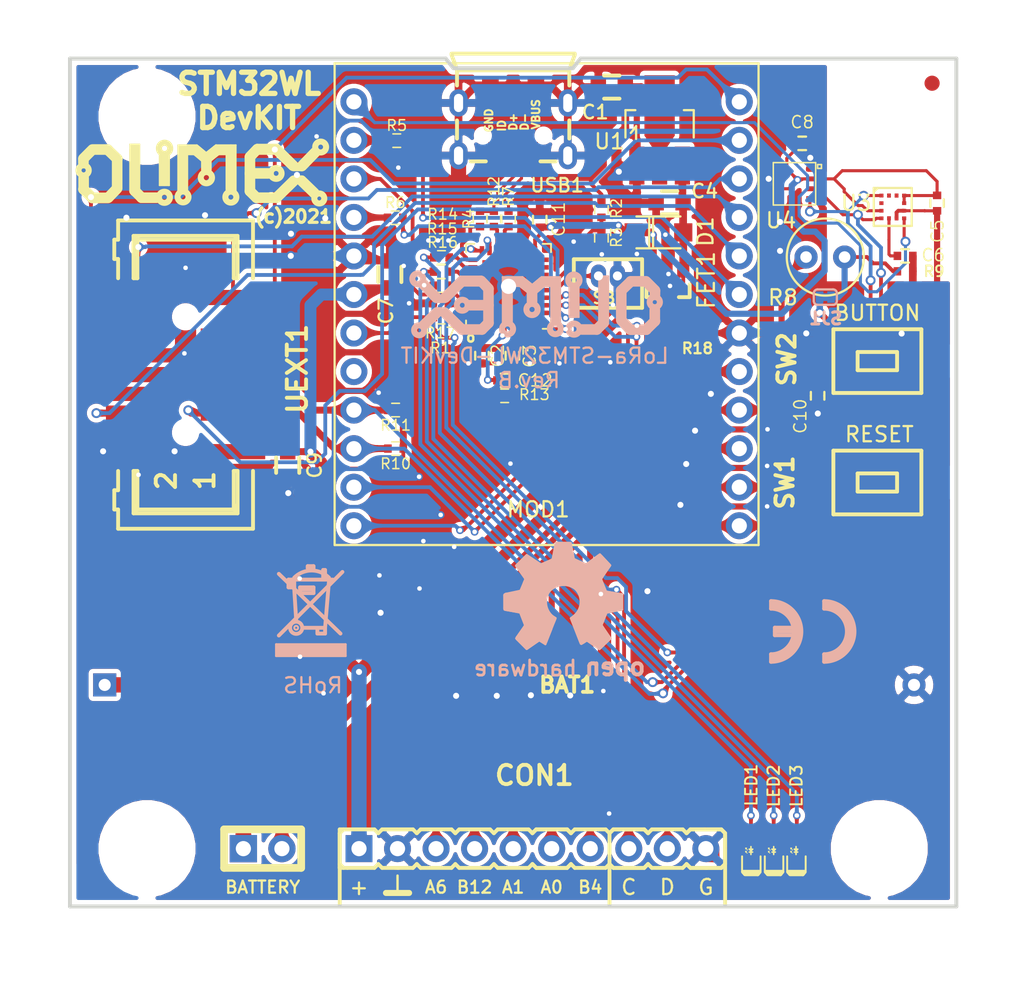
<source format=kicad_pcb>
(kicad_pcb (version 20171130) (host pcbnew 5.1.5+dfsg1-2build2)
  (layers (0 F.Cu signal) (1 In1.Cu signal hide) (2 In2.Cu signal hide) (31 B.Cu signal) (34 B.Paste user) (35 F.Paste user) (36 B.SilkS user hide) (37 F.SilkS user) (38 B.Mask user) (39 F.Mask user) (44 Edge.Cuts user))
  (net 0 "")
  (net 1 GND)
  (net 2 NRST)
  (net 3 PA10)
  (net 4 +3.3V)
  (net 5 PA9)
  (net 6 PB4)
  (net 7 PB2)
  (net 8 PB12)
  (net 9 PB6)
  (net 10 PB7)
  (net 11 PA7)
  (net 12 PA5)
  (net 13 PA6)
  (net 14 PA11)
  (net 15 "Net-(LED1-Pad2)")
  (net 16 PA8)
  (net 17 PA0)
  (net 18 PA1)
  (net 19 PA3)
  (net 20 PA2)
  (net 21 PA4)
  (net 22 "Net-(BAT1-Pad1)")
  (net 23 VDD)
  (net 24 "Net-(C6-Pad1)")
  (net 25 "Net-(FET1-Pad3)")
  (net 26 "Net-(U2-Pad20)")
  (net 27 "Net-(U2-Pad14)")
  (net 28 "Net-(USB1-Pad4)")
  (net 29 /CMSIS-DAP/5V_USB)
  (net 30 "Net-(C12-Pad1)")
  (net 31 /SWCLK2)
  (net 32 /SWDIO2)
  (net 33 "Net-(LED2-Pad2)")
  (net 34 "Net-(LED3-Pad2)")
  (net 35 /nBOOT0)
  (net 36 /SWDIO1)
  (net 37 /SWCLK1)
  (net 38 /CMSIS-DAP/nRESET)
  (net 39 /CMSIS-DAP/VDEB)
  (net 40 "Net-(R4-Pad2)")
  (net 41 /CMSIS-DAP/USBD_DP)
  (net 42 /CMSIS-DAP/USART_RX)
  (net 43 /CMSIS-DAP/USART_TX)
  (net 44 /CMSIS-DAP/USBD_N)
  (net 45 /CMSIS-DAP/USBD_DN)
  (net 46 /CMSIS-DAP/USBD_P)
  (net 47 "Net-(R14-Pad1)")
  (net 48 "Net-(R15-Pad1)")
  (net 49 "Net-(R16-Pad1)")
  (net 50 "Net-(U2-Pad2)")
  (net 51 "Net-(U2-Pad3)")
  (net 52 "Net-(U2-Pad6)")
  (net 53 "Net-(U2-Pad7)")
  (net 54 "Net-(U2-Pad15)")
  (net 55 "Net-(U2-Pad16)")
  (net 56 "Net-(U2-Pad19)")
  (net 57 "Net-(U2-Pad29)")
  (net 58 "Net-(U2-Pad18)")
  (net 59 "Net-(R17-Pad2)")
  (net 60 "Net-(SB1-Pad1)")
  (module OLIMEX_Connectors-FP:WU02S (layer F.Cu) (at 90.0684 100.6856)
    (fp_text reference SB1 (at 0.1016 1.4478) (layer F.SilkS) (effects (font (size 0.762 0.762) (thickness 0.1524))))
    (fp_text value SJ)
    (pad 2 thru_hole oval (at 0.625 0) (size 1 1.5) (drill 0.6) (layers *.Cu *.Mask) (net 1 GND))
    (pad 1 thru_hole oval (at -0.625 0) (size 1 1.5) (drill 0.6) (layers *.Cu *.Mask) (net 60 "Net-(SB1-Pad1)"))
  )
  (module OLIMEX_IC-FP:QFN-32_EP_5.3x5.3_Pitch0.5mm (layer F.Cu) (at 83.5152 101.3714 90)
    (fp_text reference U2 hide)
    (fp_text value STM32L052K8Ux)
    (pad 1 smd rect (at -2.35 -1.75 180) (size 0.3 0.6) (layers F.Cu F.Paste F.Mask) (net 23 VDD))
    (pad 2 smd rect (at -2.35 -1.25 180) (size 0.3 0.6) (layers F.Cu F.Paste F.Mask) (net 50 "Net-(U2-Pad2)"))
    (pad 3 smd rect (at -2.35 -0.75 180) (size 0.3 0.6) (layers F.Cu F.Paste F.Mask) (net 51 "Net-(U2-Pad3)"))
    (pad 4 smd rect (at -2.35 -0.25 180) (size 0.3 0.6) (layers F.Cu F.Paste F.Mask) (net 30 "Net-(C12-Pad1)"))
    (pad 5 smd rect (at -2.35 0.25 180) (size 0.3 0.6) (layers F.Cu F.Paste F.Mask) (net 23 VDD))
    (pad 6 smd rect (at -2.35 0.75 180) (size 0.3 0.6) (layers F.Cu F.Paste F.Mask) (net 52 "Net-(U2-Pad6)"))
    (pad 7 smd rect (at -2.35 1.25 180) (size 0.3 0.6) (layers F.Cu F.Paste F.Mask) (net 53 "Net-(U2-Pad7)"))
    (pad 8 smd rect (at -2.35 1.75 180) (size 0.3 0.6) (layers F.Cu F.Paste F.Mask) (net 43 /CMSIS-DAP/USART_TX))
    (pad 9 smd rect (at -1.75 2.35 90) (size 0.3 0.6) (layers F.Cu F.Paste F.Mask) (net 42 /CMSIS-DAP/USART_RX))
    (pad 10 smd rect (at -1.25 2.35 90) (size 0.3 0.6) (layers F.Cu F.Paste F.Mask) (net 36 /SWDIO1))
    (pad 11 smd rect (at -0.75 2.35 90) (size 0.3 0.6) (layers F.Cu F.Paste F.Mask) (net 37 /SWCLK1))
    (pad 12 smd rect (at -0.25 2.35 90) (size 0.3 0.6) (layers F.Cu F.Paste F.Mask) (net 60 "Net-(SB1-Pad1)"))
    (pad 13 smd rect (at 0.25 2.35 90) (size 0.3 0.6) (layers F.Cu F.Paste F.Mask) (net 39 /CMSIS-DAP/VDEB))
    (pad 14 smd rect (at 0.75 2.35 90) (size 0.3 0.6) (layers F.Cu F.Paste F.Mask) (net 27 "Net-(U2-Pad14)"))
    (pad 15 smd rect (at 1.25 2.35 90) (size 0.3 0.6) (layers F.Cu F.Paste F.Mask) (net 54 "Net-(U2-Pad15)"))
    (pad 16 smd rect (at 1.75 2.35 90) (size 0.3 0.6) (layers F.Cu F.Paste F.Mask) (net 55 "Net-(U2-Pad16)"))
    (pad 17 smd rect (at 2.35 1.75 180) (size 0.3 0.6) (layers F.Cu F.Paste F.Mask) (net 23 VDD))
    (pad 18 smd rect (at 2.35 1.25 180) (size 0.3 0.6) (layers F.Cu F.Paste F.Mask) (net 58 "Net-(U2-Pad18)"))
    (pad 19 smd rect (at 2.35 0.75 180) (size 0.3 0.6) (layers F.Cu F.Paste F.Mask) (net 56 "Net-(U2-Pad19)"))
    (pad 20 smd rect (at 2.35 0.25 180) (size 0.3 0.6) (layers F.Cu F.Paste F.Mask) (net 26 "Net-(U2-Pad20)"))
    (pad 21 smd rect (at 2.35 -0.25 180) (size 0.3 0.6) (layers F.Cu F.Paste F.Mask) (net 44 /CMSIS-DAP/USBD_N))
    (pad 22 smd rect (at 2.35 -0.75 180) (size 0.3 0.6) (layers F.Cu F.Paste F.Mask) (net 46 /CMSIS-DAP/USBD_P))
    (pad 23 smd rect (at 2.35 -1.25 180) (size 0.3 0.6) (layers F.Cu F.Paste F.Mask) (net 32 /SWDIO2))
    (pad 24 smd rect (at 2.35 -1.75 180) (size 0.3 0.6) (layers F.Cu F.Paste F.Mask) (net 31 /SWCLK2))
    (pad 25 smd rect (at 1.75 -2.35 90) (size 0.3 0.6) (layers F.Cu F.Paste F.Mask) (net 40 "Net-(R4-Pad2)"))
    (pad 26 smd rect (at 1.25 -2.35 90) (size 0.3 0.6) (layers F.Cu F.Paste F.Mask) (net 47 "Net-(R14-Pad1)"))
    (pad 27 smd rect (at 0.75 -2.35 90) (size 0.3 0.6) (layers F.Cu F.Paste F.Mask) (net 48 "Net-(R15-Pad1)"))
    (pad 28 smd rect (at 0.25 -2.35 90) (size 0.3 0.6) (layers F.Cu F.Paste F.Mask) (net 49 "Net-(R16-Pad1)"))
    (pad 29 smd rect (at -0.25 -2.35 90) (size 0.3 0.6) (layers F.Cu F.Paste F.Mask) (net 57 "Net-(U2-Pad29)"))
    (pad 30 smd rect (at -0.75 -2.35 90) (size 0.3 0.6) (layers F.Cu F.Paste F.Mask) (net 35 /nBOOT0))
    (pad 31 smd rect (at -1.25 -2.35 90) (size 0.3 0.6) (layers F.Cu F.Paste F.Mask) (net 59 "Net-(R17-Pad2)"))
    (pad 32 smd rect (at -1.75 -2.35 90) (size 0.3 0.6) (layers F.Cu F.Paste F.Mask) (net 38 /CMSIS-DAP/nRESET))
    (pad 33 smd rect (at 0 0 90) (size 3.45 3.45) (layers F.Cu F.Mask) (net 1 GND))
    (pad 33 thru_hole circle (at 0 0 90) (size 1.524 1.524) (drill 1) (layers *.Cu *.Mask) (net 1 GND))
  )
  (module OLIMEX_RLC-FP:C_0402_5MIL_DWS (layer F.Cu) (at 111.76 95.885 270)
    (fp_text reference C5 (at 1.8542 -0.0254 90) (layer F.SilkS) (effects (font (size 0.8 0.8) (thickness 0.1))))
    (fp_text value 2.2uF_6.3V)
    (pad 2 smd rect (at 0.508 0 270) (size 0.5 0.55) (layers F.Cu F.Paste F.Mask) (net 1 GND))
    (pad 1 smd rect (at -0.508 0 90) (size 0.5 0.55) (layers F.Cu F.Paste F.Mask) (net 23 VDD))
  )
  (module OLIMEX_Transistors-FP:SOT89 (layer F.Cu) (at 93.472 91.059)
    (fp_text reference U1 (at -3.302 0.762) (layer F.SilkS))
    (fp_text value ME6210-SOT89)
    (pad 2 smd trapezoid (at 0 0.7493 180) (size 1.50114 0.7493) (rect_delta 0 0.50038) (layers F.Cu F.Paste F.Mask) (net 29 /CMSIS-DAP/5V_USB) (clearance 0.0508))
    (pad 2 smd rect (at 0 -1.6002) (size 1.99898 4.0005) (layers F.Cu F.Paste F.Mask) (net 29 /CMSIS-DAP/5V_USB) (clearance 0.0508))
    (pad 3 smd rect (at 1.50114 2.35204) (size 1.00076 2.5019) (layers F.Cu F.Paste F.Mask) (net 4 +3.3V) (clearance 0.0508))
    (pad 2 smd rect (at 0 2.35204) (size 1.00076 2.5019) (layers F.Cu F.Paste F.Mask) (net 29 /CMSIS-DAP/5V_USB) (clearance 0.0508))
    (pad 1 smd rect (at -1.50114 2.35204) (size 1.00076 2.5019) (layers F.Cu F.Paste F.Mask) (net 1 GND) (clearance 0.0508))
  )
  (module OLIMEX_Connectors-FP:USB-MICRO_MISB-SWMM-5B_LF (layer F.Cu) (at 83.82 89.535 90)
    (fp_text reference USB1 (at -5.1816 2.8956) (layer F.SilkS) (effects (font (size 0.889 0.889) (thickness 0.1524))))
    (fp_text value USB-DEBUG)
    (fp_text user VBUS (at -0.5 1.5 90) (layer F.SilkS) (effects (font (size 0.508 0.508) (thickness 0.127))))
    (fp_text user D- (at -1 0.75 90) (layer F.SilkS) (effects (font (size 0.508 0.508) (thickness 0.127))))
    (fp_text user D+ (at -1 0 90) (layer F.SilkS) (effects (font (size 0.508 0.508) (thickness 0.127))))
    (fp_text user ID (at -1.25 -0.75 90) (layer F.SilkS) (effects (font (size 0.508 0.508) (thickness 0.127))))
    (fp_text user GND (at -0.9 -1.6 90) (layer F.SilkS) (effects (font (size 0.508 0.508) (thickness 0.127))))
    (pad 1 smd rect (at -3.15 1.3875 180) (size 0.5 1.65) (layers F.Cu F.Paste F.Mask) (net 29 /CMSIS-DAP/5V_USB))
    (pad 2 smd rect (at -3.15 0.65 180) (size 0.325 1.65) (layers F.Cu F.Paste F.Mask) (net 45 /CMSIS-DAP/USBD_DN))
    (pad 3 smd rect (at -3.15 0 180) (size 0.325 1.65) (layers F.Cu F.Paste F.Mask) (net 41 /CMSIS-DAP/USBD_DP))
    (pad 4 smd rect (at -3.15 -0.65 180) (size 0.325 1.65) (layers F.Cu F.Paste F.Mask) (net 28 "Net-(USB1-Pad4)"))
    (pad 5 smd rect (at -3.15 -1.3875 180) (size 0.5 1.65) (layers F.Cu F.Paste F.Mask) (net 1 GND))
    (pad "" np_thru_hole circle (at -1.9 2 180) (size 0.6 0.6) (drill 0.6) (layers *.Cu *.Mask))
    (pad "" np_thru_hole circle (at -1.9 -2 180) (size 0.6 0.6) (drill 0.6) (layers *.Cu *.Mask))
    (pad 0 smd rect (at 1.4 1.5 180) (size 1.1 1) (layers F.Cu F.Paste F.Mask) (net 1 GND))
    (pad 0 smd rect (at 1.4 -1.5 180) (size 1.1 1) (layers F.Cu F.Paste F.Mask) (net 1 GND))
    (pad 0 thru_hole oval (at 0.25 3.6 180) (size 1.2 1.8) (drill oval 0.6 1.2) (layers *.Cu *.Mask) (net 1 GND))
    (pad 0 thru_hole oval (at -3.22 3.6 180) (size 1.2 1.8) (drill oval 0.6 1.2) (layers *.Cu *.Mask) (net 1 GND))
    (pad 0 thru_hole oval (at -3.22 -3.6 180) (size 1.2 1.8) (drill oval 0.6 1.2) (layers *.Cu *.Mask) (net 1 GND))
    (pad 0 thru_hole oval (at 0.25 -3.6 180) (size 1.2 1.8) (drill oval 0.6 1.2) (layers *.Cu *.Mask) (net 1 GND))
  )
  (module OLIMEX_Diodes-FP:SOD-123_KA (layer F.Cu) (at 93.3958 97.8154)
    (fp_text reference D1 (at 3.0988 -0.0508 270) (layer F.SilkS) (effects (font (size 1.016 1.016) (thickness 0.1524))))
    (fp_text value 1N5819)
    (pad 2 smd rect (at 1.635 0) (size 1.2 1.2) (layers F.Cu F.Paste F.Mask) (net 4 +3.3V) (clearance 0.0508))
    (pad 1 smd rect (at -1.635 0) (size 1.2 1.2) (layers F.Cu F.Paste F.Mask) (net 23 VDD) (clearance 0.0508))
  )
  (module OLIMEX_Transistors-FP:SOT23 (layer F.Cu) (at 94.0308 101.4476 90)
    (fp_text reference FET1 (at 0.4826 2.5146 90) (layer F.SilkS) (effects (font (size 1.1 1.1) (thickness 0.1524))))
    (fp_text value WPM2015)
    (pad 1 smd rect (at 1.1 1 90) (size 0.9 0.8) (layers F.Cu F.Paste F.Mask) (net 4 +3.3V) (clearance 0.0508))
    (pad 2 smd rect (at 1.1 -1 90) (size 0.9 0.8) (layers F.Cu F.Paste F.Mask) (net 23 VDD) (clearance 0.0508))
    (pad 3 smd rect (at -1.1 0 90) (size 0.9 0.8) (layers F.Cu F.Paste F.Mask) (net 25 "Net-(FET1-Pad3)") (clearance 0.0508))
  )
  (module OLIMEX_Jumpers-FP:HN1x2_Jumper (layer F.Cu) (at 67.31 138.43)
    (fp_text reference JP2 hide)
    (fp_text value JP1E hide)
    (pad 2 thru_hole circle (at 1.27 0 90) (size 1.8 1.8) (drill 1) (layers *.Cu *.Mask) (net 25 "Net-(FET1-Pad3)"))
    (pad 1 thru_hole rect (at -1.27 0 90) (size 1.8 1.8) (drill 1) (layers *.Cu *.Mask) (net 22 "Net-(BAT1-Pad1)"))
  )
  (module OLIMEX_LEDs-FP:LED_0603_KA (layer F.Cu) (at 99.4918 138.557 90)
    (fp_text reference LED1 (at 4.318 0.0254 90) (layer F.SilkS) (effects (font (size 0.762 0.762) (thickness 0.127))))
    (fp_text value RLED)
    (pad 2 smd rect (at 0.762 0 270) (size 0.8 0.8) (layers F.Cu F.Paste F.Mask) (net 15 "Net-(LED1-Pad2)"))
    (pad 1 smd rect (at -0.762 0 270) (size 0.8 0.8) (layers F.Cu F.Paste F.Mask) (net 1 GND))
  )
  (module OLIMEX_LEDs-FP:LED_0603_KA (layer F.Cu) (at 100.9904 138.557 90)
    (fp_text reference LED2 (at 4.2672 0 90) (layer F.SilkS) (effects (font (size 0.762 0.762) (thickness 0.127))))
    (fp_text value GLED)
    (pad 2 smd rect (at 0.762 0 270) (size 0.8 0.8) (layers F.Cu F.Paste F.Mask) (net 33 "Net-(LED2-Pad2)"))
    (pad 1 smd rect (at -0.762 0 270) (size 0.8 0.8) (layers F.Cu F.Paste F.Mask) (net 1 GND))
  )
  (module OLIMEX_LEDs-FP:LED_0603_KA (layer F.Cu) (at 102.4636 138.557 90)
    (fp_text reference LED3 (at 4.2672 0.0254 90) (layer F.SilkS) (effects (font (size 0.762 0.762) (thickness 0.127))))
    (fp_text value YLED)
    (pad 2 smd rect (at 0.762 0 270) (size 0.8 0.8) (layers F.Cu F.Paste F.Mask) (net 34 "Net-(LED3-Pad2)"))
    (pad 1 smd rect (at -0.762 0 270) (size 0.8 0.8) (layers F.Cu F.Paste F.Mask) (net 1 GND))
  )
  (module OLIMEX_RLC-FP:R_0402_5MIL_DWS (layer F.Cu) (at 79.0702 103.4034)
    (fp_text reference R1 (at -0.0508 2.032) (layer F.SilkS) (effects (font (size 0.7 0.7) (thickness 0.1))))
    (fp_text value 220R)
    (pad 2 smd rect (at 0.508 0) (size 0.5 0.55) (layers F.Cu F.Paste F.Mask) (net 38 /CMSIS-DAP/nRESET))
    (pad 1 smd rect (at -0.508 0 180) (size 0.5 0.55) (layers F.Cu F.Paste F.Mask) (net 2 NRST))
  )
  (module OLIMEX_RLC-FP:R_0402_5MIL_DWS (layer F.Cu) (at 89.6366 96.3168 90)
    (fp_text reference R2 (at 0.0762 0.9906 90) (layer F.SilkS) (effects (font (size 0.7 0.7) (thickness 0.1))))
    (fp_text value 1.5K)
    (pad 2 smd rect (at 0.508 0 90) (size 0.5 0.55) (layers F.Cu F.Paste F.Mask) (net 29 /CMSIS-DAP/5V_USB))
    (pad 1 smd rect (at -0.508 0 270) (size 0.5 0.55) (layers F.Cu F.Paste F.Mask) (net 39 /CMSIS-DAP/VDEB))
  )
  (module OLIMEX_RLC-FP:R_0402_5MIL_DWS (layer F.Cu) (at 89.6366 98.1964 90)
    (fp_text reference R3 (at 0.0508 0.9906 90) (layer F.SilkS) (effects (font (size 0.7 0.7) (thickness 0.1))))
    (fp_text value 2.2K)
    (pad 2 smd rect (at 0.508 0 90) (size 0.5 0.55) (layers F.Cu F.Paste F.Mask) (net 39 /CMSIS-DAP/VDEB))
    (pad 1 smd rect (at -0.508 0 270) (size 0.5 0.55) (layers F.Cu F.Paste F.Mask) (net 1 GND))
  )
  (module OLIMEX_RLC-FP:R_0402_5MIL_DWS (layer F.Cu) (at 81.6356 96.9264 270)
    (fp_text reference R4 (at 0 0.7366 90) (layer F.SilkS) (effects (font (size 0.7 0.7) (thickness 0.1))))
    (fp_text value 1.5K)
    (pad 2 smd rect (at 0.508 0 270) (size 0.5 0.55) (layers F.Cu F.Paste F.Mask) (net 40 "Net-(R4-Pad2)"))
    (pad 1 smd rect (at -0.508 0 90) (size 0.5 0.55) (layers F.Cu F.Paste F.Mask) (net 41 /CMSIS-DAP/USBD_DP))
  )
  (module OLIMEX_RLC-FP:R_0402_5MIL_DWS (layer F.Cu) (at 83.5152 96.9264 270)
    (fp_text reference R7 (at -1.4732 0 90) (layer F.SilkS) (effects (font (size 0.7 0.7) (thickness 0.1))))
    (fp_text value 22R)
    (pad 2 smd rect (at 0.508 0 270) (size 0.5 0.55) (layers F.Cu F.Paste F.Mask) (net 44 /CMSIS-DAP/USBD_N))
    (pad 1 smd rect (at -0.508 0 90) (size 0.5 0.55) (layers F.Cu F.Paste F.Mask) (net 45 /CMSIS-DAP/USBD_DN))
  )
  (module OLIMEX_RLC-FP:R_0402_5MIL_DWS (layer F.Cu) (at 82.55 96.9264 270)
    (fp_text reference R12 (at -1.8034 0 90) (layer F.SilkS) (effects (font (size 0.7 0.7) (thickness 0.1))))
    (fp_text value 22R)
    (pad 2 smd rect (at 0.508 0 270) (size 0.5 0.55) (layers F.Cu F.Paste F.Mask) (net 46 /CMSIS-DAP/USBD_P))
    (pad 1 smd rect (at -0.508 0 90) (size 0.5 0.55) (layers F.Cu F.Paste F.Mask) (net 41 /CMSIS-DAP/USBD_DP))
  )
  (module OLIMEX_RLC-FP:R_0402_5MIL_DWS (layer F.Cu) (at 83.2612 108.585)
    (fp_text reference R13 (at 1.9558 -0.0762) (layer F.SilkS) (effects (font (size 0.7 0.7) (thickness 0.1))))
    (fp_text value 10K)
    (pad 2 smd rect (at 0.508 0) (size 0.5 0.55) (layers F.Cu F.Paste F.Mask) (net 23 VDD))
    (pad 1 smd rect (at -0.508 0 180) (size 0.5 0.55) (layers F.Cu F.Paste F.Mask) (net 30 "Net-(C12-Pad1)"))
  )
  (module OLIMEX_RLC-FP:R_0402_5MIL_DWS (layer F.Cu) (at 79.0956 99.4664 180)
    (fp_text reference R14 (at -0.0762 2.8448) (layer F.SilkS) (effects (font (size 0.7 0.7) (thickness 0.1))))
    (fp_text value 2.2K)
    (pad 2 smd rect (at 0.508 0 180) (size 0.5 0.55) (layers F.Cu F.Paste F.Mask) (net 34 "Net-(LED3-Pad2)"))
    (pad 1 smd rect (at -0.508 0) (size 0.5 0.55) (layers F.Cu F.Paste F.Mask) (net 47 "Net-(R14-Pad1)"))
  )
  (module OLIMEX_RLC-FP:R_0402_5MIL_DWS (layer F.Cu) (at 79.0702 100.4062 180)
    (fp_text reference R15 (at -0.0762 2.8194) (layer F.SilkS) (effects (font (size 0.7 0.7) (thickness 0.1))))
    (fp_text value 10K)
    (pad 2 smd rect (at 0.508 0 180) (size 0.5 0.55) (layers F.Cu F.Paste F.Mask) (net 33 "Net-(LED2-Pad2)"))
    (pad 1 smd rect (at -0.508 0) (size 0.5 0.55) (layers F.Cu F.Paste F.Mask) (net 48 "Net-(R15-Pad1)"))
  )
  (module OLIMEX_RLC-FP:R_0402_5MIL_DWS (layer F.Cu) (at 79.0702 101.3206 180)
    (fp_text reference R16 (at -0.1016 2.8448) (layer F.SilkS) (effects (font (size 0.7 0.7) (thickness 0.1))))
    (fp_text value 2.2K)
    (pad 2 smd rect (at 0.508 0 180) (size 0.5 0.55) (layers F.Cu F.Paste F.Mask) (net 15 "Net-(LED1-Pad2)"))
    (pad 1 smd rect (at -0.508 0) (size 0.5 0.55) (layers F.Cu F.Paste F.Mask) (net 49 "Net-(R16-Pad1)"))
  )
  (module OLIMEX_RLC-FP:R_0402_5MIL_DWS (layer F.Cu) (at 79.0448 102.489)
    (fp_text reference R17 (at -0.0254 1.9558) (layer F.SilkS) (effects (font (size 0.7 0.7) (thickness 0.1))))
    (fp_text value 10K)
    (pad 2 smd rect (at 0.508 0) (size 0.5 0.55) (layers F.Cu F.Paste F.Mask) (net 59 "Net-(R17-Pad2)"))
    (pad 1 smd rect (at -0.508 0 180) (size 0.5 0.55) (layers F.Cu F.Paste F.Mask) (net 1 GND))
  )
  (module OLIMEX_RLC-FP:R_0402_SMALL (layer F.Cu) (at 96.012 104.4448 180)
    (fp_text reference R18 (at 0.0508 -1.016) (layer F.SilkS) (effects (font (size 0.7 0.7))))
    (fp_text value 10K)
    (pad 2 smd rect (at 0.508 0 180) (size 0.5 0.55) (layers F.Cu F.Paste F.Mask) (net 4 +3.3V))
    (pad 1 smd rect (at -0.508 0) (size 0.5 0.55) (layers F.Cu F.Paste F.Mask) (net 1 GND))
  )
  (module OLIMEX_RLC-FP:C_0402_5MIL_DWS (layer F.Cu) (at 85.5726 96.9772 90)
    (fp_text reference C11 (at 0.0254 1.2446 90) (layer F.SilkS) (effects (font (size 0.8 0.8) (thickness 0.1))))
    (fp_text value "2.2 uF")
    (pad 2 smd rect (at 0.508 0 90) (size 0.5 0.55) (layers F.Cu F.Paste F.Mask) (net 1 GND))
    (pad 1 smd rect (at -0.508 0 270) (size 0.5 0.55) (layers F.Cu F.Paste F.Mask) (net 23 VDD))
  )
  (module OLIMEX_RLC-FP:C_0402_5MIL_DWS (layer F.Cu) (at 83.7692 105.9434 270)
    (fp_text reference C3 (at 0.0254 -1.143 90) (layer F.SilkS) (effects (font (size 0.8 0.8) (thickness 0.1))))
    (fp_text value 100n)
    (pad 2 smd rect (at 0.508 0 270) (size 0.5 0.55) (layers F.Cu F.Paste F.Mask) (net 1 GND))
    (pad 1 smd rect (at -0.508 0 90) (size 0.5 0.55) (layers F.Cu F.Paste F.Mask) (net 23 VDD))
  )
  (module OLIMEX_RLC-FP:C_0603_5MIL_DWS (layer F.Cu) (at 94.1324 95.8596 180)
    (fp_text reference C4 (at -2.3114 0.762) (layer F.SilkS) (effects (font (size 0.9 0.9))))
    (fp_text value 4.7uF_6.3V)
    (pad 2 smd rect (at 0.889 0 180) (size 1.016 1.016) (layers F.Cu F.Paste F.Mask) (net 1 GND) (clearance 0.0508))
    (pad 1 smd rect (at -0.889 0 180) (size 1.016 1.016) (layers F.Cu F.Paste F.Mask) (net 4 +3.3V) (clearance 0.0508))
  )
  (module OLIMEX_RLC-FP:C_0402_5MIL_DWS (layer F.Cu) (at 83.2612 107.569001)
    (fp_text reference C12 (at 2.0066 -0.000001) (layer F.SilkS) (effects (font (size 0.8 0.8) (thickness 0.1))))
    (fp_text value 100n)
    (pad 2 smd rect (at 0.508 0) (size 0.5 0.55) (layers F.Cu F.Paste F.Mask) (net 1 GND))
    (pad 1 smd rect (at -0.508 0 180) (size 0.5 0.55) (layers F.Cu F.Paste F.Mask) (net 30 "Net-(C12-Pad1)"))
  )
  (module OLIMEX_RLC-FP:C_0603_5MIL_DWS (layer F.Cu) (at 90.3224 88.2396)
    (fp_text reference C1 (at -1.0922 1.651) (layer F.SilkS) (effects (font (size 0.9 0.9))))
    (fp_text value 4.7uF_6.3V)
    (pad 2 smd rect (at 0.889 0) (size 1.016 1.016) (layers F.Cu F.Paste F.Mask) (net 29 /CMSIS-DAP/5V_USB) (clearance 0.0508))
    (pad 1 smd rect (at -0.889 0) (size 1.016 1.016) (layers F.Cu F.Paste F.Mask) (net 1 GND) (clearance 0.0508))
  )
  (module OLIMEX_RLC-FP:C_0402_5MIL_DWS (layer F.Cu) (at 81.7626 105.9434 270)
    (fp_text reference C2 (at 0 -1.0414 90) (layer F.SilkS) (effects (font (size 0.8 0.8) (thickness 0.1))))
    (fp_text value 100n)
    (pad 2 smd rect (at 0.508 0 270) (size 0.5 0.55) (layers F.Cu F.Paste F.Mask) (net 1 GND))
    (pad 1 smd rect (at -0.508 0 90) (size 0.5 0.55) (layers F.Cu F.Paste F.Mask) (net 23 VDD))
  )
  (module OLIMEX_Cases-FP:BB-STM32WLE (layer F.Cu) (at 86.024 103.18)
    (fp_text reference MOD1 (at -0.553 12.898) (layer F.SilkS))
    (fp_text value BB-STM32WL)
    (pad 24 thru_hole circle (at 12.7 -13.97) (size 1.778 1.778) (drill 1) (layers *.Cu *.Mask) (net 14 PA11))
    (pad 23 thru_hole circle (at 12.7 -11.43) (size 1.778 1.778) (drill 1) (layers *.Cu *.Mask) (net 11 PA7))
    (pad 22 thru_hole circle (at 12.7 -8.89) (size 1.778 1.778) (drill 1) (layers *.Cu *.Mask) (net 12 PA5))
    (pad 21 thru_hole circle (at 12.7 -6.35) (size 1.778 1.778) (drill 1) (layers *.Cu *.Mask) (net 21 PA4))
    (pad 20 thru_hole circle (at 12.7 -3.81) (size 1.778 1.778) (drill 1) (layers *.Cu *.Mask) (net 19 PA3))
    (pad 19 thru_hole circle (at 12.7 -1.27) (size 1.778 1.778) (drill 1) (layers *.Cu *.Mask) (net 20 PA2))
    (pad 18 thru_hole circle (at 12.7 1.27) (size 1.778 1.778) (drill 1) (layers *.Cu *.Mask) (net 1 GND))
    (pad 17 thru_hole circle (at 12.7 3.81) (size 1.778 1.778) (drill 1) (layers *.Cu *.Mask) (net 13 PA6))
    (pad 16 thru_hole circle (at 12.7 6.35) (size 1.778 1.778) (drill 1) (layers *.Cu *.Mask) (net 8 PB12))
    (pad 15 thru_hole circle (at 12.7 8.89) (size 1.778 1.778) (drill 1) (layers *.Cu *.Mask) (net 18 PA1))
    (pad 14 thru_hole circle (at 12.7 11.43) (size 1.778 1.778) (drill 1) (layers *.Cu *.Mask) (net 17 PA0))
    (pad 13 thru_hole circle (at 12.7 13.97) (size 1.778 1.778) (drill 1) (layers *.Cu *.Mask) (net 6 PB4))
    (pad 12 thru_hole circle (at -12.7 -13.97) (size 1.778 1.778) (drill 1) (layers *.Cu *.Mask) (net 16 PA8))
    (pad 11 thru_hole circle (at -12.7 -11.43) (size 1.778 1.778) (drill 1) (layers *.Cu *.Mask) (net 9 PB6))
    (pad 10 thru_hole circle (at -12.7 -8.89) (size 1.778 1.778) (drill 1) (layers *.Cu *.Mask) (net 35 /nBOOT0))
    (pad 9 thru_hole circle (at -12.7 -6.35) (size 1.778 1.778) (drill 1) (layers *.Cu *.Mask) (net 10 PB7))
    (pad 8 thru_hole circle (at -12.7 -3.81) (size 1.778 1.778) (drill 1) (layers *.Cu *.Mask) (net 1 GND))
    (pad 7 thru_hole circle (at -12.7 -1.27) (size 1.778 1.778) (drill 1) (layers *.Cu *.Mask) (net 23 VDD))
    (pad 6 thru_hole circle (at -12.7 1.27) (size 1.778 1.778) (drill 1) (layers *.Cu *.Mask) (net 2 NRST))
    (pad 5 thru_hole circle (at -12.7 3.81) (size 1.778 1.778) (drill 1) (layers *.Cu *.Mask) (net 7 PB2))
    (pad 4 thru_hole circle (at -12.7 6.35) (size 1.778 1.778) (drill 1) (layers *.Cu *.Mask) (net 5 PA9))
    (pad 3 thru_hole circle (at -12.7 8.89) (size 1.778 1.778) (drill 1) (layers *.Cu *.Mask) (net 3 PA10))
    (pad 2 thru_hole circle (at -12.7 11.43) (size 1.778 1.778) (drill 1) (layers *.Cu *.Mask) (net 36 /SWDIO1))
    (pad 1 thru_hole circle (at -12.7 13.97) (size 1.778 1.778) (drill 1) (layers *.Cu *.Mask) (net 37 /SWCLK1))
  )
  (module OLIMEX_LOGOs-FP:OLIMEX_LOGO_TB (layer B.Cu) (at 85.1662 102.5398 180)
    (fp_text reference "" hide)
    (fp_text value "" hide)
  )
  (module OLIMEX_LOGOs-FP:LOGO_RECYCLEBIN_1 (layer B.Cu) (at 72.8218 125.7808 180)
    (fp_text reference "" hide)
    (fp_text value "" hide)
  )
  (module OLIMEX_LOGOs-FP:LOGO_OPENHARDWARE_8x8 (layer B.Cu) (at 87.1347 122.2756 180)
    (fp_text reference "" hide)
    (fp_text value "" hide)
    (fp_text user open (at -3.40106 -4.17576) (layer B.SilkS) (effects (font (size 1.1 1.1) (thickness 0.254)) (justify mirror)))
    (fp_text user hardware (at 2.51206 -4.2672) (layer B.SilkS) (effects (font (thickness 0.18)) (justify mirror)))
  )
  (module OLIMEX_LOGOs-FP:CE_Sign (layer B.Cu) (at 102.5652 124.1171 180)
    (fp_text reference REF** hide)
    (fp_text value CE_Sign hide)
  )
  (module OLIMEX_Jumpers-FP:SJ_1_SMALLER_TIED (layer B.Cu) (at 104.394 102.0826 180)
    (fp_text reference SJ1 (at -0.0254 -1.4097) (layer B.SilkS) (effects (font (size 0.8 0.8) (thickness 0.2)) (justify mirror)))
    (fp_text value SJ_Closed hide)
    (pad 1 smd custom (at -0.381 0 180) (size 0.508 0.762) (layers B.Cu B.Mask) (net 6 PB4) (clearance 0.0508) (options (clearance outline) (anchor rect)) (primitives (gr_line (start 0 0) (end 0.762 0) (width 0.508))))
    (pad 2 smd rect (at 0.381 0 180) (size 0.508 0.762) (layers B.Cu B.Mask) (net 6 PB4) (clearance 0.0508))
  )
  (module OLIMEX_LOGOs-FP:OLIMEX_LOGO_TB (layer F.Cu) (at 63.5 93.853)
    (fp_text reference "" hide)
    (fp_text value "" hide)
  )
  (module OLIMEX_Other-FP:Fiducial1x3_transp (layer F.Cu) (at 56.1086 140.7668)
    (fp_text reference Ref* hide)
    (fp_text value Val** hide)
    (pad Fid1 connect circle (at 0 0) (size 1 1) (layers F.Cu F.Mask) (clearance 1.016))
  )
  (module OLIMEX_Other-FP:Fiducial1x3_transp (layer F.Cu) (at 111.4298 87.9856)
    (fp_text reference Ref* hide)
    (fp_text value Val** hide)
    (pad Fid1 connect circle (at 0 0) (size 1 1) (layers F.Cu F.Mask) (clearance 1.016))
  )
  (module OLIMEX_Other-FP:Rubber_feet (layer F.Cu) (at 107.95 90.17)
    (fp_text reference MountingHole* hide)
    (fp_text value Rubber_feet hide)
    (pad "" np_thru_hole circle (at 0 0) (size 3.3 3.3) (drill 3.3) (layers *.Cu *.Mask) (clearance 1.55))
  )
  (module OLIMEX_Other-FP:Rubber_feet (layer F.Cu) (at 59.69 90.17)
    (fp_text reference MountingHole* hide)
    (fp_text value Rubber_feet hide)
    (pad "" np_thru_hole circle (at 0 0) (size 3.3 3.3) (drill 3.3) (layers *.Cu *.Mask) (clearance 1.55))
  )
  (module OLIMEX_Other-FP:Rubber_feet (layer F.Cu) (at 107.95 138.43)
    (fp_text reference MountingHole* hide)
    (fp_text value Rubber_feet hide)
    (pad "" np_thru_hole circle (at 0 0) (size 3.3 3.3) (drill 3.3) (layers *.Cu *.Mask) (clearance 1.55))
  )
  (module OLIMEX_Other-FP:Rubber_feet (layer F.Cu) (at 59.69 138.43)
    (fp_text reference MountingHole* hide)
    (fp_text value Rubber_feet hide)
    (pad "" np_thru_hole circle (at 0 0) (size 3.3 3.3) (drill 3.3) (layers *.Cu *.Mask) (clearance 1.55))
  )
  (module OLIMEX_IC-FP:LGA-12_2X2_0.5 (layer F.Cu) (at 108.839 96.139)
    (fp_text reference U3 (at -2.413 -0.254) (layer F.SilkS))
    (fp_text value IIS2MDC)
    (pad 12 smd rect (at -0.25 -0.75 270) (size 0.275 0.25) (layers F.Cu F.Paste F.Mask))
    (pad 11 smd rect (at 0.25 -0.75 270) (size 0.275 0.25) (layers F.Cu F.Paste F.Mask))
    (pad 10 smd rect (at 0.75 -0.75 180) (size 0.275 0.25) (layers F.Cu F.Paste F.Mask) (net 23 VDD))
    (pad 9 smd rect (at 0.75 -0.25 180) (size 0.275 0.25) (layers F.Cu F.Paste F.Mask) (net 23 VDD))
    (pad 8 smd rect (at 0.75 0.25 180) (size 0.275 0.25) (layers F.Cu F.Paste F.Mask) (net 1 GND))
    (pad 7 smd rect (at 0.75 0.75 180) (size 0.275 0.25) (layers F.Cu F.Paste F.Mask) (net 16 PA8))
    (pad 6 smd rect (at 0.25 0.75 90) (size 0.275 0.25) (layers F.Cu F.Paste F.Mask) (net 1 GND))
    (pad 5 smd rect (at -0.25 0.75 90) (size 0.275 0.25) (layers F.Cu F.Paste F.Mask) (net 24 "Net-(C6-Pad1)"))
    (pad 4 smd rect (at -0.75 0.75) (size 0.275 0.25) (layers F.Cu F.Paste F.Mask) (net 3 PA10))
    (pad 3 smd rect (at -0.75 0.25) (size 0.275 0.25) (layers F.Cu F.Paste F.Mask) (net 23 VDD))
    (pad 2 smd rect (at -0.75 -0.25) (size 0.275 0.25) (layers F.Cu F.Paste F.Mask))
    (pad 1 smd rect (at -0.75 -0.75) (size 0.275 0.25) (layers F.Cu F.Paste F.Mask) (net 5 PA9))
  )
  (module OLIMEX_IC-FP:BME280 (layer F.Cu) (at 102.362 94.615)
    (fp_text reference U4 (at -0.889 2.413) (layer F.SilkS))
    (fp_text value BME280)
    (pad 8 smd rect (at -1.025 -0.975) (size 0.5 0.325) (layers F.Cu F.Paste F.Mask) (net 23 VDD))
    (pad 7 smd rect (at -1.025 -0.325) (size 0.5 0.325) (layers F.Cu F.Paste F.Mask) (net 1 GND))
    (pad 6 smd rect (at -1.025 0.325) (size 0.5 0.325) (layers F.Cu F.Paste F.Mask) (net 23 VDD))
    (pad 5 smd rect (at -1.025 0.975) (size 0.5 0.325) (layers F.Cu F.Paste F.Mask) (net 23 VDD))
    (pad 4 smd rect (at 1.025 0.975) (size 0.5 0.325) (layers F.Cu F.Paste F.Mask) (net 5 PA9))
    (pad 3 smd rect (at 1.025 0.325) (size 0.5 0.325) (layers F.Cu F.Paste F.Mask) (net 3 PA10))
    (pad 2 smd rect (at 1.025 -0.325) (size 0.5 0.325) (layers F.Cu F.Paste F.Mask) (net 23 VDD))
    (pad 1 smd rect (at 1.025 -0.975) (size 0.5 0.325) (layers F.Cu F.Paste F.Mask) (net 1 GND))
  )
  (module OLIMEX_Connectors-FP:GBH-254-SMT-10 (layer F.Cu) (at 62.23 107.188 90)
    (fp_text reference UEXT1 (at 0.381 7.366 90) (layer F.SilkS) (effects (font (size 1.27 1.27) (thickness 0.254))))
    (fp_text value BH10S)
    (fp_text user 1 (at -6.985 1.27 90) (layer F.SilkS) (effects (font (size 1.27 1.27) (thickness 0.254))))
    (fp_text user 2 (at -6.985 -1.27 90) (layer F.SilkS) (effects (font (size 1.27 1.27) (thickness 0.254))))
    (pad "" np_thru_hole circle (at 3.81 0 90) (size 1.2 1.2) (drill 1.2) (layers *.Cu *.Mask))
    (pad 1 smd rect (at -5.08 3.125 180) (size 4.25 1) (layers F.Cu F.Mask) (net 23 VDD))
    (pad 2 smd rect (at -5.08 -3.125 180) (size 4.25 1) (layers F.Cu F.Mask) (net 1 GND))
    (pad 3 smd rect (at -2.54 3.125 180) (size 4.25 1) (layers F.Cu F.Mask) (net 20 PA2))
    (pad 4 smd rect (at -2.54 -3.125 180) (size 4.25 1) (layers F.Cu F.Mask) (net 19 PA3))
    (pad 5 smd rect (at 0 3.125 180) (size 4.25 1) (layers F.Cu F.Mask) (net 5 PA9))
    (pad 6 smd rect (at 0 -3.125 180) (size 4.25 1) (layers F.Cu F.Mask) (net 3 PA10))
    (pad 7 smd rect (at 2.54 3.125 180) (size 4.25 1) (layers F.Cu F.Mask) (net 14 PA11))
    (pad 8 smd rect (at 2.54 -3.125 180) (size 4.25 1) (layers F.Cu F.Mask) (net 11 PA7))
    (pad 9 smd rect (at 5.08 3.125 180) (size 4.25 1) (layers F.Cu F.Mask) (net 12 PA5))
    (pad 10 smd rect (at 5.08 -3.125 180) (size 4.25 1) (layers F.Cu F.Mask) (net 21 PA4))
    (pad "" np_thru_hole circle (at -3.81 0 90) (size 1.2 1.2) (drill 1.2) (layers *.Cu *.Mask))
  )
  (module "OLIMEX_Buttons-FP:T1107A(6x3,8x2,5MM)" (layer F.Cu) (at 107.823 106.299)
    (fp_text reference SW2 (at -5.969 -0.127 90) (layer F.SilkS) (effects (font (size 1.143 1.143) (thickness 0.254))))
    (fp_text value "T1107A(6x3,8x2,5MM)")
    (pad 2 smd rect (at 3.937 0 90) (size 1.016 1.524) (layers F.Cu F.Paste F.Mask) (net 1 GND) (clearance 0.0508))
    (pad 1 smd rect (at -3.937 0 90) (size 1.016 1.524) (layers F.Cu F.Paste F.Mask) (net 17 PA0) (clearance 0.0508))
  )
  (module "OLIMEX_Buttons-FP:T1107A(6x3,8x2,5MM)" (layer F.Cu) (at 107.823 114.3)
    (fp_text reference SW1 (at -6.096 0 90) (layer F.SilkS) (effects (font (size 1.143 1.143) (thickness 0.254))))
    (fp_text value "T1107A(6x3,8x2,5MM)")
    (pad 2 smd rect (at 3.937 0 90) (size 1.016 1.524) (layers F.Cu F.Paste F.Mask) (net 1 GND) (clearance 0.0508))
    (pad 1 smd rect (at -3.937 0 90) (size 1.016 1.524) (layers F.Cu F.Paste F.Mask) (net 2 NRST) (clearance 0.0508))
  )
  (module OLIMEX_RLC-FP:R_0402_5MIL_DWS (layer F.Cu) (at 76.073 109.5248 180)
    (fp_text reference R11 (at 0 -1) (layer F.SilkS) (effects (font (size 0.7 0.7) (thickness 0.1))))
    (fp_text value 10k)
    (pad 2 smd rect (at 0.508 0 180) (size 0.5 0.55) (layers F.Cu F.Paste F.Mask) (net 5 PA9))
    (pad 1 smd rect (at -0.508 0) (size 0.5 0.55) (layers F.Cu F.Paste F.Mask) (net 23 VDD))
  )
  (module OLIMEX_RLC-FP:R_0402_5MIL_DWS (layer F.Cu) (at 76.073 112.0648 180)
    (fp_text reference R10 (at 0 -1) (layer F.SilkS) (effects (font (size 0.7 0.7) (thickness 0.1))))
    (fp_text value 10k)
    (pad 2 smd rect (at 0.508 0 180) (size 0.5 0.55) (layers F.Cu F.Paste F.Mask) (net 3 PA10))
    (pad 1 smd rect (at -0.508 0) (size 0.5 0.55) (layers F.Cu F.Paste F.Mask) (net 23 VDD))
  )
  (module OLIMEX_RLC-FP:R_0402_SMALL (layer F.Cu) (at 109.6518 100.3808 180)
    (fp_text reference R9 (at -1.905 0) (layer F.SilkS) (effects (font (size 0.7 0.7) (thickness 0.127))))
    (fp_text value 10K)
    (pad 2 smd rect (at 0.508 0 180) (size 0.5 0.55) (layers F.Cu F.Paste F.Mask) (net 6 PB4))
    (pad 1 smd rect (at -0.508 0) (size 0.5 0.55) (layers F.Cu F.Paste F.Mask) (net 1 GND))
  )
  (module OLIMEX_RLC-FP:R_PHOTO (layer F.Cu) (at 104.394 99.441)
    (fp_text reference R8 (at -2.794 2.667) (layer F.SilkS))
    (fp_text value R_PHOTO-Device)
    (pad 2 thru_hole circle (at 1.27 0) (size 1.524 1.524) (drill 0.762) (layers *.Cu *.Mask) (net 6 PB4))
    (pad 1 thru_hole circle (at -1.27 0) (size 1.524 1.524) (drill 0.762) (layers *.Cu *.Mask) (net 8 PB12))
  )
  (module OLIMEX_RLC-FP:R_0402_5MIL_DWS (layer F.Cu) (at 76.0476 96.8502)
    (fp_text reference R6 (at 0 -1) (layer F.SilkS) (effects (font (size 0.7 0.7) (thickness 0.1))))
    (fp_text value 220R)
    (pad 2 smd rect (at 0.508 0) (size 0.5 0.55) (layers F.Cu F.Paste F.Mask) (net 43 /CMSIS-DAP/USART_TX))
    (pad 1 smd rect (at -0.508 0 180) (size 0.5 0.55) (layers F.Cu F.Paste F.Mask) (net 10 PB7))
  )
  (module OLIMEX_RLC-FP:R_0402_5MIL_DWS (layer F.Cu) (at 76.1492 91.7702)
    (fp_text reference R5 (at 0 -1) (layer F.SilkS) (effects (font (size 0.7 0.7) (thickness 0.1))))
    (fp_text value 220R)
    (pad 2 smd rect (at 0.508 0) (size 0.5 0.55) (layers F.Cu F.Paste F.Mask) (net 42 /CMSIS-DAP/USART_RX))
    (pad 1 smd rect (at -0.508 0 180) (size 0.5 0.55) (layers F.Cu F.Paste F.Mask) (net 9 PB6))
  )
  (module OLIMEX_Connectors-FP:HN1x10 (layer F.Cu) (at 85.09 138.43)
    (fp_text reference CON1 (at 0.127 -4.826) (layer F.SilkS) (effects (font (size 1.27 1.27) (thickness 0.254))))
    (fp_text value CON10)
    (pad 4 thru_hole circle (at -3.81 0) (size 1.778 1.778) (drill 1) (layers *.Cu *.Mask) (net 8 PB12))
    (pad 3 thru_hole circle (at -6.35 0) (size 1.778 1.778) (drill 1) (layers *.Cu *.Mask) (net 13 PA6))
    (pad 2 thru_hole circle (at -8.89 0) (size 1.778 1.778) (drill 1) (layers *.Cu *.Mask) (net 1 GND))
    (pad 1 thru_hole rect (at -11.43 0) (size 1.778 1.778) (drill 1) (layers *.Cu *.Mask) (net 23 VDD))
    (pad 5 thru_hole circle (at -1.27 0) (size 1.778 1.778) (drill 1) (layers *.Cu *.Mask) (net 18 PA1))
    (pad 6 thru_hole circle (at 1.27 0) (size 1.778 1.778) (drill 1) (layers *.Cu *.Mask) (net 17 PA0))
    (pad 8 thru_hole circle (at 6.35 0) (size 1.778 1.778) (drill 1) (layers *.Cu *.Mask) (net 31 /SWCLK2))
    (pad 7 thru_hole circle (at 3.81 0) (size 1.778 1.778) (drill 1) (layers *.Cu *.Mask) (net 6 PB4))
    (pad 9 thru_hole circle (at 8.89 0) (size 1.778 1.778) (drill 1) (layers *.Cu *.Mask) (net 32 /SWDIO2))
    (pad 10 thru_hole circle (at 11.43 0) (size 1.778 1.778) (drill 1) (layers *.Cu *.Mask) (net 1 GND))
  )
  (module OLIMEX_RLC-FP:C_0402_5MIL_DWS (layer F.Cu) (at 103.886 108.585 270)
    (fp_text reference C10 (at 1.3462 1.143 90) (layer F.SilkS) (effects (font (size 0.8 0.8) (thickness 0.1))))
    (fp_text value 220nF)
    (pad 2 smd rect (at 0.508 0 270) (size 0.5 0.55) (layers F.Cu F.Paste F.Mask) (net 1 GND))
    (pad 1 smd rect (at -0.508 0 90) (size 0.5 0.55) (layers F.Cu F.Paste F.Mask) (net 17 PA0))
  )
  (module OLIMEX_RLC-FP:C_0603_5MIL_DWS (layer F.Cu) (at 68.961 113.157 90)
    (fp_text reference C9 (at 0 1.778 90) (layer F.SilkS) (effects (font (size 0.9 0.9))))
    (fp_text value 4.7uF_6.3V)
    (pad 2 smd rect (at 0.889 0 90) (size 1.016 1.016) (layers F.Cu F.Paste F.Mask) (net 23 VDD) (clearance 0.0508))
    (pad 1 smd rect (at -0.889 0 90) (size 1.016 1.016) (layers F.Cu F.Paste F.Mask) (net 1 GND) (clearance 0.0508))
  )
  (module OLIMEX_RLC-FP:C_0402_5MIL_DWS (layer F.Cu) (at 102.87 91.948)
    (fp_text reference C8 (at 0 -1.397) (layer F.SilkS) (effects (font (size 0.8 0.8) (thickness 0.1))))
    (fp_text value 220nF)
    (pad 2 smd rect (at 0.508 0) (size 0.5 0.55) (layers F.Cu F.Paste F.Mask) (net 1 GND))
    (pad 1 smd rect (at -0.508 0 180) (size 0.5 0.55) (layers F.Cu F.Paste F.Mask) (net 23 VDD))
  )
  (module OLIMEX_RLC-FP:C_0603_5MIL_DWS (layer F.Cu) (at 75.692 100.584 90)
    (fp_text reference C7 (at -2.413 -0.254 90) (layer F.SilkS) (effects (font (size 0.9 0.9))))
    (fp_text value 4.7uF_6.3V)
    (pad 2 smd rect (at 0.889 0 90) (size 1.016 1.016) (layers F.Cu F.Paste F.Mask) (net 1 GND) (clearance 0.0508))
    (pad 1 smd rect (at -0.889 0 90) (size 1.016 1.016) (layers F.Cu F.Paste F.Mask) (net 23 VDD) (clearance 0.0508))
  )
  (module OLIMEX_RLC-FP:C_0402_5MIL_DWS (layer F.Cu) (at 109.6518 99.3648)
    (fp_text reference C6 (at 1.8542 -0.0508) (layer F.SilkS) (effects (font (size 0.8 0.8) (thickness 0.1))))
    (fp_text value 220nF)
    (pad 2 smd rect (at 0.508 0) (size 0.5 0.55) (layers F.Cu F.Paste F.Mask) (net 1 GND))
    (pad 1 smd rect (at -0.508 0 180) (size 0.5 0.55) (layers F.Cu F.Paste F.Mask) (net 24 "Net-(C6-Pad1)"))
  )
  (module OLIMEX_Connectors-FP:BATTERY-1xAA (layer F.Cu) (at 83.57 127.64)
    (fp_text reference BAT1 (at 3.81 0) (layer F.SilkS) (effects (font (size 1.016 1.016) (thickness 0.254))))
    (fp_text value Battery)
    (pad 2 thru_hole circle (at 26.67 0) (size 1.524 1.524) (drill 0.8) (layers *.Cu *.Mask) (net 1 GND))
    (pad 1 thru_hole rect (at -26.67 0) (size 1.524 1.524) (drill 0.8) (layers *.Cu *.Mask) (net 22 "Net-(BAT1-Pad1)"))
  )
  (gr_text o (at 81.026 104.7242) (layer F.SilkS) (effects (font (size 0.635 0.635) (thickness 0.15875))))
  (gr_text "LoRa-STM32WL-DevKIT\n Rev.B" (at 85.2424 106.7562) (layer B.SilkS) (effects (font (size 1 1)) (justify mirror)))
  (gr_text RoHS (at 70.6247 127.6731) (layer B.SilkS) (effects (font (size 1 1)) (justify mirror)))
  (gr_text BATTERY (at 67.31 140.97) (layer F.SilkS) (effects (font (size 0.8 0.8))))
  (gr_line (start 75.438 141.351) (end 76.962 141.351) (layer F.SilkS) (width 0.4))
  (gr_line (start 76.2 140.208) (end 76.2 141.351) (layer F.SilkS) (width 0.16))
  (gr_text B4 (at 88.9 140.97) (layer F.SilkS) (effects (font (size 0.8 0.8))))
  (gr_text A0 (at 86.36 140.97) (layer F.SilkS) (effects (font (size 0.8 0.8))))
  (gr_text A1 (at 83.82 140.97) (layer F.SilkS) (effects (font (size 0.8 0.8))))
  (gr_text B12 (at 81.28 140.97) (layer F.SilkS) (effects (font (size 0.8 0.8))))
  (gr_text A6 (at 78.74 140.97) (layer F.SilkS) (effects (font (size 0.8 0.8))))
  (gr_text + (at 73.66 140.97) (layer F.SilkS) (effects (font (size 1 1))))
  (gr_line (start 72.39 137.414) (end 72.39 142.113) (layer F.SilkS) (width 0.254))
  (gr_text G (at 96.52 140.97) (layer F.SilkS) (effects (font (size 1 1))))
  (gr_text C (at 91.44 140.97) (layer F.SilkS) (effects (font (size 1 1))))
  (gr_text D (at 93.98 140.97) (layer F.SilkS) (effects (font (size 1 1))))
  (gr_line (start 97.79 137.541) (end 97.79 142.113) (layer F.SilkS) (width 0.254))
  (gr_line (start 90.17 137.414) (end 90.17 142.113) (layer F.SilkS) (width 0.254))
  (gr_text BUTTON (at 107.823 103.124) (layer F.SilkS) (effects (font (size 1 1))))
  (gr_text RESET (at 107.95 111.125) (layer F.SilkS) (effects (font (size 1 1))))
  (gr_text "(c)2021" (at 69.342 96.774) (layer F.SilkS) (effects (font (size 0.8382 0.8382) (thickness 0.20955))))
  (gr_text "STM32WL\nDevKIT" (at 66.421 89.154) (layer F.SilkS) (effects (font (size 1.397 1.397) (thickness 0.34925))))
  (gr_line (start 88.265 86.36) (end 113.03 86.36) (layer Edge.Cuts) (width 0.254))
  (gr_line (start 87.757 86.995) (end 88.265 86.36) (layer Edge.Cuts) (width 0.254))
  (gr_line (start 79.883 86.995) (end 87.757 86.995) (layer Edge.Cuts) (width 0.254))
  (gr_line (start 79.375 86.36) (end 79.883 86.995) (layer Edge.Cuts) (width 0.254))
  (gr_line (start 113.03 86.36) (end 113.03 142.24) (layer Edge.Cuts) (width 0.254))
  (gr_line (start 54.61 86.36) (end 79.375 86.36) (layer Edge.Cuts) (width 0.254))
  (gr_line (start 54.61 142.24) (end 54.61 86.36) (layer Edge.Cuts) (width 0.254))
  (gr_line (start 113.03 142.24) (end 54.61 142.24) (layer Edge.Cuts) (width 0.254))
  (segment (start 73.649 99.695) (end 73.324 99.37) (width 0.4572) (layer F.Cu) (net 1))
  (segment (start 75.692 99.695) (end 73.649 99.695) (width 0.4572) (layer F.Cu) (net 1))
  (via (at 68.9991 114.9985) (size 0.65) (drill 0.4) (layers F.Cu B.Cu) (net 1))
  (segment (start 68.961 114.9604) (end 68.9991 114.9985) (width 0.25) (layer F.Cu) (net 1))
  (segment (start 68.961 114.046) (end 68.961 114.9604) (width 0.25) (layer F.Cu) (net 1))
  (segment (start 61.4807 112.268) (end 61.5061 112.2426) (width 0.25) (layer F.Cu) (net 1))
  (via (at 61.5061 112.2426) (size 0.65) (drill 0.4) (layers F.Cu B.Cu) (net 1))
  (segment (start 59.105 112.268) (end 61.4807 112.268) (width 0.25) (layer F.Cu) (net 1))
  (via (at 56.7944 112.2426) (size 0.65) (drill 0.4) (layers F.Cu B.Cu) (net 1))
  (segment (start 56.8198 112.268) (end 56.7944 112.2426) (width 0.25) (layer F.Cu) (net 1))
  (segment (start 59.105 112.268) (end 56.8198 112.268) (width 0.25) (layer F.Cu) (net 1))
  (segment (start 109.589 96.389) (end 110.9432 96.389) (width 0.2032) (layer F.Cu) (net 1))
  (segment (start 103.387 91.957) (end 103.378 91.948) (width 0.2032) (layer F.Cu) (net 1))
  (via (at 103.4034 92.9005) (size 0.65) (drill 0.4) (layers F.Cu B.Cu) (net 1))
  (segment (start 103.387 92.8841) (end 103.4034 92.9005) (width 0.2032) (layer F.Cu) (net 1))
  (segment (start 103.387 93.64) (end 103.387 92.8841) (width 0.2032) (layer F.Cu) (net 1))
  (segment (start 103.387 92.8841) (end 103.387 91.957) (width 0.2032) (layer F.Cu) (net 1))
  (via (at 100.6602 94.2848) (size 0.65) (drill 0.4) (layers F.Cu B.Cu) (net 1))
  (segment (start 100.6654 94.29) (end 100.6602 94.2848) (width 0.2032) (layer F.Cu) (net 1))
  (segment (start 101.337 94.29) (end 100.6654 94.29) (width 0.2032) (layer F.Cu) (net 1))
  (via (at 103.8987 109.7534) (size 0.65) (drill 0.4) (layers F.Cu B.Cu) (net 1))
  (segment (start 103.886 109.7407) (end 103.8987 109.7534) (width 0.2032) (layer F.Cu) (net 1))
  (segment (start 103.886 109.093) (end 103.886 109.7407) (width 0.2032) (layer F.Cu) (net 1))
  (via (at 101.4095 99.0346) (size 0.65) (drill 0.4) (layers F.Cu B.Cu) (net 1))
  (via (at 101.4095 97.1296) (size 0.65) (drill 0.4) (layers F.Cu B.Cu) (net 1))
  (segment (start 100.6602 96.3803) (end 101.4095 97.1296) (width 0.405) (layer B.Cu) (net 1))
  (segment (start 100.6602 94.2848) (end 100.6602 96.3803) (width 0.405) (layer B.Cu) (net 1))
  (segment (start 101.4095 97.1296) (end 101.4095 99.0346) (width 0.405) (layer B.Cu) (net 1))
  (via (at 103.1367 104.4702) (size 0.65) (drill 0.4) (layers F.Cu B.Cu) (net 1))
  (via (at 109.4232 104.4829) (size 0.65) (drill 0.4) (layers F.Cu B.Cu) (net 1))
  (segment (start 103.1165 104.45) (end 103.1367 104.4702) (width 0.4572) (layer B.Cu) (net 1))
  (segment (start 98.724 104.45) (end 103.1165 104.45) (width 0.4572) (layer B.Cu) (net 1))
  (segment (start 109.4105 104.4702) (end 109.4232 104.4829) (width 0.4572) (layer B.Cu) (net 1))
  (segment (start 103.1367 104.4702) (end 109.4105 104.4702) (width 0.4572) (layer B.Cu) (net 1))
  (via (at 69.1642 99.3648) (size 0.65) (drill 0.4) (layers F.Cu B.Cu) (net 1))
  (via (at 69.1769 97.9043) (size 0.65) (drill 0.4) (layers F.Cu B.Cu) (net 1))
  (segment (start 73.3188 99.3648) (end 73.324 99.37) (width 0.4572) (layer B.Cu) (net 1))
  (segment (start 69.1642 99.3648) (end 73.3188 99.3648) (width 0.4572) (layer B.Cu) (net 1))
  (via (at 75.0824 122.8852) (size 0.65) (drill 0.4) (layers F.Cu B.Cu) (net 1))
  (via (at 80.0608 128.3589) (size 0.65) (drill 0.4) (layers F.Cu B.Cu) (net 1))
  (via (at 82.7405 128.3589) (size 0.65) (drill 0.4) (layers F.Cu B.Cu) (net 1))
  (via (at 84.9884 128.3208) (size 0.65) (drill 0.4) (layers F.Cu B.Cu) (net 1))
  (via (at 87.5792 128.3335) (size 0.65) (drill 0.4) (layers F.Cu B.Cu) (net 1))
  (via (at 71.4375 96.8883) (size 0.65) (drill 0.4) (layers F.Cu B.Cu) (net 1))
  (via (at 69.5706 94.0308) (size 0.65) (drill 0.4) (layers F.Cu B.Cu) (net 1))
  (via (at 63.5127 96.6851) (size 0.65) (drill 0.4) (layers F.Cu B.Cu) (net 1))
  (via (at 58.3311 96.8502) (size 0.65) (drill 0.4) (layers F.Cu B.Cu) (net 1))
  (via (at 92.6719 121.4628) (size 0.65) (drill 0.4) (layers F.Cu B.Cu) (net 1))
  (via (at 94.8436 115.7732) (size 0.65) (drill 0.4) (layers F.Cu B.Cu) (net 1))
  (via (at 95.2246 113.0808) (size 0.65) (drill 0.4) (layers F.Cu B.Cu) (net 1))
  (via (at 95.8088 110.8837) (size 0.65) (drill 0.4) (layers F.Cu B.Cu) (net 1))
  (via (at 96.8502 108.458) (size 0.65) (drill 0.4) (layers F.Cu B.Cu) (net 1))
  (segment (start 80.22 94.163) (end 80.22 92.755) (width 0.508) (layer F.Cu) (net 1))
  (segment (start 82.0133 94.4372) (end 80.4942 94.4372) (width 0.508) (layer F.Cu) (net 1))
  (segment (start 82.4325 94.018) (end 82.0133 94.4372) (width 0.508) (layer F.Cu) (net 1))
  (segment (start 80.4942 94.4372) (end 80.22 94.163) (width 0.508) (layer F.Cu) (net 1))
  (segment (start 82.4325 92.685) (end 82.4325 94.018) (width 0.508) (layer F.Cu) (net 1))
  (segment (start 82.32 88.135) (end 85.32 88.135) (width 0.508) (layer F.Cu) (net 1))
  (segment (start 88.4654 88.2396) (end 87.42 89.285) (width 0.508) (layer F.Cu) (net 1))
  (segment (start 89.4334 88.2396) (end 88.4654 88.2396) (width 0.508) (layer F.Cu) (net 1))
  (segment (start 86.27 88.135) (end 87.42 89.285) (width 0.508) (layer F.Cu) (net 1))
  (segment (start 85.32 88.135) (end 86.27 88.135) (width 0.508) (layer F.Cu) (net 1))
  (segment (start 81.37 88.135) (end 80.22 89.285) (width 0.508) (layer F.Cu) (net 1))
  (segment (start 82.32 88.135) (end 81.37 88.135) (width 0.508) (layer F.Cu) (net 1))
  (segment (start 91.9607 95.8596) (end 93.2434 95.8596) (width 0.508) (layer F.Cu) (net 1))
  (segment (start 91.9734 95.17253) (end 91.9734 95.9104) (width 0.508) (layer F.Cu) (net 1))
  (segment (start 91.97086 95.16999) (end 91.9734 95.17253) (width 0.508) (layer F.Cu) (net 1))
  (segment (start 91.97086 93.41104) (end 91.97086 95.16999) (width 0.508) (layer F.Cu) (net 1))
  (segment (start 91.9734 95.9104) (end 91.9607 95.8596) (width 0.508) (layer F.Cu) (net 1))
  (segment (start 98.7188 104.4448) (end 98.724 104.45) (width 0.25) (layer F.Cu) (net 1))
  (segment (start 96.52 104.4448) (end 98.7188 104.4448) (width 0.25) (layer F.Cu) (net 1))
  (segment (start 83.7692 106.4514) (end 83.7692 107.569001) (width 0.25) (layer F.Cu) (net 1))
  (via (at 90.784356 93.813379) (size 0.65) (drill 0.4) (layers F.Cu B.Cu) (net 1))
  (segment (start 90.784356 94.272998) (end 90.784356 93.813379) (width 0.508) (layer F.Cu) (net 1))
  (segment (start 90.784356 94.721356) (end 90.784356 94.272998) (width 0.508) (layer F.Cu) (net 1))
  (segment (start 91.9734 95.9104) (end 90.784356 94.721356) (width 0.508) (layer F.Cu) (net 1))
  (segment (start 102.4636 139.319) (end 100.9904 139.319) (width 0.25) (layer F.Cu) (net 1))
  (segment (start 100.9904 139.319) (end 99.4918 139.319) (width 0.25) (layer F.Cu) (net 1))
  (segment (start 97.408999 139.318999) (end 96.52 138.43) (width 0.25) (layer F.Cu) (net 1))
  (segment (start 99.4918 139.319) (end 97.408999 139.318999) (width 0.25) (layer F.Cu) (net 1))
  (via (at 89.662 99.2632) (size 0.5) (drill 0.3) (layers F.Cu B.Cu) (net 1))
  (segment (start 89.6366 99.2378) (end 89.662 99.2632) (width 0.25) (layer F.Cu) (net 1))
  (segment (start 89.6366 98.7044) (end 89.6366 99.2378) (width 0.25) (layer F.Cu) (net 1))
  (segment (start 78.232 98.3488) (end 78.232 98.3488) (width 1) (layer F.Cu) (net 1))
  (via (at 78.232 98.3488) (size 0.5) (drill 0.3) (layers F.Cu B.Cu) (net 1))
  (segment (start 78.867 98.3488) (end 78.232 98.3488) (width 1) (layer F.Cu) (net 1))
  (via (at 78.867 98.3488) (size 0.5) (drill 0.3) (layers F.Cu B.Cu) (net 1))
  (segment (start 79.5528 98.3488) (end 78.867 98.3488) (width 1) (layer F.Cu) (net 1))
  (via (at 79.5528 98.3488) (size 0.5) (drill 0.3) (layers F.Cu B.Cu) (net 1))
  (via (at 76.962 102.489) (size 0.5) (drill 0.3) (layers F.Cu B.Cu) (net 1))
  (segment (start 78.5368 102.489) (end 76.962 102.489) (width 0.508) (layer F.Cu) (net 1))
  (via (at 76.6064 100.0252) (size 0.5) (drill 0.3) (layers F.Cu B.Cu) (net 1))
  (segment (start 76.2762 99.695) (end 76.6064 100.0252) (width 0.508) (layer F.Cu) (net 1))
  (segment (start 75.692 99.695) (end 76.2762 99.695) (width 0.508) (layer F.Cu) (net 1))
  (segment (start 83.5152 101.3714) (end 85.979 103.8352) (width 0.508) (layer B.Cu) (net 1))
  (via (at 84.9122 106.4514) (size 0.5) (drill 0.3) (layers F.Cu B.Cu) (net 1))
  (segment (start 85.979 105.3846) (end 84.9122 106.4514) (width 0.508) (layer B.Cu) (net 1))
  (segment (start 85.979 103.8352) (end 85.979 105.3846) (width 0.508) (layer B.Cu) (net 1))
  (via (at 82.8548 106.4514) (size 0.5) (drill 0.3) (layers F.Cu B.Cu) (net 1))
  (segment (start 81.7626 106.4514) (end 82.8548 106.4514) (width 0.25) (layer F.Cu) (net 1))
  (segment (start 82.8548 106.4514) (end 83.7692 106.4514) (width 0.25) (layer F.Cu) (net 1))
  (via (at 80.8736 106.4514) (size 0.5) (drill 0.3) (layers F.Cu B.Cu) (net 1))
  (segment (start 81.7626 106.4514) (end 80.8736 106.4514) (width 0.508) (layer F.Cu) (net 1))
  (segment (start 83.7692 106.4514) (end 84.9122 106.4514) (width 0.508) (layer F.Cu) (net 1))
  (via (at 87.8078 98.425) (size 0.5) (drill 0.3) (layers F.Cu B.Cu) (net 1))
  (via (at 94.1578 101.346) (size 0.5) (drill 0.3) (layers F.Cu B.Cu) (net 1))
  (via (at 94.0562 100.5586) (size 0.5) (drill 0.3) (layers F.Cu B.Cu) (net 1))
  (via (at 93.853 97.9678) (size 0.5) (drill 0.3) (layers F.Cu B.Cu) (net 1))
  (via (at 91.9734 99.2378) (size 0.5) (drill 0.3) (layers F.Cu B.Cu) (net 1))
  (via (at 90.3986 102.5906) (size 0.5) (drill 0.3) (layers F.Cu B.Cu) (net 1))
  (via (at 83.6422 113.0554) (size 0.5) (drill 0.3) (layers F.Cu B.Cu) (net 1))
  (via (at 90.2208 106.3752) (size 0.5) (drill 0.3) (layers F.Cu B.Cu) (net 1))
  (via (at 86.868 106.4514) (size 0.5) (drill 0.3) (layers F.Cu B.Cu) (net 1))
  (via (at 74.9554 108.3818) (size 0.5) (drill 0.3) (layers F.Cu B.Cu) (net 1))
  (via (at 77.9018 118.1608) (size 0.5) (drill 0.3) (layers F.Cu B.Cu) (net 1))
  (via (at 79.9338 118.5418) (size 0.5) (drill 0.3) (layers F.Cu B.Cu) (net 1))
  (via (at 77.6478 121.285) (size 0.5) (drill 0.3) (layers F.Cu B.Cu) (net 1))
  (via (at 75.0062 120.4214) (size 0.5) (drill 0.3) (layers F.Cu B.Cu) (net 1))
  (via (at 59.1312 113.792) (size 0.5) (drill 0.3) (layers F.Cu B.Cu) (net 1))
  (via (at 62.1538 105.791) (size 0.5) (drill 0.3) (layers F.Cu B.Cu) (net 1))
  (via (at 62.23 100.1522) (size 0.5) (drill 0.3) (layers F.Cu B.Cu) (net 1))
  (via (at 89.7636 128.0414) (size 0.5) (drill 0.3) (layers F.Cu B.Cu) (net 1))
  (via (at 90.1446 136.1186) (size 0.5) (drill 0.3) (layers F.Cu B.Cu) (net 1))
  (via (at 100.5586 115.8748) (size 0.5) (drill 0.3) (layers F.Cu B.Cu) (net 1))
  (via (at 100.5586 113.2078) (size 0.5) (drill 0.3) (layers F.Cu B.Cu) (net 1))
  (via (at 100.584 110.7948) (size 0.5) (drill 0.3) (layers F.Cu B.Cu) (net 1))
  (segment (start 100.230447 110.7948) (end 100.584 110.7948) (width 0.405) (layer F.Cu) (net 1))
  (segment (start 100.224548 110.800699) (end 100.230447 110.7948) (width 0.405) (layer F.Cu) (net 1))
  (segment (start 98.114735 110.800699) (end 100.224548 110.800699) (width 0.405) (layer F.Cu) (net 1))
  (segment (start 98.031734 110.8837) (end 98.114735 110.800699) (width 0.405) (layer F.Cu) (net 1))
  (segment (start 95.8088 110.8837) (end 98.031734 110.8837) (width 0.405) (layer F.Cu) (net 1))
  (segment (start 100.205047 113.2078) (end 100.5586 113.2078) (width 0.405) (layer F.Cu) (net 1))
  (segment (start 100.073546 113.339301) (end 100.205047 113.2078) (width 0.405) (layer F.Cu) (net 1))
  (segment (start 95.94272 113.339301) (end 100.073546 113.339301) (width 0.405) (layer F.Cu) (net 1))
  (segment (start 95.684219 113.0808) (end 95.94272 113.339301) (width 0.405) (layer F.Cu) (net 1))
  (segment (start 95.2246 113.0808) (end 95.684219 113.0808) (width 0.405) (layer F.Cu) (net 1))
  (segment (start 100.205047 115.8748) (end 100.5586 115.8748) (width 0.405) (layer F.Cu) (net 1))
  (segment (start 100.200546 115.879301) (end 100.205047 115.8748) (width 0.405) (layer F.Cu) (net 1))
  (segment (start 95.303219 115.7732) (end 95.40932 115.879301) (width 0.405) (layer F.Cu) (net 1))
  (segment (start 95.40932 115.879301) (end 100.200546 115.879301) (width 0.405) (layer F.Cu) (net 1))
  (segment (start 94.8436 115.7732) (end 95.303219 115.7732) (width 0.405) (layer F.Cu) (net 1))
  (segment (start 74.601847 108.3818) (end 74.9554 108.3818) (width 0.405) (layer F.Cu) (net 1))
  (segment (start 74.480746 108.260699) (end 74.601847 108.3818) (width 0.405) (layer F.Cu) (net 1))
  (segment (start 72.714735 108.260699) (end 74.480746 108.260699) (width 0.405) (layer F.Cu) (net 1))
  (segment (start 70.245036 105.791) (end 72.714735 108.260699) (width 0.405) (layer F.Cu) (net 1))
  (segment (start 62.1538 105.791) (end 70.245036 105.791) (width 0.405) (layer F.Cu) (net 1))
  (segment (start 76.608447 102.489) (end 76.962 102.489) (width 0.405) (layer F.Cu) (net 1))
  (segment (start 75.916748 103.180699) (end 76.608447 102.489) (width 0.405) (layer F.Cu) (net 1))
  (segment (start 72.52048 103.180699) (end 75.916748 103.180699) (width 0.405) (layer F.Cu) (net 1))
  (segment (start 69.1642 99.824419) (end 72.52048 103.180699) (width 0.405) (layer F.Cu) (net 1))
  (segment (start 69.1642 99.3648) (end 69.1642 99.824419) (width 0.405) (layer F.Cu) (net 1))
  (segment (start 62.507353 105.791) (end 62.1538 105.791) (width 0.405) (layer F.Cu) (net 1))
  (segment (start 73.931867 105.719301) (end 62.579052 105.719301) (width 0.405) (layer F.Cu) (net 1))
  (segment (start 62.579052 105.719301) (end 62.507353 105.791) (width 0.405) (layer F.Cu) (net 1))
  (segment (start 74.9554 106.742834) (end 73.931867 105.719301) (width 0.405) (layer F.Cu) (net 1))
  (segment (start 74.9554 108.3818) (end 74.9554 106.742834) (width 0.405) (layer F.Cu) (net 1))
  (segment (start 71.4375 96.8883) (end 72.6694 98.1202) (width 0.25) (layer F.Cu) (net 1))
  (segment (start 72.6694 98.1202) (end 75.2094 98.1202) (width 0.25) (layer F.Cu) (net 1))
  (segment (start 75.692 98.6028) (end 75.692 99.695) (width 0.25) (layer F.Cu) (net 1))
  (segment (start 75.2094 98.1202) (end 75.692 98.6028) (width 0.25) (layer F.Cu) (net 1))
  (segment (start 76.6064 102.1334) (end 76.962 102.489) (width 0.25) (layer F.Cu) (net 1))
  (segment (start 76.6064 100.0252) (end 76.6064 102.1334) (width 0.25) (layer F.Cu) (net 1))
  (via (at 76.2508 93.5482) (size 0.5) (drill 0.3) (layers F.Cu B.Cu) (net 1))
  (segment (start 75.800799 93.098199) (end 76.2508 93.5482) (width 0.25) (layer F.Cu) (net 1))
  (segment (start 70.503201 93.098199) (end 75.800799 93.098199) (width 0.25) (layer F.Cu) (net 1))
  (segment (start 69.5706 94.0308) (end 70.503201 93.098199) (width 0.25) (layer F.Cu) (net 1))
  (via (at 70.866 91.4908) (size 0.5) (drill 0.3) (layers F.Cu B.Cu) (net 1))
  (segment (start 74.8792 92.1766) (end 76.2508 93.5482) (width 0.25) (layer B.Cu) (net 1))
  (segment (start 74.8792 91.541334) (end 74.8792 92.1766) (width 0.25) (layer B.Cu) (net 1))
  (segment (start 73.787266 90.4494) (end 74.8792 91.541334) (width 0.25) (layer B.Cu) (net 1))
  (segment (start 71.9074 90.4494) (end 73.787266 90.4494) (width 0.25) (layer B.Cu) (net 1))
  (segment (start 70.866 91.4908) (end 71.9074 90.4494) (width 0.25) (layer B.Cu) (net 1))
  (via (at 79.0448 116.4336) (size 0.5) (drill 0.3) (layers F.Cu B.Cu) (net 1))
  (via (at 77.6224 113.919) (size 0.5) (drill 0.3) (layers F.Cu B.Cu) (net 1))
  (segment (start 77.121599 113.418199) (end 77.6224 113.919) (width 0.25) (layer B.Cu) (net 1))
  (segment (start 70.579401 113.418199) (end 77.121599 113.418199) (width 0.25) (layer B.Cu) (net 1))
  (segment (start 68.9991 114.9985) (end 70.579401 113.418199) (width 0.25) (layer B.Cu) (net 1))
  (segment (start 78.5114 115.9002) (end 79.0448 116.4336) (width 0.25) (layer B.Cu) (net 1))
  (segment (start 69.9008 115.9002) (end 78.5114 115.9002) (width 0.25) (layer B.Cu) (net 1))
  (segment (start 68.9991 114.9985) (end 69.9008 115.9002) (width 0.25) (layer B.Cu) (net 1))
  (via (at 69.7484 120.6246) (size 0.5) (drill 0.3) (layers F.Cu B.Cu) (net 1))
  (via (at 69.7738 125.7808) (size 0.5) (drill 0.3) (layers F.Cu B.Cu) (net 1))
  (via (at 71.3232 128.1938) (size 0.5) (drill 0.3) (layers F.Cu B.Cu) (net 1))
  (segment (start 109.601 104.3051) (end 109.4232 104.4829) (width 0.405) (layer F.Cu) (net 1))
  (segment (start 110.9472 96.393) (end 111.76 96.393) (width 0.2032) (layer F.Cu) (net 1))
  (segment (start 110.9432 96.389) (end 110.9472 96.393) (width 0.2032) (layer F.Cu) (net 1))
  (segment (start 80.1878 97.7138) (end 79.5528 98.3488) (width 1) (layer F.Cu) (net 1))
  (segment (start 80.1878 96.774) (end 80.1878 97.7138) (width 1) (layer F.Cu) (net 1))
  (segment (start 80.22 96.7418) (end 80.1878 96.774) (width 1) (layer F.Cu) (net 1))
  (segment (start 80.22 92.755) (end 80.22 96.7418) (width 1) (layer F.Cu) (net 1))
  (segment (start 111.76 102.1461) (end 109.4232 104.4829) (width 0.405) (layer F.Cu) (net 1))
  (segment (start 111.76 96.393) (end 111.76 102.1461) (width 0.405) (layer F.Cu) (net 1))
  (segment (start 110.1598 99.3648) (end 110.1598 100.3808) (width 0.508) (layer F.Cu) (net 1))
  (segment (start 110.1598 103.7463) (end 109.4232 104.4829) (width 0.508) (layer F.Cu) (net 1))
  (segment (start 110.1598 100.3808) (end 110.1598 103.7463) (width 0.508) (layer F.Cu) (net 1))
  (segment (start 109.089 96.5015) (end 109.089 96.889) (width 0.25) (layer F.Cu) (net 1))
  (segment (start 109.2015 96.389) (end 109.089 96.5015) (width 0.25) (layer F.Cu) (net 1))
  (segment (start 109.589 96.389) (end 109.2015 96.389) (width 0.25) (layer F.Cu) (net 1))
  (segment (start 78.5622 103.4034) (end 76.6572 103.4034) (width 0.25) (layer F.Cu) (net 2))
  (segment (start 75.6106 104.45) (end 73.324 104.45) (width 0.25) (layer F.Cu) (net 2))
  (segment (start 76.6572 103.4034) (end 75.6106 104.45) (width 0.25) (layer F.Cu) (net 2))
  (via (at 79.966641 104.757196) (size 0.5) (drill 0.3) (layers F.Cu B.Cu) (net 2))
  (via (at 93.979976 125.501424) (size 0.5) (drill 0.3) (layers F.Cu B.Cu) (net 2))
  (segment (start 94.970576 125.501424) (end 93.979976 125.501424) (width 0.25) (layer F.Cu) (net 2))
  (segment (start 103.886 116.586) (end 94.970576 125.501424) (width 0.25) (layer F.Cu) (net 2))
  (segment (start 103.886 114.3) (end 103.886 116.586) (width 0.25) (layer F.Cu) (net 2))
  (segment (start 91.2622 121.178054) (end 91.2622 122.783648) (width 0.25) (layer B.Cu) (net 2))
  (segment (start 89.936814 120.5992) (end 90.683346 120.5992) (width 0.25) (layer B.Cu) (net 2))
  (segment (start 79.841651 110.504037) (end 89.936814 120.5992) (width 0.25) (layer B.Cu) (net 2))
  (segment (start 79.841651 105.235739) (end 79.841651 110.504037) (width 0.25) (layer B.Cu) (net 2))
  (segment (start 91.2622 122.783648) (end 93.979976 125.501424) (width 0.25) (layer B.Cu) (net 2))
  (segment (start 79.966641 105.110749) (end 79.841651 105.235739) (width 0.25) (layer B.Cu) (net 2))
  (segment (start 90.683346 120.5992) (end 91.2622 121.178054) (width 0.25) (layer B.Cu) (net 2))
  (segment (start 79.966641 104.757196) (end 79.966641 105.110749) (width 0.25) (layer B.Cu) (net 2))
  (segment (start 79.179396 104.757196) (end 79.966641 104.757196) (width 0.25) (layer F.Cu) (net 2))
  (segment (start 78.5622 104.14) (end 79.179396 104.757196) (width 0.25) (layer F.Cu) (net 2))
  (segment (start 78.5622 103.4034) (end 78.5622 104.14) (width 0.25) (layer F.Cu) (net 2))
  (segment (start 73.3292 112.0648) (end 73.324 112.07) (width 0.4572) (layer F.Cu) (net 3))
  (segment (start 75.565 112.0648) (end 73.3292 112.0648) (width 0.4572) (layer F.Cu) (net 3))
  (segment (start 72.066765 112.07) (end 73.324 112.07) (width 0.4572) (layer F.Cu) (net 3))
  (segment (start 72.055962 112.07) (end 72.066765 112.07) (width 0.4572) (layer F.Cu) (net 3))
  (segment (start 68.482062 108.4961) (end 72.055962 112.07) (width 0.4572) (layer F.Cu) (net 3))
  (segment (start 62.9953 108.4961) (end 68.482062 108.4961) (width 0.4572) (layer F.Cu) (net 3))
  (segment (start 61.6872 107.188) (end 62.9953 108.4961) (width 0.4572) (layer F.Cu) (net 3))
  (segment (start 59.105 107.188) (end 61.6872 107.188) (width 0.4572) (layer F.Cu) (net 3))
  (segment (start 76.639046 112.07) (end 92.800946 128.2319) (width 0.25) (layer B.Cu) (net 3))
  (segment (start 73.324 112.07) (end 76.639046 112.07) (width 0.25) (layer B.Cu) (net 3))
  (segment (start 92.800946 128.2319) (end 93.6371 128.2319) (width 0.25) (layer B.Cu) (net 3))
  (via (at 93.7006 128.1938) (size 0.65) (drill 0.4) (layers F.Cu B.Cu) (net 3))
  (segment (start 93.6625 128.2319) (end 93.7006 128.1938) (width 0.25) (layer B.Cu) (net 3))
  (segment (start 93.6371 128.2319) (end 93.6625 128.2319) (width 0.25) (layer B.Cu) (net 3))
  (via (at 108.0643 100.4824) (size 0.65) (drill 0.4) (layers F.Cu B.Cu) (net 3))
  (via (at 106.541384 96.65219) (size 0.65) (drill 0.4) (layers F.Cu B.Cu) (net 3))
  (segment (start 103.8402 94.94) (end 103.387 94.94) (width 0.2032) (layer F.Cu) (net 3))
  (segment (start 108.089 96.889) (end 107.7483 96.889) (width 0.2032) (layer F.Cu) (net 3))
  (segment (start 105.55239 96.65219) (end 106.541384 96.65219) (width 0.2032) (layer F.Cu) (net 3))
  (segment (start 105.4786 96.5784) (end 105.55239 96.65219) (width 0.2032) (layer F.Cu) (net 3))
  (segment (start 105.4786 96.5784) (end 103.8402 94.94) (width 0.2032) (layer F.Cu) (net 3))
  (segment (start 106.866383 96.977189) (end 106.541384 96.65219) (width 0.2032) (layer F.Cu) (net 3))
  (segment (start 107.660111 96.977189) (end 106.866383 96.977189) (width 0.2032) (layer F.Cu) (net 3))
  (segment (start 107.7483 96.889) (end 107.660111 96.977189) (width 0.2032) (layer F.Cu) (net 3))
  (segment (start 108.0643 113.6523) (end 108.0643 100.4824) (width 0.25) (layer F.Cu) (net 3))
  (segment (start 93.7006 128.016) (end 108.0643 113.6523) (width 0.25) (layer F.Cu) (net 3))
  (segment (start 93.7006 128.1938) (end 93.7006 128.016) (width 0.25) (layer F.Cu) (net 3))
  (segment (start 106.541384 97.295784) (end 106.541384 96.65219) (width 0.25) (layer B.Cu) (net 3))
  (segment (start 108.0643 100.4824) (end 108.0643 98.8187) (width 0.25) (layer B.Cu) (net 3))
  (segment (start 108.0643 98.8187) (end 106.541384 97.295784) (width 0.25) (layer B.Cu) (net 3))
  (segment (start 94.97314 95.81134) (end 95.0214 95.8596) (width 0.508) (layer F.Cu) (net 4))
  (segment (start 94.97314 93.41104) (end 94.97314 95.81134) (width 0.508) (layer F.Cu) (net 4))
  (segment (start 95.0214 97.806) (end 95.0308 97.8154) (width 0.508) (layer F.Cu) (net 4))
  (segment (start 95.0214 95.8596) (end 95.0214 97.806) (width 0.508) (layer F.Cu) (net 4))
  (segment (start 95.0308 97.8154) (end 95.0308 100.3476) (width 0.508) (layer F.Cu) (net 4))
  (segment (start 95.1484 104.4448) (end 95.0308 104.3272) (width 0.25) (layer F.Cu) (net 4))
  (segment (start 95.0308 104.3272) (end 95.0308 100.3476) (width 0.25) (layer F.Cu) (net 4))
  (segment (start 95.504 104.4448) (end 95.1484 104.4448) (width 0.25) (layer F.Cu) (net 4))
  (segment (start 65.355 107.188) (end 68.072 107.188) (width 0.4572) (layer F.Cu) (net 5))
  (segment (start 70.414 109.53) (end 73.324 109.53) (width 0.4572) (layer F.Cu) (net 5))
  (segment (start 68.072 107.188) (end 70.414 109.53) (width 0.4572) (layer F.Cu) (net 5))
  (segment (start 75.5598 109.53) (end 75.565 109.5248) (width 0.4572) (layer F.Cu) (net 5))
  (segment (start 73.324 109.53) (end 75.5598 109.53) (width 0.4572) (layer F.Cu) (net 5))
  (via (at 106.9213 95.4024) (size 0.65) (drill 0.4) (layers F.Cu B.Cu) (net 5))
  (segment (start 106.9347 95.389) (end 106.9213 95.4024) (width 0.2032) (layer F.Cu) (net 5))
  (segment (start 108.089 95.389) (end 106.9347 95.389) (width 0.2032) (layer F.Cu) (net 5))
  (via (at 103.378 96.4438) (size 0.65) (drill 0.4) (layers F.Cu B.Cu) (net 5))
  (segment (start 105.8799 96.4438) (end 103.378 96.4438) (width 0.2032) (layer B.Cu) (net 5))
  (segment (start 106.9213 95.4024) (end 105.8799 96.4438) (width 0.2032) (layer B.Cu) (net 5))
  (segment (start 103.378 95.599) (end 103.387 95.59) (width 0.2032) (layer F.Cu) (net 5))
  (segment (start 103.378 96.4438) (end 103.378 95.599) (width 0.2032) (layer F.Cu) (net 5))
  (segment (start 73.324 109.53) (end 74.70406 109.53) (width 0.25) (layer B.Cu) (net 5))
  (via (at 93.0148 127.4572) (size 0.65) (drill 0.4) (layers F.Cu B.Cu) (net 5))
  (segment (start 92.63126 127.4572) (end 93.0148 127.4572) (width 0.25) (layer B.Cu) (net 5))
  (segment (start 74.70406 109.53) (end 92.63126 127.4572) (width 0.25) (layer B.Cu) (net 5))
  (via (at 107.3785 100.9777) (size 0.65) (drill 0.4) (layers F.Cu B.Cu) (net 5))
  (segment (start 107.3785 101.437319) (end 107.3785 100.9777) (width 0.25) (layer F.Cu) (net 5))
  (segment (start 107.3785 113.698516) (end 107.3785 101.437319) (width 0.25) (layer F.Cu) (net 5))
  (segment (start 93.619816 127.4572) (end 107.3785 113.698516) (width 0.25) (layer F.Cu) (net 5))
  (segment (start 93.0148 127.4572) (end 93.619816 127.4572) (width 0.25) (layer F.Cu) (net 5))
  (segment (start 107.3785 100.9777) (end 107.3785 98.737916) (width 0.25) (layer B.Cu) (net 5))
  (segment (start 107.3785 98.737916) (end 105.8799 97.239316) (width 0.25) (layer B.Cu) (net 5))
  (segment (start 105.8799 97.239316) (end 105.8799 96.4438) (width 0.25) (layer B.Cu) (net 5))
  (segment (start 88.9 118.237) (end 88.9 137.172765) (width 0.405) (layer F.Cu) (net 6))
  (segment (start 88.9 137.172765) (end 88.9 138.43) (width 0.405) (layer F.Cu) (net 6))
  (segment (start 89.987 117.15) (end 88.9 118.237) (width 0.405) (layer F.Cu) (net 6))
  (segment (start 98.724 117.15) (end 89.987 117.15) (width 0.405) (layer F.Cu) (net 6))
  (via (at 104.0257 103.1113) (size 0.65) (drill 0.4) (layers F.Cu B.Cu) (net 6))
  (segment (start 104.0257 102.0953) (end 104.013 102.0826) (width 0.405) (layer B.Cu) (net 6))
  (segment (start 104.0257 103.1113) (end 104.0257 102.0953) (width 0.405) (layer B.Cu) (net 6))
  (segment (start 105.664 99.441) (end 105.664 101.6635) (width 0.405) (layer B.Cu) (net 6))
  (segment (start 105.2449 102.0826) (end 104.775 102.0826) (width 0.405) (layer B.Cu) (net 6))
  (segment (start 105.664 101.6635) (end 105.2449 102.0826) (width 0.405) (layer B.Cu) (net 6))
  (segment (start 102.489 115.951) (end 101.2952 117.1448) (width 0.405) (layer F.Cu) (net 6))
  (segment (start 102.489 113.1189) (end 102.489 115.951) (width 0.405) (layer F.Cu) (net 6))
  (segment (start 105.918 109.6899) (end 102.489 113.1189) (width 0.405) (layer F.Cu) (net 6))
  (segment (start 101.2952 117.1448) (end 98.724 117.15) (width 0.405) (layer F.Cu) (net 6))
  (segment (start 105.918 105.0036) (end 105.918 109.6899) (width 0.405) (layer F.Cu) (net 6))
  (segment (start 104.0257 103.1113) (end 105.918 105.0036) (width 0.405) (layer F.Cu) (net 6))
  (segment (start 107.1372 99.441) (end 105.664 99.441) (width 0.25) (layer F.Cu) (net 6))
  (segment (start 108.338199 99.854599) (end 107.550799 99.854599) (width 0.25) (layer F.Cu) (net 6))
  (segment (start 107.550799 99.854599) (end 107.1372 99.441) (width 0.25) (layer F.Cu) (net 6))
  (segment (start 108.8644 100.3808) (end 108.338199 99.854599) (width 0.25) (layer F.Cu) (net 6))
  (segment (start 109.1438 100.3808) (end 108.8644 100.3808) (width 0.25) (layer F.Cu) (net 6))
  (segment (start 81.28 138.43) (end 81.28 123.254781) (width 0.405) (layer F.Cu) (net 8))
  (segment (start 81.28 123.254781) (end 95.004781 109.53) (width 0.405) (layer F.Cu) (net 8))
  (segment (start 95.004781 109.53) (end 97.466765 109.53) (width 0.405) (layer F.Cu) (net 8))
  (segment (start 97.466765 109.53) (end 98.724 109.53) (width 0.405) (layer F.Cu) (net 8))
  (segment (start 98.7419 109.5121) (end 98.724 109.53) (width 0.405) (layer F.Cu) (net 8))
  (segment (start 100.584 109.5121) (end 98.7419 109.5121) (width 0.405) (layer F.Cu) (net 8))
  (segment (start 101.5111 108.585) (end 100.584 109.5121) (width 0.405) (layer F.Cu) (net 8))
  (segment (start 101.5111 101.0539) (end 101.5111 108.585) (width 0.405) (layer F.Cu) (net 8))
  (segment (start 103.124 99.441) (end 101.5111 101.0539) (width 0.405) (layer F.Cu) (net 8))
  (segment (start 73.3315 91.7575) (end 73.324 91.75) (width 0.405) (layer F.Cu) (net 9))
  (segment (start 75.565 91.7575) (end 73.3315 91.7575) (width 0.405) (layer F.Cu) (net 9))
  (segment (start 73.3315 96.8375) (end 73.324 96.83) (width 0.405) (layer F.Cu) (net 10))
  (segment (start 75.565 96.8375) (end 73.3315 96.8375) (width 0.405) (layer F.Cu) (net 10))
  (via (at 55.9943 95.4913) (size 0.65) (drill 0.4) (layers F.Cu B.Cu) (net 11))
  (segment (start 55.9943 95.4913) (end 55.9943 104.0003) (width 0.25) (layer F.Cu) (net 11))
  (segment (start 56.642 104.648) (end 59.105 104.648) (width 0.25) (layer F.Cu) (net 11))
  (segment (start 55.9943 104.0003) (end 56.642 104.648) (width 0.25) (layer F.Cu) (net 11))
  (segment (start 98.724 91.75) (end 91.918589 91.75) (width 0.25) (layer B.Cu) (net 11))
  (segment (start 61.8998 95.4913) (end 56.453919 95.4913) (width 0.25) (layer B.Cu) (net 11))
  (segment (start 56.453919 95.4913) (end 55.9943 95.4913) (width 0.25) (layer B.Cu) (net 11))
  (segment (start 75.948548 94.592148) (end 74.3966 93.0402) (width 0.25) (layer B.Cu) (net 11))
  (segment (start 91.918589 91.75) (end 89.076441 94.592148) (width 0.25) (layer B.Cu) (net 11))
  (segment (start 64.3509 93.0402) (end 61.8998 95.4913) (width 0.25) (layer B.Cu) (net 11))
  (segment (start 89.076441 94.592148) (end 75.948548 94.592148) (width 0.25) (layer B.Cu) (net 11))
  (segment (start 74.3966 93.0402) (end 64.3509 93.0402) (width 0.25) (layer B.Cu) (net 11))
  (segment (start 66.9036 96.5454) (end 66.3829 96.5454) (width 0.25) (layer F.Cu) (net 12))
  (segment (start 66.3829 96.5454) (end 65.355 97.5733) (width 0.25) (layer F.Cu) (net 12))
  (segment (start 65.355 97.5733) (end 65.355 102.108) (width 0.25) (layer F.Cu) (net 12))
  (via (at 66.9036 96.5454) (size 0.65) (drill 0.4) (layers F.Cu B.Cu) (net 12))
  (segment (start 67.8688 95.5802) (end 67.228599 96.220401) (width 0.25) (layer B.Cu) (net 12))
  (segment (start 74.842542 95.019958) (end 74.2823 95.5802) (width 0.25) (layer B.Cu) (net 12))
  (segment (start 97.466765 94.29) (end 96.917155 94.83961) (width 0.25) (layer B.Cu) (net 12))
  (segment (start 89.253648 95.019958) (end 74.842542 95.019958) (width 0.25) (layer B.Cu) (net 12))
  (segment (start 67.228599 96.220401) (end 66.9036 96.5454) (width 0.25) (layer B.Cu) (net 12))
  (segment (start 96.917155 94.83961) (end 89.433996 94.83961) (width 0.25) (layer B.Cu) (net 12))
  (segment (start 89.433996 94.83961) (end 89.253648 95.019958) (width 0.25) (layer B.Cu) (net 12))
  (segment (start 74.2823 95.5802) (end 67.8688 95.5802) (width 0.25) (layer B.Cu) (net 12))
  (segment (start 98.724 94.29) (end 97.466765 94.29) (width 0.25) (layer B.Cu) (net 12))
  (segment (start 98.724 106.99) (end 96.680246 106.99) (width 0.405) (layer F.Cu) (net 13))
  (segment (start 96.680246 106.99) (end 78.74 124.930246) (width 0.405) (layer F.Cu) (net 13))
  (segment (start 78.74 124.930246) (end 78.74 137.172765) (width 0.405) (layer F.Cu) (net 13))
  (segment (start 78.74 137.172765) (end 78.74 138.43) (width 0.405) (layer F.Cu) (net 13))
  (via (at 68.1101 92.3544) (size 0.65) (drill 0.4) (layers F.Cu B.Cu) (net 14))
  (segment (start 72.845115 87.619385) (end 68.1101 92.3544) (width 0.25) (layer B.Cu) (net 14))
  (segment (start 94.674369 87.619385) (end 72.845115 87.619385) (width 0.25) (layer B.Cu) (net 14))
  (segment (start 95.215355 87.078399) (end 94.674369 87.619385) (width 0.25) (layer B.Cu) (net 14))
  (segment (start 96.592399 87.078399) (end 95.215355 87.078399) (width 0.25) (layer B.Cu) (net 14))
  (segment (start 98.724 89.21) (end 96.592399 87.078399) (width 0.25) (layer B.Cu) (net 14))
  (segment (start 68.1101 92.3544) (end 68.1101 104.5083) (width 0.25) (layer F.Cu) (net 14))
  (segment (start 67.9704 104.648) (end 65.355 104.648) (width 0.25) (layer F.Cu) (net 14))
  (segment (start 68.1101 104.5083) (end 67.9704 104.648) (width 0.25) (layer F.Cu) (net 14))
  (via (at 77.9526 101.2952) (size 0.5) (drill 0.3) (layers F.Cu B.Cu) (net 15))
  (segment (start 77.978 101.3206) (end 77.9526 101.2952) (width 0.25) (layer F.Cu) (net 15))
  (segment (start 78.5622 101.3206) (end 77.978 101.3206) (width 0.25) (layer F.Cu) (net 15))
  (via (at 99.4918 136.2456) (size 0.5) (drill 0.3) (layers F.Cu B.Cu) (net 15))
  (segment (start 99.4918 136.2456) (end 99.4918 137.795) (width 0.25) (layer F.Cu) (net 15))
  (segment (start 77.9526 101.2952) (end 77.702601 101.545199) (width 0.25) (layer B.Cu) (net 15))
  (segment (start 77.702601 101.545199) (end 77.702601 111.779973) (width 0.25) (layer B.Cu) (net 15))
  (segment (start 77.702601 111.779973) (end 88.981548 123.05892) (width 0.25) (layer B.Cu) (net 15))
  (segment (start 99.4918 133.005058) (end 99.4918 135.892047) (width 0.25) (layer B.Cu) (net 15))
  (segment (start 89.545662 123.05892) (end 99.4918 133.005058) (width 0.25) (layer B.Cu) (net 15))
  (segment (start 99.4918 135.892047) (end 99.4918 136.2456) (width 0.25) (layer B.Cu) (net 15))
  (segment (start 88.981548 123.05892) (end 89.545662 123.05892) (width 0.25) (layer B.Cu) (net 15))
  (segment (start 74.695599 90.581599) (end 99.725599 90.581599) (width 0.2032) (layer B.Cu) (net 16))
  (segment (start 103.1494 97.2058) (end 105.2322 97.2058) (width 0.2032) (layer B.Cu) (net 16))
  (segment (start 103.2256 94.0816) (end 103.2256 94.9198) (width 0.2032) (layer B.Cu) (net 16))
  (segment (start 103.2256 94.9198) (end 102.66611 95.47929) (width 0.2032) (layer B.Cu) (net 16))
  (via (at 109.6772 98.425) (size 0.65) (drill 0.4) (layers F.Cu B.Cu) (net 16))
  (segment (start 109.589 96.889) (end 109.589 98.3368) (width 0.2032) (layer F.Cu) (net 16))
  (segment (start 109.6772 98.884619) (end 109.6772 98.425) (width 0.2032) (layer B.Cu) (net 16))
  (segment (start 109.589 98.3368) (end 109.6772 98.425) (width 0.2032) (layer F.Cu) (net 16))
  (segment (start 73.324 89.21) (end 74.695599 90.581599) (width 0.2032) (layer B.Cu) (net 16))
  (segment (start 109.6772 99.8474) (end 109.6772 98.884619) (width 0.2032) (layer B.Cu) (net 16))
  (segment (start 107.7976 101.727) (end 109.6772 99.8474) (width 0.2032) (layer B.Cu) (net 16))
  (segment (start 106.7054 101.199114) (end 107.233286 101.727) (width 0.2032) (layer B.Cu) (net 16))
  (segment (start 106.7054 98.679) (end 106.7054 101.199114) (width 0.2032) (layer B.Cu) (net 16))
  (segment (start 102.66611 95.47929) (end 102.66611 96.72251) (width 0.2032) (layer B.Cu) (net 16))
  (segment (start 99.725599 90.581599) (end 103.2256 94.0816) (width 0.2032) (layer B.Cu) (net 16))
  (segment (start 105.2322 97.2058) (end 106.7054 98.679) (width 0.2032) (layer B.Cu) (net 16))
  (segment (start 102.66611 96.72251) (end 103.1494 97.2058) (width 0.2032) (layer B.Cu) (net 16))
  (segment (start 107.233286 101.727) (end 107.7976 101.727) (width 0.2032) (layer B.Cu) (net 16))
  (segment (start 86.36 138.43) (end 86.36 119.952781) (width 0.405) (layer F.Cu) (net 17))
  (segment (start 97.466765 114.61) (end 98.724 114.61) (width 0.405) (layer F.Cu) (net 17))
  (segment (start 86.36 119.952781) (end 91.702781 114.61) (width 0.405) (layer F.Cu) (net 17))
  (segment (start 91.702781 114.61) (end 97.466765 114.61) (width 0.405) (layer F.Cu) (net 17))
  (segment (start 103.886 106.299) (end 103.886 108.077) (width 0.405) (layer F.Cu) (net 17))
  (segment (start 100.782 114.61) (end 98.724 114.61) (width 0.405) (layer F.Cu) (net 17))
  (segment (start 101.6 113.792) (end 100.782 114.61) (width 0.405) (layer F.Cu) (net 17))
  (segment (start 101.6 109.683) (end 101.6 113.792) (width 0.405) (layer F.Cu) (net 17))
  (segment (start 103.206 108.077) (end 101.6 109.683) (width 0.405) (layer F.Cu) (net 17))
  (segment (start 103.886 108.077) (end 103.206 108.077) (width 0.405) (layer F.Cu) (net 17))
  (segment (start 98.668 112.014) (end 98.724 112.07) (width 0.405) (layer F.Cu) (net 18))
  (segment (start 93.345 112.014) (end 98.668 112.014) (width 0.405) (layer F.Cu) (net 18))
  (segment (start 89.377184 115.981816) (end 93.345 112.014) (width 0.405) (layer F.Cu) (net 18))
  (segment (start 89.377184 115.984378) (end 89.377184 115.981816) (width 0.405) (layer F.Cu) (net 18))
  (segment (start 83.82 121.541562) (end 89.377184 115.984378) (width 0.405) (layer F.Cu) (net 18))
  (segment (start 83.82 138.43) (end 83.82 121.541562) (width 0.405) (layer F.Cu) (net 18))
  (via (at 56.3499 109.728) (size 0.65) (drill 0.4) (layers F.Cu B.Cu) (net 19))
  (segment (start 59.105 109.728) (end 56.3499 109.728) (width 0.4572) (layer F.Cu) (net 19))
  (segment (start 73.7743 100.6221) (end 73.787 100.6094) (width 0.25) (layer B.Cu) (net 19))
  (segment (start 56.3499 109.728) (end 57.216146 109.728) (width 0.25) (layer B.Cu) (net 19))
  (segment (start 77.357006 95.875578) (end 89.20673 95.875578) (width 0.25) (layer B.Cu) (net 19))
  (segment (start 57.216146 109.728) (end 66.322046 100.6221) (width 0.25) (layer B.Cu) (net 19))
  (segment (start 74.6506 99.8728) (end 74.6506 98.581984) (width 0.25) (layer B.Cu) (net 19))
  (segment (start 73.787 100.6094) (end 73.914 100.6094) (width 0.25) (layer B.Cu) (net 19))
  (segment (start 89.407395 96.076243) (end 95.430243 96.076243) (width 0.25) (layer B.Cu) (net 19))
  (segment (start 97.835001 98.481001) (end 98.724 99.37) (width 0.25) (layer B.Cu) (net 19))
  (segment (start 66.322046 100.6221) (end 73.7743 100.6221) (width 0.25) (layer B.Cu) (net 19))
  (segment (start 95.430243 96.076243) (end 97.835001 98.481001) (width 0.25) (layer B.Cu) (net 19))
  (segment (start 89.20673 95.875578) (end 89.407395 96.076243) (width 0.25) (layer B.Cu) (net 19))
  (segment (start 74.6506 98.581984) (end 77.357006 95.875578) (width 0.25) (layer B.Cu) (net 19))
  (segment (start 73.914 100.6094) (end 74.6506 99.8728) (width 0.25) (layer B.Cu) (net 19))
  (via (at 62.4078 109.5375) (size 0.65) (drill 0.4) (layers F.Cu B.Cu) (net 20))
  (segment (start 62.5983 109.728) (end 62.4078 109.5375) (width 0.4572) (layer F.Cu) (net 20))
  (segment (start 65.355 109.728) (end 62.5983 109.728) (width 0.4572) (layer F.Cu) (net 20))
  (segment (start 75.184 98.6536) (end 77.534212 96.303388) (width 0.25) (layer B.Cu) (net 20))
  (segment (start 77.534212 96.303388) (end 84.661018 96.303388) (width 0.25) (layer B.Cu) (net 20))
  (segment (start 65.83481 112.96451) (end 70.86799 112.96451) (width 0.25) (layer B.Cu) (net 20))
  (segment (start 85.163029 96.805399) (end 93.619399 96.805399) (width 0.25) (layer B.Cu) (net 20))
  (segment (start 74.0537 108.2675) (end 75.184 107.1372) (width 0.25) (layer B.Cu) (net 20))
  (segment (start 84.661018 96.303388) (end 85.163029 96.805399) (width 0.25) (layer B.Cu) (net 20))
  (segment (start 71.4375 109.22) (end 72.39 108.2675) (width 0.25) (layer B.Cu) (net 20))
  (segment (start 72.39 108.2675) (end 74.0537 108.2675) (width 0.25) (layer B.Cu) (net 20))
  (segment (start 97.835001 101.021001) (end 98.724 101.91) (width 0.25) (layer B.Cu) (net 20))
  (segment (start 75.184 107.1372) (end 75.184 98.6536) (width 0.25) (layer B.Cu) (net 20))
  (segment (start 71.4375 112.395) (end 71.4375 109.22) (width 0.25) (layer B.Cu) (net 20))
  (segment (start 62.4078 109.5375) (end 65.83481 112.96451) (width 0.25) (layer B.Cu) (net 20))
  (segment (start 70.86799 112.96451) (end 71.4375 112.395) (width 0.25) (layer B.Cu) (net 20))
  (segment (start 93.619399 96.805399) (end 97.835001 101.021001) (width 0.25) (layer B.Cu) (net 20))
  (segment (start 59.1185 98.7806) (end 59.1185 102.0945) (width 0.25) (layer F.Cu) (net 21))
  (segment (start 59.1185 102.0945) (end 59.105 102.108) (width 0.25) (layer F.Cu) (net 21))
  (via (at 59.1185 98.7806) (size 0.65) (drill 0.4) (layers F.Cu B.Cu) (net 21))
  (segment (start 77.1798 95.447768) (end 74.532768 98.0948) (width 0.25) (layer B.Cu) (net 21))
  (segment (start 69.8881 98.0948) (end 69.245901 98.736999) (width 0.25) (layer B.Cu) (net 21))
  (segment (start 59.578119 98.7806) (end 59.1185 98.7806) (width 0.25) (layer B.Cu) (net 21))
  (segment (start 74.532768 98.0948) (end 69.8881 98.0948) (width 0.25) (layer B.Cu) (net 21))
  (segment (start 59.62172 98.736999) (end 59.578119 98.7806) (width 0.25) (layer B.Cu) (net 21))
  (segment (start 69.245901 98.736999) (end 59.62172 98.736999) (width 0.25) (layer B.Cu) (net 21))
  (segment (start 98.724 96.83) (end 97.341768 95.447768) (width 0.25) (layer B.Cu) (net 21))
  (segment (start 97.341768 95.447768) (end 77.1798 95.447768) (width 0.25) (layer B.Cu) (net 21))
  (segment (start 56.9 127.64) (end 60.076 127.64) (width 1) (layer F.Cu) (net 22))
  (segment (start 66.04 133.604) (end 66.04 138.43) (width 1) (layer F.Cu) (net 22))
  (segment (start 60.076 127.64) (end 66.04 133.604) (width 1) (layer F.Cu) (net 22))
  (segment (start 68.961 112.268) (end 65.355 112.268) (width 0.4572) (layer F.Cu) (net 23))
  (segment (start 73.761 101.473) (end 73.324 101.91) (width 0.4572) (layer F.Cu) (net 23))
  (segment (start 75.692 101.473) (end 73.761 101.473) (width 0.4572) (layer F.Cu) (net 23))
  (segment (start 76.581 112.0648) (end 76.581 109.5248) (width 0.4572) (layer F.Cu) (net 23))
  (segment (start 70.4596 112.268) (end 68.961 112.268) (width 0.4572) (layer F.Cu) (net 23))
  (via (at 70.4596 112.268) (size 0.65) (drill 0.4) (layers F.Cu B.Cu) (net 23))
  (segment (start 70.4596 102.6287) (end 70.4596 112.268) (width 0.7874) (layer B.Cu) (net 23))
  (segment (start 71.1783 101.91) (end 70.4596 102.6287) (width 0.7874) (layer B.Cu) (net 23))
  (segment (start 73.324 101.91) (end 71.1783 101.91) (width 0.7874) (layer B.Cu) (net 23))
  (segment (start 109.589 95.889) (end 109.589 95.389) (width 0.2032) (layer F.Cu) (net 23))
  (segment (start 104.9707 94.29) (end 103.387 94.29) (width 0.2032) (layer F.Cu) (net 23))
  (segment (start 105.6386 94.9579) (end 104.9707 94.29) (width 0.2032) (layer F.Cu) (net 23))
  (segment (start 101.337 93.64) (end 101.8569 93.64) (width 0.2032) (layer F.Cu) (net 23))
  (segment (start 102.6235 94.29) (end 103.387 94.29) (width 0.2032) (layer F.Cu) (net 23))
  (segment (start 101.337 95.59) (end 101.337 94.94) (width 0.2032) (layer F.Cu) (net 23))
  (segment (start 101.8569 92.9313) (end 101.8569 93.64) (width 0.2032) (layer F.Cu) (net 23))
  (segment (start 102.362 92.4262) (end 101.8569 92.9313) (width 0.2032) (layer F.Cu) (net 23))
  (segment (start 102.362 91.948) (end 102.362 92.4262) (width 0.2032) (layer F.Cu) (net 23))
  (segment (start 102.5069 94.29) (end 102.6235 94.29) (width 0.2032) (layer F.Cu) (net 23))
  (segment (start 101.8569 93.64) (end 102.5069 94.29) (width 0.2032) (layer F.Cu) (net 23))
  (segment (start 101.9735 94.94) (end 101.337 94.94) (width 0.2032) (layer F.Cu) (net 23))
  (segment (start 73.66 126.7841) (end 73.6854 126.7587) (width 1) (layer B.Cu) (net 23))
  (segment (start 73.66 138.43) (end 73.66 126.7841) (width 1) (layer B.Cu) (net 23))
  (via (at 73.66 126.7841) (size 0.65) (drill 0.4) (layers F.Cu B.Cu) (net 23))
  (segment (start 105.6386 95.134292) (end 105.6386 94.9579) (width 0.2032) (layer F.Cu) (net 23))
  (segment (start 107.172708 96.389) (end 106.831497 96.047789) (width 0.2032) (layer F.Cu) (net 23))
  (segment (start 108.089 96.389) (end 107.172708 96.389) (width 0.2032) (layer F.Cu) (net 23))
  (segment (start 106.831497 96.047789) (end 106.552097 96.047789) (width 0.2032) (layer F.Cu) (net 23))
  (segment (start 106.552097 96.047789) (end 105.6386 95.134292) (width 0.2032) (layer F.Cu) (net 23))
  (segment (start 92.8688 97.8154) (end 91.7608 97.8154) (width 0.508) (layer F.Cu) (net 23))
  (segment (start 93.0308 97.9774) (end 92.8688 97.8154) (width 0.508) (layer F.Cu) (net 23))
  (segment (start 93.0308 100.3476) (end 93.0308 97.9774) (width 0.508) (layer F.Cu) (net 23))
  (segment (start 93.0308 101.3056) (end 88.901 105.4354) (width 0.508) (layer F.Cu) (net 23))
  (segment (start 93.0308 100.3476) (end 93.0308 101.3056) (width 0.508) (layer F.Cu) (net 23))
  (segment (start 83.7692 105.4354) (end 81.7626 105.4354) (width 0.508) (layer F.Cu) (net 23))
  (segment (start 83.7652 105.4314) (end 83.7692 105.4354) (width 0.25) (layer F.Cu) (net 23))
  (segment (start 83.7652 103.7214) (end 83.7652 105.4314) (width 0.25) (layer F.Cu) (net 23))
  (segment (start 81.7652 105.4328) (end 81.7626 105.4354) (width 0.25) (layer F.Cu) (net 23))
  (segment (start 81.7652 103.7214) (end 81.7652 105.4328) (width 0.25) (layer F.Cu) (net 23))
  (segment (start 83.7692 108.585) (end 84.8106 108.585) (width 0.25) (layer F.Cu) (net 23))
  (segment (start 85.8774 107.5182) (end 85.8774 105.4354) (width 0.25) (layer F.Cu) (net 23))
  (segment (start 84.8106 108.585) (end 85.8774 107.5182) (width 0.25) (layer F.Cu) (net 23))
  (segment (start 85.8774 105.4354) (end 83.7692 105.4354) (width 0.508) (layer F.Cu) (net 23))
  (segment (start 88.901 105.4354) (end 85.8774 105.4354) (width 0.508) (layer F.Cu) (net 23))
  (segment (start 85.2652 98.2926) (end 85.2652 99.0214) (width 0.25) (layer F.Cu) (net 23))
  (segment (start 85.5726 97.9852) (end 85.2652 98.2926) (width 0.25) (layer F.Cu) (net 23))
  (segment (start 85.5726 97.4852) (end 85.5726 97.9852) (width 0.25) (layer F.Cu) (net 23))
  (via (at 90.7542 97.3582) (size 0.5) (drill 0.3) (layers F.Cu B.Cu) (net 23))
  (segment (start 91.2114 97.8154) (end 90.7542 97.3582) (width 0.4572) (layer F.Cu) (net 23))
  (segment (start 91.7608 97.8154) (end 91.2114 97.8154) (width 0.4572) (layer F.Cu) (net 23))
  (via (at 86.2838 97.4598) (size 0.5) (drill 0.3) (layers F.Cu B.Cu) (net 23))
  (segment (start 86.3854 97.3582) (end 86.2838 97.4598) (width 0.4572) (layer B.Cu) (net 23))
  (segment (start 90.7542 97.3582) (end 86.3854 97.3582) (width 0.4572) (layer B.Cu) (net 23))
  (segment (start 85.598 97.4598) (end 85.5726 97.4852) (width 0.4572) (layer F.Cu) (net 23))
  (segment (start 86.2838 97.4598) (end 85.598 97.4598) (width 0.4572) (layer F.Cu) (net 23))
  (segment (start 92.952999 107.227799) (end 92.95929 107.23409) (width 1) (layer F.Cu) (net 23))
  (segment (start 92.952999 100.475401) (end 92.952999 107.227799) (width 1) (layer F.Cu) (net 23))
  (segment (start 93.0308 100.3976) (end 92.952999 100.475401) (width 1) (layer F.Cu) (net 23))
  (segment (start 93.0308 100.3476) (end 93.0308 100.3976) (width 1) (layer F.Cu) (net 23))
  (segment (start 92.95929 107.59911) (end 76.454 124.1044) (width 1) (layer F.Cu) (net 23))
  (segment (start 92.95929 107.23409) (end 92.95929 107.59911) (width 1) (layer F.Cu) (net 23))
  (segment (start 76.5302 124.0282) (end 76.454 124.1044) (width 1) (layer F.Cu) (net 23))
  (via (at 93.0308 97.9774) (size 0.5) (drill 0.3) (layers F.Cu B.Cu) (net 23))
  (via (at 102.55885 94.35465) (size 0.5) (drill 0.3) (layers F.Cu B.Cu) (net 23))
  (segment (start 102.55885 94.35465) (end 101.9735 94.94) (width 0.2032) (layer F.Cu) (net 23))
  (segment (start 102.6235 94.29) (end 102.55885 94.35465) (width 0.2032) (layer F.Cu) (net 23))
  (segment (start 71.1708 112.9792) (end 70.4596 112.268) (width 0.7874) (layer F.Cu) (net 23))
  (segment (start 71.1708 118.6815) (end 71.1708 112.9792) (width 0.7874) (layer F.Cu) (net 23))
  (segment (start 71.6534 119.1641) (end 71.1708 118.6815) (width 0.7874) (layer F.Cu) (net 23))
  (segment (start 76.581 112.7506) (end 76.581 112.0648) (width 0.25) (layer F.Cu) (net 23))
  (segment (start 75.946 113.3856) (end 76.581 112.7506) (width 0.25) (layer F.Cu) (net 23))
  (segment (start 71.5772 113.3856) (end 75.946 113.3856) (width 0.25) (layer F.Cu) (net 23))
  (segment (start 71.1708 112.9792) (end 71.5772 113.3856) (width 0.25) (layer F.Cu) (net 23))
  (segment (start 71.6534 124.7775) (end 73.66 126.7841) (width 0.7874) (layer F.Cu) (net 23))
  (segment (start 71.6534 119.1641) (end 71.6534 124.7775) (width 0.7874) (layer F.Cu) (net 23))
  (segment (start 102.1842 96.9772) (end 102.1842 94.7293) (width 0.405) (layer B.Cu) (net 23))
  (segment (start 104.3432 98.3742) (end 103.7336 97.7646) (width 0.405) (layer B.Cu) (net 23))
  (segment (start 103.7336 97.7646) (end 102.9716 97.7646) (width 0.405) (layer B.Cu) (net 23))
  (segment (start 104.3432 100.3554) (end 104.3432 98.3742) (width 0.405) (layer B.Cu) (net 23))
  (segment (start 102.1842 94.7293) (end 102.55885 94.35465) (width 0.405) (layer B.Cu) (net 23))
  (segment (start 101.519299 103.179301) (end 104.3432 100.3554) (width 0.405) (layer B.Cu) (net 23))
  (segment (start 97.879148 103.179301) (end 101.519299 103.179301) (width 0.405) (layer B.Cu) (net 23))
  (segment (start 93.0308 98.330953) (end 97.879148 103.179301) (width 0.405) (layer B.Cu) (net 23))
  (segment (start 102.9716 97.7646) (end 102.1842 96.9772) (width 0.405) (layer B.Cu) (net 23))
  (segment (start 93.0308 97.9774) (end 93.0308 98.330953) (width 0.405) (layer B.Cu) (net 23))
  (segment (start 111.748 95.389) (end 111.76 95.377) (width 0.2032) (layer F.Cu) (net 23))
  (segment (start 109.589 95.389) (end 111.748 95.389) (width 0.2032) (layer F.Cu) (net 23))
  (segment (start 111.76 94.4626) (end 111.76 95.377) (width 0.2032) (layer F.Cu) (net 23))
  (segment (start 111.0488 93.7514) (end 111.76 94.4626) (width 0.2032) (layer F.Cu) (net 23))
  (segment (start 105.5093 93.7514) (end 111.0488 93.7514) (width 0.2032) (layer F.Cu) (net 23))
  (segment (start 104.9707 94.29) (end 105.5093 93.7514) (width 0.2032) (layer F.Cu) (net 23))
  (segment (start 73.7743 126.7841) (end 73.66 126.7841) (width 1) (layer F.Cu) (net 23))
  (segment (start 76.454 124.1044) (end 73.7743 126.7841) (width 1) (layer F.Cu) (net 23))
  (segment (start 108.589 98.294) (end 108.585 98.298) (width 0.2032) (layer F.Cu) (net 24))
  (segment (start 108.589 96.889) (end 108.589 98.294) (width 0.2032) (layer F.Cu) (net 24))
  (segment (start 108.6906 99.3648) (end 109.1438 99.3648) (width 0.2032) (layer F.Cu) (net 24))
  (segment (start 108.589 99.2632) (end 108.6906 99.3648) (width 0.2032) (layer F.Cu) (net 24))
  (segment (start 108.589 98.294) (end 108.589 99.2632) (width 0.2032) (layer F.Cu) (net 24))
  (segment (start 94.0308 108.3056) (end 94.0308 102.5476) (width 0.7874) (layer F.Cu) (net 25))
  (segment (start 68.58 133.7564) (end 94.0308 108.3056) (width 0.7874) (layer F.Cu) (net 25))
  (segment (start 68.58 138.43) (end 68.58 133.7564) (width 0.7874) (layer F.Cu) (net 25))
  (segment (start 93.472 89.4588) (end 93.472 93.41104) (width 0.7874) (layer F.Cu) (net 29))
  (segment (start 93.09735 91.43365) (end 93.472 91.8083) (width 0.4572) (layer F.Cu) (net 29))
  (segment (start 89.7636 92.3671) (end 90.69705 91.43365) (width 0.4572) (layer F.Cu) (net 29))
  (segment (start 89.7636 93.3704) (end 89.7636 92.3671) (width 0.4572) (layer F.Cu) (net 29))
  (segment (start 88.9381 94.1959) (end 89.7636 93.3704) (width 0.4572) (layer F.Cu) (net 29))
  (segment (start 85.5589 94.1959) (end 88.9381 94.1959) (width 0.4572) (layer F.Cu) (net 29))
  (segment (start 85.3854 94.1959) (end 85.5589 94.1959) (width 0.508) (layer F.Cu) (net 29))
  (segment (start 85.2075 94.018) (end 85.3854 94.1959) (width 0.508) (layer F.Cu) (net 29))
  (segment (start 85.2075 92.685) (end 85.2075 94.018) (width 0.508) (layer F.Cu) (net 29))
  (segment (start 92.2528 88.2396) (end 93.472 89.4588) (width 0.508) (layer F.Cu) (net 29))
  (segment (start 91.2114 88.2396) (end 92.2528 88.2396) (width 0.508) (layer F.Cu) (net 29))
  (segment (start 91.2114 90.9193) (end 91.2114 88.2396) (width 0.508) (layer F.Cu) (net 29))
  (segment (start 90.69705 91.43365) (end 91.2114 90.9193) (width 0.508) (layer F.Cu) (net 29))
  (segment (start 88.9381 94.6103) (end 88.9381 94.1959) (width 0.25) (layer F.Cu) (net 29))
  (segment (start 89.6366 95.3088) (end 88.9381 94.6103) (width 0.25) (layer F.Cu) (net 29))
  (segment (start 89.6366 95.8088) (end 89.6366 95.3088) (width 0.25) (layer F.Cu) (net 29))
  (segment (start 82.7532 107.569001) (end 82.7532 108.585) (width 0.25) (layer F.Cu) (net 30))
  (via (at 83.1088 104.6226) (size 0.5) (drill 0.3) (layers F.Cu B.Cu) (net 30))
  (segment (start 83.2652 104.4662) (end 83.1088 104.6226) (width 0.25) (layer F.Cu) (net 30))
  (segment (start 83.2652 103.7214) (end 83.2652 104.4662) (width 0.25) (layer F.Cu) (net 30))
  (via (at 82.1436 107.5436) (size 0.5) (drill 0.3) (layers F.Cu B.Cu) (net 30))
  (segment (start 82.1436 105.5878) (end 82.1436 107.5436) (width 0.25) (layer B.Cu) (net 30))
  (segment (start 83.1088 104.6226) (end 82.1436 105.5878) (width 0.25) (layer B.Cu) (net 30))
  (segment (start 82.727799 107.5436) (end 82.7532 107.569001) (width 0.25) (layer F.Cu) (net 30))
  (segment (start 82.1436 107.5436) (end 82.727799 107.5436) (width 0.25) (layer F.Cu) (net 30))
  (via (at 89.601304 121.650496) (size 0.5) (drill 0.3) (layers F.Cu B.Cu) (net 31))
  (segment (start 89.601304 122.004049) (end 89.601304 121.650496) (width 0.25) (layer F.Cu) (net 31))
  (segment (start 90.7034 123.106145) (end 89.601304 122.004049) (width 0.25) (layer F.Cu) (net 31))
  (segment (start 90.7034 134.5438) (end 90.7034 123.106145) (width 0.25) (layer F.Cu) (net 31))
  (segment (start 91.44 138.43) (end 91.44 135.2804) (width 0.25) (layer F.Cu) (net 31))
  (segment (start 91.44 135.2804) (end 90.7034 134.5438) (width 0.25) (layer F.Cu) (net 31))
  (via (at 81.026 98.9076) (size 0.5) (drill 0.3) (layers F.Cu B.Cu) (net 31))
  (segment (start 81.1398 99.0214) (end 81.026 98.9076) (width 0.25) (layer F.Cu) (net 31))
  (segment (start 81.7652 99.0214) (end 81.1398 99.0214) (width 0.25) (layer F.Cu) (net 31))
  (segment (start 80.4418 98.9076) (end 81.026 98.9076) (width 0.25) (layer B.Cu) (net 31))
  (segment (start 79.4258 99.9236) (end 80.4418 98.9076) (width 0.25) (layer B.Cu) (net 31))
  (segment (start 78.98603 102.690998) (end 79.4258 102.251228) (width 0.25) (layer B.Cu) (net 31))
  (segment (start 79.4258 102.251228) (end 79.4258 99.9236) (width 0.25) (layer B.Cu) (net 31))
  (segment (start 78.98603 111.035222) (end 78.98603 102.690998) (width 0.25) (layer B.Cu) (net 31))
  (segment (start 89.601304 121.650496) (end 78.98603 111.035222) (width 0.25) (layer B.Cu) (net 31))
  (via (at 90.6272 121.3612) (size 0.5) (drill 0.3) (layers F.Cu B.Cu) (net 32))
  (segment (start 93.98 137.172765) (end 93.98 138.43) (width 0.25) (layer F.Cu) (net 32))
  (segment (start 90.6272 121.3612) (end 91.131211 121.865211) (width 0.25) (layer F.Cu) (net 32))
  (segment (start 91.131211 121.865211) (end 91.131211 134.323976) (width 0.25) (layer F.Cu) (net 32))
  (segment (start 91.131211 134.323976) (end 93.98 137.172765) (width 0.25) (layer F.Cu) (net 32))
  (via (at 82.1182 98.336802) (size 0.5) (drill 0.3) (layers F.Cu B.Cu) (net 32))
  (segment (start 82.2652 98.483802) (end 82.1182 98.336802) (width 0.25) (layer F.Cu) (net 32))
  (segment (start 82.2652 99.0214) (end 82.2652 98.483802) (width 0.25) (layer F.Cu) (net 32))
  (segment (start 82.1182 98.933) (end 82.1182 98.336802) (width 0.25) (layer B.Cu) (net 32))
  (segment (start 80.4418 99.5934) (end 81.4578 99.5934) (width 0.25) (layer B.Cu) (net 32))
  (segment (start 79.85361 100.18159) (end 80.4418 99.5934) (width 0.25) (layer B.Cu) (net 32))
  (segment (start 79.85361 102.428432) (end 79.85361 100.18159) (width 0.25) (layer B.Cu) (net 32))
  (segment (start 79.413841 102.868201) (end 79.85361 102.428432) (width 0.25) (layer B.Cu) (net 32))
  (segment (start 79.413841 110.681241) (end 79.413841 102.868201) (width 0.25) (layer B.Cu) (net 32))
  (segment (start 90.0938 121.3612) (end 79.413841 110.681241) (width 0.25) (layer B.Cu) (net 32))
  (segment (start 81.4578 99.5934) (end 82.1182 98.933) (width 0.25) (layer B.Cu) (net 32))
  (segment (start 90.6272 121.3612) (end 90.0938 121.3612) (width 0.25) (layer B.Cu) (net 32))
  (via (at 77.9272 100.4062) (size 0.5) (drill 0.3) (layers F.Cu B.Cu) (net 33))
  (segment (start 78.5622 100.4062) (end 77.9272 100.4062) (width 0.25) (layer F.Cu) (net 33))
  (via (at 100.9904 136.2456) (size 0.5) (drill 0.3) (layers F.Cu B.Cu) (net 33))
  (segment (start 100.9904 136.2456) (end 100.9904 137.795) (width 0.25) (layer F.Cu) (net 33))
  (segment (start 100.9904 133.898642) (end 100.9904 135.892047) (width 0.25) (layer B.Cu) (net 33))
  (segment (start 78.5054 100.9844) (end 78.5054 101.961598) (width 0.25) (layer B.Cu) (net 33))
  (segment (start 78.13041 111.602766) (end 89.158753 122.631109) (width 0.25) (layer B.Cu) (net 33))
  (segment (start 89.158753 122.631109) (end 89.722867 122.631109) (width 0.25) (layer B.Cu) (net 33))
  (segment (start 89.722867 122.631109) (end 100.9904 133.898642) (width 0.25) (layer B.Cu) (net 33))
  (segment (start 100.9904 135.892047) (end 100.9904 136.2456) (width 0.25) (layer B.Cu) (net 33))
  (segment (start 78.13041 102.336588) (end 78.13041 111.602766) (width 0.25) (layer B.Cu) (net 33))
  (segment (start 78.5054 101.961598) (end 78.13041 102.336588) (width 0.25) (layer B.Cu) (net 33))
  (segment (start 77.9272 100.4062) (end 78.5054 100.9844) (width 0.25) (layer B.Cu) (net 33))
  (via (at 77.9272 99.4664) (size 0.5) (drill 0.3) (layers F.Cu B.Cu) (net 34))
  (segment (start 78.5876 99.4664) (end 77.9272 99.4664) (width 0.25) (layer F.Cu) (net 34))
  (via (at 102.5144 136.2456) (size 0.5) (drill 0.3) (layers F.Cu B.Cu) (net 34))
  (segment (start 102.5144 137.7442) (end 102.4636 137.795) (width 0.25) (layer F.Cu) (net 34))
  (segment (start 102.5144 136.2456) (end 102.5144 137.7442) (width 0.25) (layer F.Cu) (net 34))
  (segment (start 78.558221 102.513793) (end 78.558221 111.425561) (width 0.25) (layer B.Cu) (net 34))
  (segment (start 78.93321 102.138804) (end 78.558221 102.513793) (width 0.25) (layer B.Cu) (net 34))
  (segment (start 77.9272 99.4664) (end 78.933211 100.472411) (width 0.25) (layer B.Cu) (net 34))
  (segment (start 78.933211 100.472411) (end 78.93321 102.138804) (width 0.25) (layer B.Cu) (net 34))
  (segment (start 102.5144 135.892047) (end 102.5144 136.2456) (width 0.25) (layer B.Cu) (net 34))
  (segment (start 102.5144 134.817626) (end 102.5144 135.892047) (width 0.25) (layer B.Cu) (net 34))
  (segment (start 89.900072 122.203298) (end 102.5144 134.817626) (width 0.25) (layer B.Cu) (net 34))
  (segment (start 78.558221 111.425561) (end 89.335958 122.203298) (width 0.25) (layer B.Cu) (net 34))
  (segment (start 89.335958 122.203298) (end 89.900072 122.203298) (width 0.25) (layer B.Cu) (net 34))
  (segment (start 81.1652 102.1214) (end 80.255242 102.1214) (width 0.25) (layer F.Cu) (net 35))
  (segment (start 79.029041 101.911199) (end 77.654199 101.911199) (width 0.25) (layer F.Cu) (net 35))
  (segment (start 80.255242 102.1214) (end 80.045041 101.911199) (width 0.25) (layer F.Cu) (net 35))
  (segment (start 79.0448 101.926958) (end 79.029041 101.911199) (width 0.25) (layer F.Cu) (net 35))
  (segment (start 79.060559 101.911199) (end 79.0448 101.926958) (width 0.25) (layer F.Cu) (net 35))
  (segment (start 77.654199 101.911199) (end 77.1652 101.4222) (width 0.25) (layer F.Cu) (net 35))
  (segment (start 80.045041 101.911199) (end 79.060559 101.911199) (width 0.25) (layer F.Cu) (net 35))
  (segment (start 77.1652 101.4222) (end 77.1652 99.607158) (width 0.25) (layer F.Cu) (net 35))
  (segment (start 77.19449 99.577868) (end 77.1652 99.607158) (width 0.25) (layer F.Cu) (net 35))
  (segment (start 77.19449 96.419048) (end 77.19449 99.577868) (width 0.25) (layer F.Cu) (net 35))
  (segment (start 75.065442 94.29) (end 77.19449 96.419048) (width 0.25) (layer F.Cu) (net 35))
  (segment (start 73.324 94.29) (end 75.065442 94.29) (width 0.25) (layer F.Cu) (net 35))
  (segment (start 87.2944 102.6214) (end 87.2998 102.616) (width 0.25) (layer F.Cu) (net 36))
  (via (at 87.2998 102.616) (size 0.5) (drill 0.3) (layers F.Cu B.Cu) (net 36))
  (segment (start 85.8652 102.6214) (end 87.2944 102.6214) (width 0.25) (layer F.Cu) (net 36))
  (via (at 81.28 117.5512) (size 0.5) (drill 0.3) (layers F.Cu B.Cu) (net 36))
  (segment (start 78.3388 114.61) (end 81.28 117.5512) (width 0.25) (layer B.Cu) (net 36))
  (segment (start 73.324 114.61) (end 78.3388 114.61) (width 0.25) (layer B.Cu) (net 36))
  (segment (start 81.28 117.5512) (end 91.948 106.8832) (width 0.25) (layer F.Cu) (net 36))
  (segment (start 91.948 106.8832) (end 91.948 104.6988) (width 0.25) (layer F.Cu) (net 36))
  (via (at 91.948 104.6988) (size 0.5) (drill 0.3) (layers F.Cu B.Cu) (net 36))
  (segment (start 90.551 104.6988) (end 91.948 104.6988) (width 0.25) (layer B.Cu) (net 36))
  (segment (start 88.4682 102.616) (end 90.551 104.6988) (width 0.25) (layer B.Cu) (net 36))
  (segment (start 87.2998 102.616) (end 88.4682 102.616) (width 0.25) (layer B.Cu) (net 36))
  (via (at 87.2998 101.938197) (size 0.5) (drill 0.3) (layers F.Cu B.Cu) (net 37))
  (segment (start 87.159457 101.938197) (end 87.2998 101.938197) (width 0.25) (layer F.Cu) (net 37))
  (segment (start 86.976254 102.1214) (end 87.159457 101.938197) (width 0.25) (layer F.Cu) (net 37))
  (segment (start 85.8652 102.1214) (end 86.976254 102.1214) (width 0.25) (layer F.Cu) (net 37))
  (via (at 80.3148 117.4496) (size 0.5) (drill 0.3) (layers F.Cu B.Cu) (net 37))
  (segment (start 80.0152 117.15) (end 80.3148 117.4496) (width 0.25) (layer B.Cu) (net 37))
  (segment (start 73.324 117.15) (end 80.0152 117.15) (width 0.25) (layer B.Cu) (net 37))
  (via (at 91.9734 103.9622) (size 0.5) (drill 0.3) (layers F.Cu B.Cu) (net 37))
  (segment (start 91.866454 103.9622) (end 91.9734 103.9622) (width 0.25) (layer F.Cu) (net 37))
  (segment (start 91.3892 104.439454) (end 91.866454 103.9622) (width 0.25) (layer F.Cu) (net 37))
  (segment (start 91.3892 106.5911) (end 91.3892 104.439454) (width 0.25) (layer F.Cu) (net 37))
  (segment (start 80.5307 117.4496) (end 91.3892 106.5911) (width 0.25) (layer F.Cu) (net 37))
  (segment (start 80.3148 117.4496) (end 80.5307 117.4496) (width 0.25) (layer F.Cu) (net 37))
  (segment (start 88.399997 101.938197) (end 87.2998 101.938197) (width 0.25) (layer B.Cu) (net 37))
  (segment (start 90.424 103.9622) (end 88.399997 101.938197) (width 0.25) (layer B.Cu) (net 37))
  (segment (start 91.9734 103.9622) (end 90.424 103.9622) (width 0.25) (layer B.Cu) (net 37))
  (segment (start 80.0782 103.4034) (end 79.5782 103.4034) (width 0.25) (layer F.Cu) (net 38))
  (segment (start 80.3602 103.1214) (end 80.0782 103.4034) (width 0.25) (layer F.Cu) (net 38))
  (segment (start 81.1652 103.1214) (end 80.3602 103.1214) (width 0.25) (layer F.Cu) (net 38))
  (segment (start 89.6366 96.8248) (end 89.6366 97.6884) (width 0.25) (layer F.Cu) (net 39))
  (segment (start 89.0524 97.6884) (end 89.6366 97.6884) (width 0.25) (layer F.Cu) (net 39))
  (segment (start 88.7222 98.0186) (end 89.0524 97.6884) (width 0.25) (layer F.Cu) (net 39))
  (segment (start 88.7222 98.933) (end 88.7222 98.0186) (width 0.25) (layer F.Cu) (net 39))
  (segment (start 86.5338 101.1214) (end 88.7222 98.933) (width 0.25) (layer F.Cu) (net 39))
  (segment (start 85.8652 101.1214) (end 86.5338 101.1214) (width 0.25) (layer F.Cu) (net 39))
  (segment (start 80.99061 97.55439) (end 80.99061 98.046334) (width 0.25) (layer F.Cu) (net 40))
  (segment (start 81.1106 97.4344) (end 80.99061 97.55439) (width 0.25) (layer F.Cu) (net 40))
  (segment (start 81.6356 97.4344) (end 81.1106 97.4344) (width 0.25) (layer F.Cu) (net 40))
  (segment (start 80.99061 98.046334) (end 80.4418 98.595144) (width 0.25) (layer F.Cu) (net 40))
  (segment (start 80.4418 98.595144) (end 80.4418 99.199586) (width 0.25) (layer F.Cu) (net 40))
  (segment (start 80.4418 99.199586) (end 80.717209 99.474995) (width 0.25) (layer F.Cu) (net 40))
  (segment (start 80.717209 99.474995) (end 80.717209 99.564009) (width 0.25) (layer F.Cu) (net 40))
  (segment (start 80.7746 99.6214) (end 81.1652 99.6214) (width 0.25) (layer F.Cu) (net 40))
  (segment (start 80.717209 99.564009) (end 80.7746 99.6214) (width 0.25) (layer F.Cu) (net 40))
  (segment (start 81.6356 96.4184) (end 82.55 96.4184) (width 0.25) (layer F.Cu) (net 41))
  (segment (start 83.92 94.022501) (end 83.92 94.0698) (width 0.2) (layer F.Cu) (net 41))
  (segment (start 83.82 93.922501) (end 83.92 94.022501) (width 0.2) (layer F.Cu) (net 41))
  (segment (start 83.82 92.685) (end 83.82 93.922501) (width 0.2) (layer F.Cu) (net 41))
  (segment (start 82.55 96.005899) (end 82.55 96.4184) (width 0.2) (layer F.Cu) (net 41))
  (segment (start 82.8076 95.748299) (end 82.55 96.005899) (width 0.2) (layer F.Cu) (net 41))
  (segment (start 82.8076 95.1822) (end 82.8076 95.748299) (width 0.2) (layer F.Cu) (net 41))
  (segment (start 83.92 94.0698) (end 82.8076 95.1822) (width 0.2) (layer F.Cu) (net 41))
  (via (at 87.2744 103.4542) (size 0.5) (drill 0.3) (layers F.Cu B.Cu) (net 42))
  (segment (start 86.9416 103.1214) (end 87.2744 103.4542) (width 0.25) (layer F.Cu) (net 42))
  (segment (start 85.8652 103.1214) (end 86.9416 103.1214) (width 0.25) (layer F.Cu) (net 42))
  (via (at 77.8764 96.85619) (size 0.5) (drill 0.3) (layers F.Cu B.Cu) (net 42))
  (segment (start 77.8764 96.502637) (end 77.8764 96.85619) (width 0.25) (layer F.Cu) (net 42))
  (segment (start 86.746999 98.994385) (end 84.608804 96.85619) (width 0.25) (layer B.Cu) (net 42))
  (segment (start 86.746999 102.926799) (end 86.746999 98.994385) (width 0.25) (layer B.Cu) (net 42))
  (segment (start 78.229953 96.85619) (end 77.8764 96.85619) (width 0.25) (layer B.Cu) (net 42))
  (segment (start 87.2744 103.4542) (end 86.746999 102.926799) (width 0.25) (layer B.Cu) (net 42))
  (segment (start 84.608804 96.85619) (end 78.229953 96.85619) (width 0.25) (layer B.Cu) (net 42))
  (segment (start 77.1572 91.7702) (end 77.8764 92.4894) (width 0.25) (layer F.Cu) (net 42))
  (segment (start 77.8764 92.4894) (end 77.8764 96.502637) (width 0.25) (layer F.Cu) (net 42))
  (segment (start 76.6572 91.7702) (end 77.1572 91.7702) (width 0.25) (layer F.Cu) (net 42))
  (segment (start 85.7346 104.1908) (end 87.2744 104.1908) (width 0.25) (layer F.Cu) (net 43))
  (via (at 87.2744 104.1908) (size 0.5) (drill 0.3) (layers F.Cu B.Cu) (net 43))
  (segment (start 85.2652 103.7214) (end 85.7346 104.1908) (width 0.25) (layer F.Cu) (net 43))
  (via (at 76.641689 97.977689) (size 0.5) (drill 0.3) (layers F.Cu B.Cu) (net 43))
  (segment (start 76.5556 97.8916) (end 76.641689 97.977689) (width 0.25) (layer F.Cu) (net 43))
  (segment (start 76.5556 96.8502) (end 76.5556 97.8916) (width 0.25) (layer F.Cu) (net 43))
  (segment (start 87.1982 104.1908) (end 87.2744 104.1908) (width 0.25) (layer B.Cu) (net 43))
  (segment (start 76.641689 97.977689) (end 76.995242 97.977689) (width 0.25) (layer B.Cu) (net 43))
  (segment (start 84.556598 97.409) (end 86.3092 99.161602) (width 0.25) (layer B.Cu) (net 43))
  (segment (start 86.3092 99.161602) (end 86.3092 103.3018) (width 0.25) (layer B.Cu) (net 43))
  (segment (start 86.3092 103.3018) (end 87.1982 104.1908) (width 0.25) (layer B.Cu) (net 43))
  (segment (start 76.995242 97.977689) (end 77.563931 97.409) (width 0.25) (layer B.Cu) (net 43))
  (segment (start 77.563931 97.409) (end 84.556598 97.409) (width 0.25) (layer B.Cu) (net 43))
  (segment (start 83.2652 97.6844) (end 83.5152 97.4344) (width 0.25) (layer F.Cu) (net 44))
  (segment (start 83.2652 99.0214) (end 83.2652 97.6844) (width 0.25) (layer F.Cu) (net 44))
  (segment (start 84.37 94.022501) (end 84.37 94.2562) (width 0.2) (layer F.Cu) (net 45))
  (segment (start 84.47 93.922501) (end 84.37 94.022501) (width 0.2) (layer F.Cu) (net 45))
  (segment (start 84.47 92.685) (end 84.47 93.922501) (width 0.2) (layer F.Cu) (net 45))
  (segment (start 83.2576 95.748299) (end 83.5152 96.005899) (width 0.2) (layer F.Cu) (net 45))
  (segment (start 83.2576 95.3686) (end 83.2576 95.748299) (width 0.2) (layer F.Cu) (net 45))
  (segment (start 84.37 94.2562) (end 83.2576 95.3686) (width 0.2) (layer F.Cu) (net 45))
  (segment (start 83.5152 96.005899) (end 83.5152 96.4184) (width 0.2) (layer F.Cu) (net 45))
  (segment (start 82.7652 97.6496) (end 82.7652 99.0214) (width 0.25) (layer F.Cu) (net 46))
  (segment (start 82.55 97.4344) (end 82.7652 97.6496) (width 0.25) (layer F.Cu) (net 46))
  (segment (start 80.6152 100.1214) (end 80.2894 99.7956) (width 0.25) (layer F.Cu) (net 47))
  (segment (start 81.1652 100.1214) (end 80.6152 100.1214) (width 0.25) (layer F.Cu) (net 47))
  (segment (start 80.1036 99.4664) (end 79.6036 99.4664) (width 0.25) (layer F.Cu) (net 47))
  (segment (start 80.2894 99.6522) (end 80.1036 99.4664) (width 0.25) (layer F.Cu) (net 47))
  (segment (start 80.2894 99.7956) (end 80.2894 99.6522) (width 0.25) (layer F.Cu) (net 47))
  (segment (start 81.1652 100.6214) (end 80.3776 100.6214) (width 0.25) (layer F.Cu) (net 48))
  (segment (start 80.0782 100.4062) (end 79.5782 100.4062) (width 0.25) (layer F.Cu) (net 48))
  (segment (start 80.1624 100.4062) (end 80.0782 100.4062) (width 0.25) (layer F.Cu) (net 48))
  (segment (start 80.3776 100.6214) (end 80.1624 100.4062) (width 0.25) (layer F.Cu) (net 48))
  (segment (start 81.1652 101.1214) (end 80.4632 101.1214) (width 0.25) (layer F.Cu) (net 49))
  (segment (start 80.264 101.3206) (end 79.5782 101.3206) (width 0.25) (layer F.Cu) (net 49))
  (segment (start 80.4632 101.1214) (end 80.264 101.3206) (width 0.25) (layer F.Cu) (net 49))
  (segment (start 79.6852 102.6214) (end 79.5528 102.489) (width 0.25) (layer F.Cu) (net 59))
  (segment (start 81.1652 102.6214) (end 79.6852 102.6214) (width 0.25) (layer F.Cu) (net 59))
  (segment (start 88.6934 100.6856) (end 89.4434 100.6856) (width 0.25) (layer F.Cu) (net 60))
  (segment (start 86.638814 101.6214) (end 87.574614 100.6856) (width 0.25) (layer F.Cu) (net 60))
  (segment (start 87.574614 100.6856) (end 88.6934 100.6856) (width 0.25) (layer F.Cu) (net 60))
  (segment (start 85.8652 101.6214) (end 86.638814 101.6214) (width 0.25) (layer F.Cu) (net 60))
  (zone (net 1) (net_name GND) (layer F.Cu) (connect_pads (clearance 0.3)) (min_thickness 0.254) (fill yes (arc_segments 32) (thermal_gap 0.508) (thermal_bridge_width 0.508))
    (polygon (pts (xy 117.5 147.5) (xy 50 147.5) (xy 50 82.5) (xy 117.5 82.5)))
  )
  (zone (net 1) (net_name GND) (layer B.Cu) (connect_pads (clearance 0.3)) (min_thickness 0.254) (fill yes (arc_segments 32) (thermal_gap 0.508) (thermal_bridge_width 0.508))
    (polygon (pts (xy 116.0653 145) (xy 52.5 145) (xy 52.5 85) (xy 115.1382 85)))
  )
  (zone (net 0) (net_name "") (layers F&B.Cu) (connect_pads (clearance 0.3)) (min_thickness 0.254)
    (keepout (tracks allowed) (vias allowed) (copperpour not_allowed))
    (fill (arc_segments 32) (thermal_gap 0.508) (thermal_bridge_width 0.508))
    (polygon (pts (xy 113.284 101.0412) (xy 104.4956 101.0412) (xy 104.4956 86.36) (xy 113.157 86.1568) (xy 113.284 86.0806)))
  )
  (zone (net 1) (net_name GND) (layer F.Cu) (priority 16962) (connect_pads yes (clearance 0.1778)) (min_thickness 0.0254) (fill yes (arc_segments 32) (thermal_gap 0.508) (thermal_bridge_width 0.508))
    (polygon (pts (xy 75.243337 99.4664) (xy 75.068751 99.400713) (xy 74.904418 99.333652) (xy 74.750339 99.265217) (xy 74.606513 99.195408) (xy 74.47294 99.124225) (xy 74.34962 99.051668) (xy 74.236553 98.977737) (xy 74.133739 98.902432) (xy 74.041179 98.825753) (xy 73.958872 98.7477) (xy 72.8795 99.37) (xy 73.958872 99.9923) (xy 74.041179 99.920746) (xy 74.133739 99.863567) (xy 74.236553 99.820762) (xy 74.34962 99.792331) (xy 74.47294 99.778274) (xy 74.606513 99.778591) (xy 74.750339 99.793282) (xy 74.904418 99.822347) (xy 75.068751 99.865786) (xy 75.243337 99.9236)))
  )
  (zone (net 1) (net_name GND) (layer F.Cu) (priority 16962) (connect_pads yes (clearance 0.1778)) (min_thickness 0.0254) (fill yes (arc_segments 32) (thermal_gap 0.508) (thermal_bridge_width 0.508))
    (polygon (pts (xy 68.836 114.47756) (xy 68.842214 114.514355) (xy 68.845616 114.549393) (xy 68.846206 114.582673) (xy 68.843984 114.614194) (xy 68.83895 114.643958) (xy 68.831104 114.671963) (xy 68.820446 114.69821) (xy 68.806976 114.722699) (xy 68.790694 114.74543) (xy 68.7716 114.766404) (xy 68.9991 115.161) (xy 69.2266 114.766404) (xy 69.206743 114.74543) (xy 69.188175 114.722699) (xy 69.170895 114.69821) (xy 69.154903 114.671963) (xy 69.140199 114.643958) (xy 69.126783 114.614194) (xy 69.114655 114.582673) (xy 69.103815 114.549393) (xy 69.094263 114.514355) (xy 69.086 114.47756)))
  )
  (zone (net 1) (net_name GND) (layer F.Cu) (priority 16962) (connect_pads yes (clearance 0.1778)) (min_thickness 0.0254) (fill yes (arc_segments 32) (thermal_gap 0.508) (thermal_bridge_width 0.508))
    (polygon (pts (xy 60.99786 112.393) (xy 61.032242 112.389198) (xy 61.065121 112.387955) (xy 61.096496 112.38927) (xy 61.126366 112.393143) (xy 61.154733 112.399574) (xy 61.181595 112.408563) (xy 61.206953 112.42011) (xy 61.230807 112.434215) (xy 61.253157 112.450878) (xy 61.274004 112.4701) (xy 61.6686 112.2426) (xy 61.274004 112.0151) (xy 61.253157 112.034829) (xy 61.230807 112.053016) (xy 61.206953 112.069661) (xy 61.181595 112.084764) (xy 61.154733 112.098325) (xy 61.126366 112.110344) (xy 61.096496 112.120821) (xy 61.065121 112.129756) (xy 61.032242 112.137149) (xy 60.99786 112.143)))
  )
  (zone (net 1) (net_name GND) (layer F.Cu) (priority 16962) (connect_pads yes (clearance 0.1778)) (min_thickness 0.0254) (fill yes (arc_segments 32) (thermal_gap 0.508) (thermal_bridge_width 0.508))
    (polygon (pts (xy 57.30264 112.143) (xy 57.268257 112.137149) (xy 57.235378 112.129756) (xy 57.204003 112.120821) (xy 57.174133 112.110344) (xy 57.145767 112.098325) (xy 57.118904 112.084764) (xy 57.093546 112.069661) (xy 57.069692 112.053016) (xy 57.047342 112.034829) (xy 57.026496 112.0151) (xy 56.6319 112.2426) (xy 57.026496 112.4701) (xy 57.047342 112.450878) (xy 57.069692 112.434215) (xy 57.093546 112.42011) (xy 57.118904 112.408563) (xy 57.145767 112.399574) (xy 57.174133 112.393143) (xy 57.204003 112.38927) (xy 57.235378 112.387955) (xy 57.268257 112.389198) (xy 57.30264 112.393)))
  )
  (zone (net 1) (net_name GND) (layer F.Cu) (priority 16962) (connect_pads yes (clearance 0.1778)) (min_thickness 0.0254) (fill yes (arc_segments 32) (thermal_gap 0.508) (thermal_bridge_width 0.508))
    (polygon (pts (xy 103.4886 93.423432) (xy 103.492974 93.390386) (xy 103.499539 93.358221) (xy 103.508294 93.326936) (xy 103.519239 93.296532) (xy 103.532374 93.267008) (xy 103.547699 93.238365) (xy 103.565214 93.210602) (xy 103.584919 93.183719) (xy 103.606814 93.157717) (xy 103.6309 93.132596) (xy 103.4034 92.738) (xy 103.1759 93.132596) (xy 103.199657 93.157717) (xy 103.220568 93.183719) (xy 103.238633 93.210602) (xy 103.253852 93.238365) (xy 103.266225 93.267008) (xy 103.275752 93.296532) (xy 103.282433 93.326936) (xy 103.286268 93.358221) (xy 103.287257 93.390386) (xy 103.2854 93.423432)))
  )
  (zone (net 1) (net_name GND) (layer F.Cu) (priority 16962) (connect_pads yes (clearance 0.1778)) (min_thickness 0.0254) (fill yes (arc_segments 32) (thermal_gap 0.508) (thermal_bridge_width 0.508))
    (polygon (pts (xy 103.2854 92.344768) (xy 103.287257 92.384045) (xy 103.286268 92.421786) (xy 103.282433 92.457991) (xy 103.275752 92.492659) (xy 103.266225 92.525791) (xy 103.253852 92.557386) (xy 103.238633 92.587445) (xy 103.220568 92.615968) (xy 103.199657 92.642954) (xy 103.1759 92.668404) (xy 103.4034 93.063) (xy 103.6309 92.668404) (xy 103.606814 92.642954) (xy 103.584919 92.615968) (xy 103.565214 92.587445) (xy 103.547699 92.557386) (xy 103.532374 92.525791) (xy 103.519239 92.492659) (xy 103.508294 92.457991) (xy 103.499539 92.421786) (xy 103.492974 92.384045) (xy 103.4886 92.344768)))
  )
  (zone (net 1) (net_name GND) (layer F.Cu) (priority 16962) (connect_pads yes (clearance 0.1778)) (min_thickness 0.0254) (fill yes (arc_segments 32) (thermal_gap 0.508) (thermal_bridge_width 0.508))
    (polygon (pts (xy 101.204732 94.1884) (xy 101.167582 94.186153) (xy 101.131745 94.181492) (xy 101.09722 94.174417) (xy 101.064008 94.164928) (xy 101.032108 94.153025) (xy 101.001521 94.138708) (xy 100.972246 94.121977) (xy 100.944283 94.102832) (xy 100.917633 94.081273) (xy 100.892296 94.0573) (xy 100.4977 94.2848) (xy 100.892296 94.5123) (xy 100.917633 94.48843) (xy 100.944283 94.467183) (xy 100.972246 94.448558) (xy 101.001521 94.432555) (xy 101.032108 94.419174) (xy 101.064008 94.408415) (xy 101.09722 94.400278) (xy 101.131745 94.394763) (xy 101.167582 94.39187) (xy 101.204732 94.3916)))
  )
  (zone (net 1) (net_name GND) (layer F.Cu) (priority 16962) (connect_pads yes (clearance 0.1778)) (min_thickness 0.0254) (fill yes (arc_segments 32) (thermal_gap 0.508) (thermal_bridge_width 0.508))
    (polygon (pts (xy 103.7844 109.201368) (xy 103.785554 109.239942) (xy 103.783936 109.277054) (xy 103.779546 109.312704) (xy 103.772384 109.346891) (xy 103.76245 109.379616) (xy 103.749744 109.410878) (xy 103.734266 109.440678) (xy 103.716016 109.469016) (xy 103.694994 109.495891) (xy 103.6712 109.521304) (xy 103.8987 109.9159) (xy 104.1262 109.521304) (xy 104.102151 109.495891) (xy 104.080367 109.469016) (xy 104.060847 109.440678) (xy 104.043591 109.410878) (xy 104.028599 109.379616) (xy 104.015871 109.346891) (xy 104.005407 109.312704) (xy 103.997207 109.277054) (xy 103.991271 109.239942) (xy 103.9876 109.201368)))
  )
  (zone (net 1) (net_name GND) (layer B.Cu) (priority 16962) (connect_pads yes (clearance 0.1778)) (min_thickness 0.0254) (fill yes (arc_segments 32) (thermal_gap 0.508) (thermal_bridge_width 0.508))
    (polygon (pts (xy 100.944578 96.951056) (xy 100.971229 96.97806) (xy 100.995068 97.00296) (xy 101.016093 97.025753) (xy 101.034306 97.046441) (xy 101.049707 97.065024) (xy 101.062294 97.0815) (xy 101.072069 97.095871) (xy 101.079031 97.108136) (xy 101.08318 97.118296) (xy 101.084517 97.12635) (xy 101.524404 97.244504) (xy 101.40625 96.804617) (xy 101.398196 96.80328) (xy 101.388036 96.799131) (xy 101.375771 96.792169) (xy 101.3614 96.782394) (xy 101.344924 96.769807) (xy 101.326341 96.754406) (xy 101.305653 96.736193) (xy 101.28286 96.715168) (xy 101.25796 96.691329) (xy 101.230956 96.664678)))
  )
  (zone (net 1) (net_name GND) (layer B.Cu) (priority 16962) (connect_pads yes (clearance 0.1778)) (min_thickness 0.0254) (fill yes (arc_segments 32) (thermal_gap 0.508) (thermal_bridge_width 0.508))
    (polygon (pts (xy 100.8627 94.7398) (xy 100.862949 94.701859) (xy 100.863699 94.667396) (xy 100.864949 94.636411) (xy 100.866699 94.608903) (xy 100.868949 94.584874) (xy 100.871699 94.564323) (xy 100.874949 94.547249) (xy 100.878699 94.533653) (xy 100.882949 94.523535) (xy 100.8877 94.516896) (xy 100.6602 94.1223) (xy 100.4327 94.516896) (xy 100.43745 94.523535) (xy 100.4417 94.533653) (xy 100.44545 94.547249) (xy 100.4487 94.564323) (xy 100.45145 94.584874) (xy 100.4537 94.608903) (xy 100.45545 94.636411) (xy 100.4567 94.667396) (xy 100.45745 94.701859) (xy 100.4577 94.7398)))
  )
  (zone (net 1) (net_name GND) (layer B.Cu) (priority 16962) (connect_pads yes (clearance 0.1778)) (min_thickness 0.0254) (fill yes (arc_segments 32) (thermal_gap 0.508) (thermal_bridge_width 0.508))
    (polygon (pts (xy 101.207 98.5796) (xy 101.20675 98.61754) (xy 101.206 98.652003) (xy 101.20475 98.682988) (xy 101.203 98.710496) (xy 101.20075 98.734525) (xy 101.198 98.755076) (xy 101.19475 98.77215) (xy 101.191 98.785746) (xy 101.18675 98.795864) (xy 101.182 98.802504) (xy 101.4095 99.1971) (xy 101.637 98.802504) (xy 101.632249 98.795864) (xy 101.627999 98.785746) (xy 101.624249 98.77215) (xy 101.620999 98.755076) (xy 101.618249 98.734525) (xy 101.615999 98.710496) (xy 101.614249 98.682988) (xy 101.612999 98.652003) (xy 101.612249 98.61754) (xy 101.612 98.5796)))
  )
  (zone (net 1) (net_name GND) (layer B.Cu) (priority 16962) (connect_pads yes (clearance 0.1778)) (min_thickness 0.0254) (fill yes (arc_segments 32) (thermal_gap 0.508) (thermal_bridge_width 0.508))
    (polygon (pts (xy 101.612 97.5846) (xy 101.612249 97.546659) (xy 101.612999 97.512196) (xy 101.614249 97.481211) (xy 101.615999 97.453703) (xy 101.618249 97.429674) (xy 101.620999 97.409123) (xy 101.624249 97.392049) (xy 101.627999 97.378453) (xy 101.632249 97.368335) (xy 101.637 97.361696) (xy 101.4095 96.9671) (xy 101.182 97.361696) (xy 101.18675 97.368335) (xy 101.191 97.378453) (xy 101.19475 97.392049) (xy 101.198 97.409123) (xy 101.20075 97.429674) (xy 101.203 97.453703) (xy 101.20475 97.481211) (xy 101.206 97.512196) (xy 101.20675 97.546659) (xy 101.207 97.5846)))
  )
  (zone (net 1) (net_name GND) (layer B.Cu) (priority 16962) (connect_pads yes (clearance 0.1778)) (min_thickness 0.0254) (fill yes (arc_segments 32) (thermal_gap 0.508) (thermal_bridge_width 0.508))
    (polygon (pts (xy 102.6615 104.6786) (xy 102.707495 104.68203) (xy 102.748672 104.685123) (xy 102.78503 104.687878) (xy 102.816569 104.690295) (xy 102.843289 104.692374) (xy 102.865189 104.694115) (xy 102.882271 104.695518) (xy 102.894534 104.696583) (xy 102.901978 104.69731) (xy 102.904604 104.6977) (xy 103.2992 104.4702) (xy 102.904604 104.2427) (xy 102.901978 104.242685) (xy 102.894534 104.2422) (xy 102.882271 104.241245) (xy 102.865189 104.23982) (xy 102.843289 104.237925) (xy 102.816569 104.23556) (xy 102.78503 104.232725) (xy 102.748672 104.22942) (xy 102.707495 104.225645) (xy 102.6615 104.2214)))
  )
  (zone (net 1) (net_name GND) (layer B.Cu) (priority 16962) (connect_pads yes (clearance 0.1778)) (min_thickness 0.0254) (fill yes (arc_segments 32) (thermal_gap 0.508) (thermal_bridge_width 0.508))
    (polygon (pts (xy 100.318337 104.2214) (xy 100.205501 104.217463) (xy 100.096418 104.205652) (xy 99.991089 104.185967) (xy 99.889513 104.158408) (xy 99.79169 104.122975) (xy 99.69762 104.079668) (xy 99.607303 104.028487) (xy 99.520739 103.969432) (xy 99.437929 103.902503) (xy 99.358872 103.8277) (xy 98.2795 104.45) (xy 99.358872 105.0723) (xy 99.437929 104.997496) (xy 99.520739 104.930567) (xy 99.607303 104.871512) (xy 99.69762 104.820331) (xy 99.79169 104.777024) (xy 99.889513 104.741591) (xy 99.991089 104.714032) (xy 100.096418 104.694347) (xy 100.205501 104.682536) (xy 100.318337 104.6786)))
  )
  (zone (net 1) (net_name GND) (layer B.Cu) (priority 16962) (connect_pads yes (clearance 0.1778)) (min_thickness 0.0254) (fill yes (arc_segments 32) (thermal_gap 0.508) (thermal_bridge_width 0.508))
    (polygon (pts (xy 103.5917 104.2416) (xy 103.549542 104.242007) (xy 103.511799 104.242348) (xy 103.478471 104.242623) (xy 103.449558 104.242832) (xy 103.425061 104.242975) (xy 103.404978 104.243052) (xy 103.38931 104.243063) (xy 103.378057 104.243008) (xy 103.371219 104.242887) (xy 103.368796 104.2427) (xy 102.9742 104.4702) (xy 103.368796 104.6977) (xy 103.371219 104.697512) (xy 103.378057 104.697391) (xy 103.38931 104.697336) (xy 103.404978 104.697347) (xy 103.425061 104.697424) (xy 103.449558 104.697567) (xy 103.478471 104.697776) (xy 103.511799 104.698051) (xy 103.549542 104.698392) (xy 103.5917 104.6988)))
  )
  (zone (net 1) (net_name GND) (layer B.Cu) (priority 16962) (connect_pads yes (clearance 0.1778)) (min_thickness 0.0254) (fill yes (arc_segments 32) (thermal_gap 0.508) (thermal_bridge_width 0.508))
    (polygon (pts (xy 108.9555 104.6988) (xy 109.00007 104.700805) (xy 109.039972 104.702623) (xy 109.075205 104.704253) (xy 109.105769 104.705695) (xy 109.131664 104.706949) (xy 109.152889 104.708015) (xy 109.169446 104.708893) (xy 109.181334 104.709583) (xy 109.188553 104.710085) (xy 109.191104 104.7104) (xy 109.5857 104.4829) (xy 109.191104 104.2554) (xy 109.188553 104.25546) (xy 109.181334 104.2552) (xy 109.169446 104.25462) (xy 109.152889 104.25372) (xy 109.131664 104.2525) (xy 109.105769 104.25096) (xy 109.075205 104.2491) (xy 109.039972 104.24692) (xy 109.00007 104.24442) (xy 108.9555 104.2416)))
  )
  (zone (net 1) (net_name GND) (layer B.Cu) (priority 16962) (connect_pads yes (clearance 0.1778)) (min_thickness 0.0254) (fill yes (arc_segments 32) (thermal_gap 0.508) (thermal_bridge_width 0.508))
    (polygon (pts (xy 69.6192 99.1362) (xy 69.577042 99.136607) (xy 69.539299 99.136948) (xy 69.505971 99.137223) (xy 69.477058 99.137432) (xy 69.452561 99.137575) (xy 69.432478 99.137652) (xy 69.41681 99.137663) (xy 69.405557 99.137608) (xy 69.398719 99.137487) (xy 69.396296 99.1373) (xy 69.0017 99.3648) (xy 69.396296 99.5923) (xy 69.398719 99.592112) (xy 69.405557 99.591991) (xy 69.41681 99.591936) (xy 69.432478 99.591947) (xy 69.452561 99.592024) (xy 69.477058 99.592167) (xy 69.505971 99.592376) (xy 69.539299 99.592651) (xy 69.577042 99.592992) (xy 69.6192 99.5934)))
  )
  (zone (net 1) (net_name GND) (layer B.Cu) (priority 16962) (connect_pads yes (clearance 0.1778)) (min_thickness 0.0254) (fill yes (arc_segments 32) (thermal_gap 0.508) (thermal_bridge_width 0.508))
    (polygon (pts (xy 71.724463 99.5934) (xy 71.838286 99.598324) (xy 71.948253 99.611019) (xy 72.054362 99.631484) (xy 72.156614 99.659719) (xy 72.255009 99.695724) (xy 72.349547 99.739499) (xy 72.440228 99.791044) (xy 72.527052 99.850359) (xy 72.610018 99.917444) (xy 72.689128 99.9923) (xy 73.7685 99.37) (xy 72.689128 98.7477) (xy 72.610018 98.822451) (xy 72.527052 98.889224) (xy 72.440228 98.948019) (xy 72.349547 98.998836) (xy 72.255009 99.041675) (xy 72.156614 99.076536) (xy 72.054362 99.103419) (xy 71.948253 99.122324) (xy 71.838286 99.133251) (xy 71.724463 99.1362)))
  )
  (zone (net 1) (net_name GND) (layer F.Cu) (priority 16962) (connect_pads yes (clearance 0.1778)) (min_thickness 0.0254) (fill yes (arc_segments 32) (thermal_gap 0.508) (thermal_bridge_width 0.508))
    (polygon (pts (xy 80.474 93.594999) (xy 80.475659 93.546099) (xy 80.480639 93.498922) (xy 80.488939 93.453466) (xy 80.500559 93.409732) (xy 80.515499 93.36772) (xy 80.533759 93.327429) (xy 80.555339 93.28886) (xy 80.580239 93.252013) (xy 80.608459 93.216888) (xy 80.64 93.183485) (xy 80.22 92.455) (xy 79.8 93.183485) (xy 79.83154 93.216888) (xy 79.85976 93.252013) (xy 79.88466 93.28886) (xy 79.90624 93.327429) (xy 79.9245 93.36772) (xy 79.93944 93.409732) (xy 79.95106 93.453466) (xy 79.95936 93.498922) (xy 79.96434 93.546099) (xy 79.966 93.594999)))
  )
  (zone (net 1) (net_name GND) (layer F.Cu) (priority 16962) (connect_pads yes (clearance 0.1778)) (min_thickness 0.0254) (fill yes (arc_segments 32) (thermal_gap 0.508) (thermal_bridge_width 0.508))
    (polygon (pts (xy 87.834364 88.511426) (xy 87.798613 88.544829) (xy 87.761732 88.574667) (xy 87.723721 88.60094) (xy 87.684579 88.623648) (xy 87.644308 88.642791) (xy 87.602907 88.658369) (xy 87.560375 88.670382) (xy 87.516713 88.67883) (xy 87.471921 88.683713) (xy 87.426 88.685031) (xy 87.207868 89.497132) (xy 88.019969 89.279) (xy 88.021286 89.233078) (xy 88.026169 89.188286) (xy 88.034617 89.144624) (xy 88.04663 89.102092) (xy 88.062208 89.060691) (xy 88.081351 89.02042) (xy 88.104059 88.981278) (xy 88.130332 88.943267) (xy 88.16017 88.906386) (xy 88.193574 88.870636)))
  )
  (zone (net 1) (net_name GND) (layer F.Cu) (priority 16962) (connect_pads yes (clearance 0.1778)) (min_thickness 0.0254) (fill yes (arc_segments 32) (thermal_gap 0.508) (thermal_bridge_width 0.508))
    (polygon (pts (xy 86.646426 88.870636) (xy 86.679829 88.906386) (xy 86.709667 88.943267) (xy 86.73594 88.981278) (xy 86.758648 89.02042) (xy 86.777791 89.060691) (xy 86.793369 89.102092) (xy 86.805382 89.144624) (xy 86.81383 89.188286) (xy 86.818713 89.233078) (xy 86.820031 89.279) (xy 87.632132 89.497132) (xy 87.414 88.685031) (xy 87.368078 88.683713) (xy 87.323286 88.67883) (xy 87.279624 88.670382) (xy 87.237092 88.658369) (xy 87.195691 88.642791) (xy 87.15542 88.623648) (xy 87.116278 88.60094) (xy 87.078267 88.574667) (xy 87.041386 88.544829) (xy 87.005636 88.511426)))
  )
  (zone (net 1) (net_name GND) (layer F.Cu) (priority 16962) (connect_pads yes (clearance 0.1778)) (min_thickness 0.0254) (fill yes (arc_segments 32) (thermal_gap 0.508) (thermal_bridge_width 0.508))
    (polygon (pts (xy 80.634364 88.511426) (xy 80.598613 88.544829) (xy 80.561732 88.574667) (xy 80.523721 88.60094) (xy 80.484579 88.623648) (xy 80.444308 88.642791) (xy 80.402907 88.658369) (xy 80.360375 88.670382) (xy 80.316713 88.67883) (xy 80.271921 88.683713) (xy 80.226 88.685031) (xy 80.007868 89.497132) (xy 80.819969 89.279) (xy 80.821286 89.233078) (xy 80.826169 89.188286) (xy 80.834617 89.144624) (xy 80.84663 89.102092) (xy 80.862208 89.060691) (xy 80.881351 89.02042) (xy 80.904059 88.981278) (xy 80.930332 88.943267) (xy 80.96017 88.906386) (xy 80.993574 88.870636)))
  )
  (zone (net 1) (net_name GND) (layer F.Cu) (priority 16962) (connect_pads yes (clearance 0.1778)) (min_thickness 0.0254) (fill yes (arc_segments 32) (thermal_gap 0.508) (thermal_bridge_width 0.508))
    (polygon (pts (xy 96.874352 104.569799) (xy 97.017418 104.57576) (xy 97.155686 104.591563) (xy 97.289157 104.617208) (xy 97.417831 104.652695) (xy 97.541708 104.698024) (xy 97.660786 104.753195) (xy 97.775068 104.818208) (xy 97.884552 104.893063) (xy 97.989238 104.97776) (xy 98.089128 105.0723) (xy 99.1685 104.45) (xy 98.089128 103.8277) (xy 97.989238 103.922135) (xy 97.884552 104.00652) (xy 97.775068 104.080855) (xy 97.660786 104.14514) (xy 97.541708 104.199375) (xy 97.417831 104.24356) (xy 97.289157 104.277695) (xy 97.155686 104.30178) (xy 97.017418 104.315815) (xy 96.874352 104.319801)))
  )
  (zone (net 1) (net_name GND) (layer F.Cu) (priority 16962) (connect_pads yes (clearance 0.1778)) (min_thickness 0.0254) (fill yes (arc_segments 32) (thermal_gap 0.508) (thermal_bridge_width 0.508))
    (polygon (pts (xy 91.038356 94.268378) (xy 91.02855 94.230701) (xy 91.020335 94.196444) (xy 91.01371 94.165606) (xy 91.008675 94.138188) (xy 91.00523 94.114188) (xy 91.003375 94.093607) (xy 91.00311 94.076445) (xy 91.004435 94.062703) (xy 91.00735 94.052379) (xy 91.011856 94.045475) (xy 90.784356 93.650879) (xy 90.556856 94.045475) (xy 90.561361 94.052379) (xy 90.564276 94.062703) (xy 90.565601 94.076445) (xy 90.565336 94.093607) (xy 90.563481 94.114188) (xy 90.560036 94.138188) (xy 90.555001 94.165606) (xy 90.548376 94.196444) (xy 90.540161 94.230701) (xy 90.530356 94.268378)))
  )
  (zone (net 1) (net_name GND) (layer F.Cu) (priority 16962) (connect_pads yes (clearance 0.1778)) (min_thickness 0.0254) (fill yes (arc_segments 32) (thermal_gap 0.508) (thermal_bridge_width 0.508))
    (polygon (pts (xy 97.497387 139.23061) (xy 97.479331 139.205521) (xy 97.463323 139.168414) (xy 97.449361 139.119288) (xy 97.437447 139.058144) (xy 97.427581 138.984982) (xy 97.419761 138.8998) (xy 97.413989 138.8026) (xy 97.410263 138.693382) (xy 97.408585 138.572145) (xy 97.408955 138.43889) (xy 96.205692 138.115692) (xy 96.52889 139.318955) (xy 96.662145 139.318585) (xy 96.783382 139.320263) (xy 96.8926 139.323989) (xy 96.9898 139.329761) (xy 97.074982 139.337581) (xy 97.148144 139.347447) (xy 97.209288 139.359361) (xy 97.258414 139.373323) (xy 97.295521 139.389331) (xy 97.32061 139.407387)))
  )
  (zone (net 1) (net_name GND) (layer F.Cu) (priority 16962) (connect_pads yes (clearance 0.1778)) (min_thickness 0.0254) (fill yes (arc_segments 32) (thermal_gap 0.508) (thermal_bridge_width 0.508))
    (polygon (pts (xy 89.511601 98.8878) (xy 89.515926 98.916382) (xy 89.518744 98.942988) (xy 89.520054 98.967616) (xy 89.519856 98.990268) (xy 89.51815 99.010943) (xy 89.514936 99.029641) (xy 89.510214 99.046362) (xy 89.503984 99.061107) (xy 89.496246 99.073874) (xy 89.487 99.084665) (xy 89.662 99.3882) (xy 89.837 99.084665) (xy 89.827245 99.073874) (xy 89.817983 99.061107) (xy 89.809213 99.046362) (xy 89.800935 99.029641) (xy 89.793149 99.010943) (xy 89.785855 98.990268) (xy 89.779053 98.967616) (xy 89.772743 98.942988) (xy 89.766925 98.916382) (xy 89.761599 98.8878)))
  )
  (zone (net 1) (net_name GND) (layer B.Cu) (priority 16962) (connect_pads yes (clearance 0.1778)) (min_thickness 0.0254) (fill yes (arc_segments 32) (thermal_gap 0.508) (thermal_bridge_width 0.508))
    (polygon (pts (xy 84.56201 102.059) (xy 84.507184 102.000223) (xy 84.458212 101.939397) (xy 84.415093 101.876522) (xy 84.377828 101.811597) (xy 84.346417 101.744624) (xy 84.320859 101.675601) (xy 84.301154 101.60453) (xy 84.287303 101.531409) (xy 84.279305 101.456239) (xy 84.277161 101.37902) (xy 83.245793 101.101993) (xy 83.52282 102.133361) (xy 83.600039 102.135505) (xy 83.675209 102.143503) (xy 83.74833 102.157354) (xy 83.819401 102.177059) (xy 83.888424 102.202617) (xy 83.955397 102.234028) (xy 84.020322 102.271293) (xy 84.083197 102.314412) (xy 84.144023 102.363384) (xy 84.2028 102.41821)))
  )
  (zone (net 1) (net_name GND) (layer F.Cu) (priority 16962) (connect_pads yes (clearance 0.1778)) (min_thickness 0.0254) (fill yes (arc_segments 32) (thermal_gap 0.508) (thermal_bridge_width 0.508))
    (polygon (pts (xy 82.5048 106.576399) (xy 82.528556 106.576899) (xy 82.550844 106.578399) (xy 82.571662 106.580899) (xy 82.591012 106.584399) (xy 82.608893 106.588899) (xy 82.625305 106.594399) (xy 82.640248 106.600899) (xy 82.653723 106.608399) (xy 82.665728 106.616899) (xy 82.676265 106.6264) (xy 82.9798 106.4514) (xy 82.676265 106.2764) (xy 82.665728 106.2859) (xy 82.653723 106.2944) (xy 82.640248 106.3019) (xy 82.625305 106.3084) (xy 82.608893 106.3139) (xy 82.591012 106.3184) (xy 82.571662 106.3219) (xy 82.550844 106.3244) (xy 82.528556 106.3259) (xy 82.5048 106.326401)))
  )
  (zone (net 1) (net_name GND) (layer F.Cu) (priority 16962) (connect_pads yes (clearance 0.1778)) (min_thickness 0.0254) (fill yes (arc_segments 32) (thermal_gap 0.508) (thermal_bridge_width 0.508))
    (polygon (pts (xy 83.2048 106.326401) (xy 83.181043 106.3259) (xy 83.158755 106.3244) (xy 83.137937 106.3219) (xy 83.118587 106.3184) (xy 83.100706 106.3139) (xy 83.084294 106.3084) (xy 83.069351 106.3019) (xy 83.055876 106.2944) (xy 83.043871 106.2859) (xy 83.033335 106.2764) (xy 82.7298 106.4514) (xy 83.033335 106.6264) (xy 83.043871 106.616899) (xy 83.055876 106.608399) (xy 83.069351 106.600899) (xy 83.084294 106.594399) (xy 83.100706 106.588899) (xy 83.118587 106.584399) (xy 83.137937 106.580899) (xy 83.158755 106.578399) (xy 83.181043 106.576899) (xy 83.2048 106.576399)))
  )
  (zone (net 1) (net_name GND) (layer F.Cu) (priority 16962) (connect_pads yes (clearance 0.1778)) (min_thickness 0.0254) (fill yes (arc_segments 32) (thermal_gap 0.508) (thermal_bridge_width 0.508))
    (polygon (pts (xy 100.234 110.997299) (xy 100.261726 110.987124) (xy 100.287101 110.978599) (xy 100.310125 110.971724) (xy 100.330798 110.966499) (xy 100.34912 110.962924) (xy 100.365091 110.960999) (xy 100.378711 110.960724) (xy 100.38998 110.962099) (xy 100.398898 110.965124) (xy 100.405465 110.9698) (xy 100.709 110.7948) (xy 100.405465 110.6198) (xy 100.398898 110.624475) (xy 100.38998 110.6275) (xy 100.378711 110.628875) (xy 100.365091 110.6286) (xy 100.34912 110.626675) (xy 100.330798 110.6231) (xy 100.310125 110.617875) (xy 100.287101 110.611) (xy 100.261726 110.602475) (xy 100.234 110.592301)))
  )
  (zone (net 1) (net_name GND) (layer F.Cu) (priority 16962) (connect_pads yes (clearance 0.1778)) (min_thickness 0.0254) (fill yes (arc_segments 32) (thermal_gap 0.508) (thermal_bridge_width 0.508))
    (polygon (pts (xy 96.2638 110.6812) (xy 96.225859 110.68095) (xy 96.191396 110.6802) (xy 96.160411 110.67895) (xy 96.132903 110.6772) (xy 96.108874 110.67495) (xy 96.088323 110.6722) (xy 96.071249 110.66895) (xy 96.057653 110.6652) (xy 96.047535 110.66095) (xy 96.040896 110.6562) (xy 95.6463 110.8837) (xy 96.040896 111.1112) (xy 96.047535 111.106449) (xy 96.057653 111.102199) (xy 96.071249 111.098449) (xy 96.088323 111.095199) (xy 96.108874 111.092449) (xy 96.132903 111.090199) (xy 96.160411 111.088449) (xy 96.191396 111.087199) (xy 96.225859 111.086449) (xy 96.2638 111.0862)))
  )
  (zone (net 1) (net_name GND) (layer F.Cu) (priority 16962) (connect_pads yes (clearance 0.1778)) (min_thickness 0.0254) (fill yes (arc_segments 32) (thermal_gap 0.508) (thermal_bridge_width 0.508))
    (polygon (pts (xy 100.2086 113.410299) (xy 100.236326 113.400124) (xy 100.261701 113.391599) (xy 100.284725 113.384724) (xy 100.305398 113.379499) (xy 100.32372 113.375924) (xy 100.339691 113.373999) (xy 100.353311 113.373724) (xy 100.36458 113.375099) (xy 100.373498 113.378124) (xy 100.380065 113.3828) (xy 100.6836 113.2078) (xy 100.380065 113.0328) (xy 100.373498 113.037475) (xy 100.36458 113.0405) (xy 100.353311 113.041875) (xy 100.339691 113.0416) (xy 100.32372 113.039675) (xy 100.305398 113.0361) (xy 100.284725 113.030875) (xy 100.261701 113.024) (xy 100.236326 113.015475) (xy 100.2086 113.005301)))
  )
  (zone (net 1) (net_name GND) (layer F.Cu) (priority 16962) (connect_pads yes (clearance 0.1778)) (min_thickness 0.0254) (fill yes (arc_segments 32) (thermal_gap 0.508) (thermal_bridge_width 0.508))
    (polygon (pts (xy 95.6796 112.8783) (xy 95.641659 112.87805) (xy 95.607196 112.8773) (xy 95.576211 112.87605) (xy 95.548703 112.8743) (xy 95.524674 112.87205) (xy 95.504123 112.8693) (xy 95.487049 112.86605) (xy 95.473453 112.8623) (xy 95.463335 112.85805) (xy 95.456696 112.8533) (xy 95.0621 113.0808) (xy 95.456696 113.3083) (xy 95.463335 113.303549) (xy 95.473453 113.299299) (xy 95.487049 113.295549) (xy 95.504123 113.292299) (xy 95.524674 113.289549) (xy 95.548703 113.287299) (xy 95.576211 113.285549) (xy 95.607196 113.284299) (xy 95.641659 113.283549) (xy 95.6796 113.2833)))
  )
  (zone (net 1) (net_name GND) (layer F.Cu) (priority 16962) (connect_pads yes (clearance 0.1778)) (min_thickness 0.0254) (fill yes (arc_segments 32) (thermal_gap 0.508) (thermal_bridge_width 0.508))
    (polygon (pts (xy 100.2086 116.077299) (xy 100.236326 116.067124) (xy 100.261701 116.058599) (xy 100.284725 116.051724) (xy 100.305398 116.046499) (xy 100.32372 116.042924) (xy 100.339691 116.040999) (xy 100.353311 116.040724) (xy 100.36458 116.042099) (xy 100.373498 116.045124) (xy 100.380065 116.0498) (xy 100.6836 115.8748) (xy 100.380065 115.6998) (xy 100.373498 115.704475) (xy 100.36458 115.7075) (xy 100.353311 115.708875) (xy 100.339691 115.7086) (xy 100.32372 115.706675) (xy 100.305398 115.7031) (xy 100.284725 115.697875) (xy 100.261701 115.691) (xy 100.236326 115.682475) (xy 100.2086 115.672301)))
  )
  (zone (net 1) (net_name GND) (layer F.Cu) (priority 16962) (connect_pads yes (clearance 0.1778)) (min_thickness 0.0254) (fill yes (arc_segments 32) (thermal_gap 0.508) (thermal_bridge_width 0.508))
    (polygon (pts (xy 95.2986 115.5707) (xy 95.260659 115.57045) (xy 95.226196 115.5697) (xy 95.195211 115.56845) (xy 95.167703 115.5667) (xy 95.143674 115.56445) (xy 95.123123 115.5617) (xy 95.106049 115.55845) (xy 95.092453 115.5547) (xy 95.082335 115.55045) (xy 95.075696 115.5457) (xy 94.6811 115.7732) (xy 95.075696 116.0007) (xy 95.082335 115.995949) (xy 95.092453 115.991699) (xy 95.106049 115.987949) (xy 95.123123 115.984699) (xy 95.143674 115.981949) (xy 95.167703 115.979699) (xy 95.195211 115.977949) (xy 95.226196 115.976699) (xy 95.260659 115.975949) (xy 95.2986 115.9757)))
  )
  (zone (net 1) (net_name GND) (layer F.Cu) (priority 16962) (connect_pads yes (clearance 0.1778)) (min_thickness 0.0254) (fill yes (arc_segments 32) (thermal_gap 0.508) (thermal_bridge_width 0.508))
    (polygon (pts (xy 74.6054 108.584299) (xy 74.633126 108.574124) (xy 74.658501 108.565599) (xy 74.681525 108.558724) (xy 74.702198 108.553499) (xy 74.72052 108.549924) (xy 74.736491 108.547999) (xy 74.750111 108.547724) (xy 74.76138 108.549099) (xy 74.770298 108.552124) (xy 74.776865 108.5568) (xy 75.0804 108.3818) (xy 74.776865 108.2068) (xy 74.770298 108.211475) (xy 74.76138 108.2145) (xy 74.750111 108.215875) (xy 74.736491 108.2156) (xy 74.72052 108.213675) (xy 74.702198 108.2101) (xy 74.681525 108.204875) (xy 74.658501 108.198) (xy 74.633126 108.189475) (xy 74.6054 108.179301)))
  )
  (zone (net 1) (net_name GND) (layer F.Cu) (priority 16962) (connect_pads yes (clearance 0.1778)) (min_thickness 0.0254) (fill yes (arc_segments 32) (thermal_gap 0.508) (thermal_bridge_width 0.508))
    (polygon (pts (xy 62.5038 105.588501) (xy 62.476073 105.598675) (xy 62.450698 105.6072) (xy 62.427674 105.614075) (xy 62.407001 105.6193) (xy 62.388679 105.622875) (xy 62.372708 105.6248) (xy 62.359088 105.625075) (xy 62.347819 105.6237) (xy 62.338901 105.620675) (xy 62.332335 105.616) (xy 62.0288 105.791) (xy 62.332335 105.966) (xy 62.338901 105.961324) (xy 62.347819 105.958299) (xy 62.359088 105.956924) (xy 62.372708 105.957199) (xy 62.388679 105.959124) (xy 62.407001 105.962699) (xy 62.427674 105.967924) (xy 62.450698 105.974799) (xy 62.476073 105.983324) (xy 62.5038 105.993499)))
  )
  (zone (net 1) (net_name GND) (layer F.Cu) (priority 16962) (connect_pads yes (clearance 0.1778)) (min_thickness 0.0254) (fill yes (arc_segments 32) (thermal_gap 0.508) (thermal_bridge_width 0.508))
    (polygon (pts (xy 76.612 102.691499) (xy 76.639726 102.681324) (xy 76.665101 102.672799) (xy 76.688125 102.665924) (xy 76.708798 102.660699) (xy 76.72712 102.657124) (xy 76.743091 102.655199) (xy 76.756711 102.654924) (xy 76.76798 102.656299) (xy 76.776898 102.659324) (xy 76.783465 102.664) (xy 77.087 102.489) (xy 76.783465 102.314) (xy 76.776898 102.318675) (xy 76.76798 102.3217) (xy 76.756711 102.323075) (xy 76.743091 102.3228) (xy 76.72712 102.320875) (xy 76.708798 102.3173) (xy 76.688125 102.312075) (xy 76.665101 102.3052) (xy 76.639726 102.296675) (xy 76.612 102.286501)))
  )
  (zone (net 1) (net_name GND) (layer F.Cu) (priority 16962) (connect_pads yes (clearance 0.1778)) (min_thickness 0.0254) (fill yes (arc_segments 32) (thermal_gap 0.508) (thermal_bridge_width 0.508))
    (polygon (pts (xy 69.3667 99.8198) (xy 69.366949 99.781859) (xy 69.367699 99.747396) (xy 69.368949 99.716411) (xy 69.370699 99.688903) (xy 69.372949 99.664874) (xy 69.375699 99.644323) (xy 69.378949 99.627249) (xy 69.382699 99.613653) (xy 69.386949 99.603535) (xy 69.3917 99.596896) (xy 69.1642 99.2023) (xy 68.9367 99.596896) (xy 68.94145 99.603535) (xy 68.9457 99.613653) (xy 68.94945 99.627249) (xy 68.9527 99.644323) (xy 68.95545 99.664874) (xy 68.9577 99.688903) (xy 68.95945 99.716411) (xy 68.9607 99.747396) (xy 68.96145 99.781859) (xy 68.9617 99.8198)))
  )
  (zone (net 1) (net_name GND) (layer F.Cu) (priority 16962) (connect_pads yes (clearance 0.1778)) (min_thickness 0.0254) (fill yes (arc_segments 32) (thermal_gap 0.508) (thermal_bridge_width 0.508))
    (polygon (pts (xy 62.5038 105.588501) (xy 62.476073 105.598675) (xy 62.450698 105.6072) (xy 62.427674 105.614075) (xy 62.407001 105.6193) (xy 62.388679 105.622875) (xy 62.372708 105.6248) (xy 62.359088 105.625075) (xy 62.347819 105.6237) (xy 62.338901 105.620675) (xy 62.332335 105.616) (xy 62.0288 105.791) (xy 62.332335 105.966) (xy 62.338901 105.961324) (xy 62.347819 105.958299) (xy 62.359088 105.956924) (xy 62.372708 105.957199) (xy 62.388679 105.959124) (xy 62.407001 105.962699) (xy 62.427674 105.967924) (xy 62.450698 105.974799) (xy 62.476073 105.983324) (xy 62.5038 105.993499)))
  )
  (zone (net 1) (net_name GND) (layer F.Cu) (priority 16962) (connect_pads yes (clearance 0.1778)) (min_thickness 0.0254) (fill yes (arc_segments 32) (thermal_gap 0.508) (thermal_bridge_width 0.508))
    (polygon (pts (xy 74.752901 108.0318) (xy 74.763075 108.059526) (xy 74.7716 108.084901) (xy 74.778475 108.107925) (xy 74.7837 108.128598) (xy 74.787275 108.14692) (xy 74.7892 108.162891) (xy 74.789475 108.176511) (xy 74.7881 108.18778) (xy 74.785075 108.196698) (xy 74.7804 108.203265) (xy 74.9554 108.5068) (xy 75.1304 108.203265) (xy 75.125724 108.196698) (xy 75.122699 108.18778) (xy 75.121324 108.176511) (xy 75.121599 108.162891) (xy 75.123524 108.14692) (xy 75.127099 108.128598) (xy 75.132324 108.107925) (xy 75.139199 108.084901) (xy 75.147724 108.059526) (xy 75.157899 108.0318)))
  )
  (zone (net 1) (net_name GND) (layer F.Cu) (priority 16962) (connect_pads yes (clearance 0.1778)) (min_thickness 0.0254) (fill yes (arc_segments 32) (thermal_gap 0.508) (thermal_bridge_width 0.508))
    (polygon (pts (xy 71.867307 97.141331) (xy 71.847132 97.119706) (xy 71.829111 97.097336) (xy 71.813244 97.074221) (xy 71.79953 97.050361) (xy 71.787971 97.025755) (xy 71.778566 97.000405) (xy 71.771314 96.974309) (xy 71.766216 96.947467) (xy 71.763272 96.919881) (xy 71.762483 96.89155) (xy 71.322596 96.773396) (xy 71.44075 97.213283) (xy 71.469081 97.214072) (xy 71.496667 97.217016) (xy 71.523509 97.222114) (xy 71.549605 97.229366) (xy 71.574955 97.238771) (xy 71.599561 97.25033) (xy 71.623421 97.264044) (xy 71.646536 97.279911) (xy 71.668906 97.297932) (xy 71.690531 97.318107)))
  )
  (zone (net 1) (net_name GND) (layer F.Cu) (priority 16962) (connect_pads yes (clearance 0.1778)) (min_thickness 0.0254) (fill yes (arc_segments 32) (thermal_gap 0.508) (thermal_bridge_width 0.508))
    (polygon (pts (xy 76.626125 102.329901) (xy 76.642569 102.347053) (xy 76.657268 102.363873) (xy 76.670221 102.380362) (xy 76.681429 102.396519) (xy 76.690891 102.412345) (xy 76.698606 102.427839) (xy 76.704577 102.443001) (xy 76.708801 102.457832) (xy 76.71128 102.472332) (xy 76.712013 102.4865) (xy 77.050388 102.577388) (xy 76.9595 102.239013) (xy 76.945332 102.23828) (xy 76.930832 102.235801) (xy 76.916001 102.231577) (xy 76.900839 102.225606) (xy 76.885345 102.217891) (xy 76.869519 102.208429) (xy 76.853362 102.197221) (xy 76.836873 102.184268) (xy 76.820053 102.169569) (xy 76.802901 102.153125)))
  )
  (zone (net 1) (net_name GND) (layer F.Cu) (priority 16962) (connect_pads yes (clearance 0.1778)) (min_thickness 0.0254) (fill yes (arc_segments 32) (thermal_gap 0.508) (thermal_bridge_width 0.508))
    (polygon (pts (xy 76.731399 100.3752) (xy 76.731899 100.351443) (xy 76.733399 100.329155) (xy 76.735899 100.308337) (xy 76.739399 100.288987) (xy 76.743899 100.271106) (xy 76.749399 100.254694) (xy 76.755899 100.239751) (xy 76.763399 100.226276) (xy 76.771899 100.214271) (xy 76.7814 100.203735) (xy 76.6064 99.9002) (xy 76.4314 100.203735) (xy 76.4409 100.214271) (xy 76.4494 100.226276) (xy 76.4569 100.239751) (xy 76.4634 100.254694) (xy 76.4689 100.271106) (xy 76.4734 100.288987) (xy 76.4769 100.308337) (xy 76.4794 100.329155) (xy 76.4809 100.351443) (xy 76.481401 100.3752)))
  )
  (zone (net 1) (net_name GND) (layer F.Cu) (priority 16962) (connect_pads yes (clearance 0.1778)) (min_thickness 0.0254) (fill yes (arc_segments 32) (thermal_gap 0.508) (thermal_bridge_width 0.508))
    (polygon (pts (xy 75.914925 93.389101) (xy 75.931369 93.406253) (xy 75.946068 93.423073) (xy 75.959021 93.439562) (xy 75.970229 93.455719) (xy 75.979691 93.471545) (xy 75.987406 93.487039) (xy 75.993377 93.502201) (xy 75.997601 93.517032) (xy 76.00008 93.531532) (xy 76.000813 93.5457) (xy 76.339188 93.636588) (xy 76.2483 93.298213) (xy 76.234132 93.29748) (xy 76.219632 93.295001) (xy 76.204801 93.290777) (xy 76.189639 93.284806) (xy 76.174145 93.277091) (xy 76.158319 93.267629) (xy 76.142162 93.256421) (xy 76.125673 93.243468) (xy 76.108853 93.228769) (xy 76.091701 93.212325)))
  )
  (zone (net 1) (net_name GND) (layer F.Cu) (priority 16962) (connect_pads yes (clearance 0.1778)) (min_thickness 0.0254) (fill yes (arc_segments 32) (thermal_gap 0.508) (thermal_bridge_width 0.508))
    (polygon (pts (xy 69.823631 93.600993) (xy 69.802006 93.621167) (xy 69.779636 93.639188) (xy 69.756521 93.655055) (xy 69.732661 93.668769) (xy 69.708055 93.680328) (xy 69.682705 93.689733) (xy 69.656609 93.696985) (xy 69.629767 93.702083) (xy 69.602181 93.705027) (xy 69.57385 93.705817) (xy 69.455696 94.145704) (xy 69.895583 94.02755) (xy 69.896372 93.999218) (xy 69.899316 93.971632) (xy 69.904414 93.94479) (xy 69.911666 93.918694) (xy 69.921071 93.893344) (xy 69.93263 93.868738) (xy 69.946344 93.844878) (xy 69.962211 93.821763) (xy 69.980232 93.799393) (xy 70.000407 93.777769)))
  )
  (zone (net 1) (net_name GND) (layer B.Cu) (priority 16962) (connect_pads yes (clearance 0.1778)) (min_thickness 0.0254) (fill yes (arc_segments 32) (thermal_gap 0.508) (thermal_bridge_width 0.508))
    (polygon (pts (xy 75.914925 93.389101) (xy 75.931369 93.406253) (xy 75.946068 93.423073) (xy 75.959021 93.439562) (xy 75.970229 93.455719) (xy 75.979691 93.471545) (xy 75.987406 93.487039) (xy 75.993377 93.502201) (xy 75.997601 93.517032) (xy 76.00008 93.531532) (xy 76.000813 93.5457) (xy 76.339188 93.636588) (xy 76.2483 93.298213) (xy 76.234132 93.29748) (xy 76.219632 93.295001) (xy 76.204801 93.290777) (xy 76.189639 93.284806) (xy 76.174145 93.277091) (xy 76.158319 93.267629) (xy 76.142162 93.256421) (xy 76.125673 93.243468) (xy 76.108853 93.228769) (xy 76.091701 93.212325)))
  )
  (zone (net 1) (net_name GND) (layer B.Cu) (priority 16962) (connect_pads yes (clearance 0.1778)) (min_thickness 0.0254) (fill yes (arc_segments 32) (thermal_gap 0.508) (thermal_bridge_width 0.508))
    (polygon (pts (xy 71.025099 91.154925) (xy 71.007946 91.171369) (xy 70.991126 91.186068) (xy 70.974637 91.199021) (xy 70.95848 91.210229) (xy 70.942654 91.219691) (xy 70.92716 91.227406) (xy 70.911998 91.233377) (xy 70.897167 91.237601) (xy 70.882667 91.24008) (xy 70.8685 91.240813) (xy 70.777612 91.579188) (xy 71.115987 91.4883) (xy 71.116719 91.474132) (xy 71.119198 91.459632) (xy 71.123422 91.444801) (xy 71.129393 91.429639) (xy 71.137109 91.414145) (xy 71.14657 91.398319) (xy 71.157778 91.382162) (xy 71.170731 91.365673) (xy 71.18543 91.348853) (xy 71.201875 91.331701)))
  )
  (zone (net 1) (net_name GND) (layer B.Cu) (priority 16962) (connect_pads yes (clearance 0.1778)) (min_thickness 0.0254) (fill yes (arc_segments 32) (thermal_gap 0.508) (thermal_bridge_width 0.508))
    (polygon (pts (xy 77.286525 113.759901) (xy 77.302969 113.777053) (xy 77.317668 113.793873) (xy 77.330621 113.810362) (xy 77.341829 113.826519) (xy 77.351291 113.842345) (xy 77.359006 113.857839) (xy 77.364977 113.873001) (xy 77.369201 113.887832) (xy 77.37168 113.902332) (xy 77.372413 113.9165) (xy 77.710788 114.007388) (xy 77.6199 113.669013) (xy 77.605732 113.66828) (xy 77.591232 113.665801) (xy 77.576401 113.661577) (xy 77.561239 113.655606) (xy 77.545745 113.647891) (xy 77.529919 113.638429) (xy 77.513762 113.627221) (xy 77.497273 113.614268) (xy 77.480453 113.599569) (xy 77.463301 113.583125)))
  )
  (zone (net 1) (net_name GND) (layer B.Cu) (priority 16962) (connect_pads yes (clearance 0.1778)) (min_thickness 0.0254) (fill yes (arc_segments 32) (thermal_gap 0.508) (thermal_bridge_width 0.508))
    (polygon (pts (xy 69.252131 114.568693) (xy 69.230506 114.588867) (xy 69.208136 114.606888) (xy 69.185021 114.622755) (xy 69.161161 114.636469) (xy 69.136555 114.648028) (xy 69.111205 114.657433) (xy 69.085109 114.664685) (xy 69.058267 114.669783) (xy 69.030681 114.672727) (xy 69.00235 114.673517) (xy 68.884196 115.113404) (xy 69.324083 114.99525) (xy 69.324872 114.966918) (xy 69.327816 114.939332) (xy 69.332914 114.91249) (xy 69.340166 114.886394) (xy 69.349571 114.861044) (xy 69.36113 114.836438) (xy 69.374844 114.812578) (xy 69.390711 114.789463) (xy 69.408732 114.767093) (xy 69.428907 114.745469)))
  )
  (zone (net 1) (net_name GND) (layer B.Cu) (priority 16962) (connect_pads yes (clearance 0.1778)) (min_thickness 0.0254) (fill yes (arc_segments 32) (thermal_gap 0.508) (thermal_bridge_width 0.508))
    (polygon (pts (xy 78.708925 116.274501) (xy 78.725369 116.291653) (xy 78.740068 116.308473) (xy 78.753021 116.324962) (xy 78.764229 116.341119) (xy 78.773691 116.356945) (xy 78.781406 116.372439) (xy 78.787377 116.387601) (xy 78.791601 116.402432) (xy 78.79408 116.416932) (xy 78.794813 116.4311) (xy 79.133188 116.521988) (xy 79.0423 116.183613) (xy 79.028132 116.18288) (xy 79.013632 116.180401) (xy 78.998801 116.176177) (xy 78.983639 116.170206) (xy 78.968145 116.162491) (xy 78.952319 116.153029) (xy 78.936162 116.141821) (xy 78.919673 116.128868) (xy 78.902853 116.114169) (xy 78.885701 116.097725)))
  )
  (zone (net 1) (net_name GND) (layer B.Cu) (priority 16962) (connect_pads yes (clearance 0.1778)) (min_thickness 0.0254) (fill yes (arc_segments 32) (thermal_gap 0.508) (thermal_bridge_width 0.508))
    (polygon (pts (xy 69.428907 115.251531) (xy 69.408732 115.229906) (xy 69.390711 115.207536) (xy 69.374844 115.184421) (xy 69.36113 115.160561) (xy 69.349571 115.135955) (xy 69.340166 115.110605) (xy 69.332914 115.084509) (xy 69.327816 115.057667) (xy 69.324872 115.030081) (xy 69.324083 115.00175) (xy 68.884196 114.883596) (xy 69.00235 115.323483) (xy 69.030681 115.324272) (xy 69.058267 115.327216) (xy 69.085109 115.332314) (xy 69.111205 115.339566) (xy 69.136555 115.348971) (xy 69.161161 115.36053) (xy 69.185021 115.374244) (xy 69.208136 115.390111) (xy 69.230506 115.408132) (xy 69.252131 115.428307)))
  )
  (zone (net 1) (net_name GND) (layer F.Cu) (priority 16962) (connect_pads yes (clearance 0.1778)) (min_thickness 0.0254) (fill yes (arc_segments 32) (thermal_gap 0.508) (thermal_bridge_width 0.508))
    (polygon (pts (xy 80.72 93.595) (xy 80.690399 93.530927) (xy 80.665599 93.471947) (xy 80.645599 93.418062) (xy 80.630399 93.36927) (xy 80.619999 93.325571) (xy 80.614399 93.286967) (xy 80.613599 93.253456) (xy 80.617599 93.225038) (xy 80.626399 93.201715) (xy 80.64 93.183485) (xy 80.22 92.455) (xy 79.8 93.183485) (xy 79.8136 93.201715) (xy 79.8224 93.225038) (xy 79.8264 93.253456) (xy 79.8256 93.286967) (xy 79.82 93.325571) (xy 79.8096 93.36927) (xy 79.7944 93.418062) (xy 79.7744 93.471947) (xy 79.7496 93.530927) (xy 79.72 93.595)))
  )
  (zone (net 1) (net_name GND) (layer F.Cu) (priority 16962) (connect_pads yes (clearance 0.1778)) (min_thickness 0.0254) (fill yes (arc_segments 32) (thermal_gap 0.508) (thermal_bridge_width 0.508))
    (polygon (pts (xy 109.601744 104.017978) (xy 109.574739 104.044629) (xy 109.549839 104.068468) (xy 109.527046 104.089493) (xy 109.506358 104.107706) (xy 109.487776 104.123107) (xy 109.471299 104.135694) (xy 109.456928 104.145469) (xy 109.444663 104.152431) (xy 109.434503 104.15658) (xy 109.42645 104.157917) (xy 109.308296 104.597804) (xy 109.748183 104.47965) (xy 109.749519 104.471596) (xy 109.753668 104.461436) (xy 109.76063 104.449171) (xy 109.770405 104.4348) (xy 109.782992 104.418324) (xy 109.798393 104.399741) (xy 109.816606 104.379053) (xy 109.837631 104.35626) (xy 109.86147 104.33136) (xy 109.888122 104.304356)))
  )
  (zone (net 1) (net_name GND) (layer F.Cu) (priority 16962) (connect_pads yes (clearance 0.1778)) (min_thickness 0.0254) (fill yes (arc_segments 32) (thermal_gap 0.508) (thermal_bridge_width 0.508))
    (polygon (pts (xy 109.565328 103.981562) (xy 109.54562 104.015136) (xy 109.527205 104.045168) (xy 109.510084 104.071658) (xy 109.494256 104.094607) (xy 109.479722 104.114013) (xy 109.46648 104.129878) (xy 109.454533 104.1422) (xy 109.443878 104.150981) (xy 109.434517 104.15622) (xy 109.42645 104.157917) (xy 109.308296 104.597804) (xy 109.748183 104.47965) (xy 109.749879 104.471582) (xy 109.755118 104.462221) (xy 109.763899 104.451566) (xy 109.776221 104.439619) (xy 109.792086 104.426378) (xy 109.811492 104.411843) (xy 109.834441 104.396015) (xy 109.860931 104.378894) (xy 109.890963 104.360479) (xy 109.924538 104.340772)))
  )
  (zone (net 2) (net_name NRST) (layer F.Cu) (priority 16962) (connect_pads yes (clearance 0.1778)) (min_thickness 0.0254) (fill yes (arc_segments 32) (thermal_gap 0.508) (thermal_bridge_width 0.508))
    (polygon (pts (xy 75.168448 104.325001) (xy 75.026369 104.320027) (xy 74.888985 104.305108) (xy 74.756294 104.280243) (xy 74.628296 104.245432) (xy 74.504992 104.200675) (xy 74.386381 104.145972) (xy 74.272463 104.081323) (xy 74.163239 104.006728) (xy 74.058709 103.922187) (xy 73.958872 103.8277) (xy 72.8795 104.45) (xy 73.958872 105.0723) (xy 74.058709 104.977812) (xy 74.163239 104.893271) (xy 74.272463 104.818676) (xy 74.386381 104.754027) (xy 74.504992 104.699324) (xy 74.628296 104.654567) (xy 74.756294 104.619756) (xy 74.888985 104.594891) (xy 75.026369 104.579972) (xy 75.168448 104.574999)))
  )
  (zone (net 2) (net_name NRST) (layer F.Cu) (priority 16962) (connect_pads yes (clearance 0.1778)) (min_thickness 0.0254) (fill yes (arc_segments 32) (thermal_gap 0.508) (thermal_bridge_width 0.508))
    (polygon (pts (xy 94.329976 125.376425) (xy 94.306219 125.375924) (xy 94.283931 125.374424) (xy 94.263113 125.371924) (xy 94.243763 125.368424) (xy 94.225882 125.363924) (xy 94.20947 125.358424) (xy 94.194527 125.351924) (xy 94.181052 125.344424) (xy 94.169047 125.335924) (xy 94.158511 125.326424) (xy 93.854976 125.501424) (xy 94.158511 125.676424) (xy 94.169047 125.666923) (xy 94.181052 125.658423) (xy 94.194527 125.650923) (xy 94.20947 125.644423) (xy 94.225882 125.638923) (xy 94.243763 125.634423) (xy 94.263113 125.630923) (xy 94.283931 125.628423) (xy 94.306219 125.626923) (xy 94.329976 125.626423)))
  )
  (zone (net 2) (net_name NRST) (layer B.Cu) (priority 16962) (connect_pads yes (clearance 0.1778)) (min_thickness 0.0254) (fill yes (arc_segments 32) (thermal_gap 0.508) (thermal_bridge_width 0.508))
    (polygon (pts (xy 93.644101 125.342325) (xy 93.660545 125.359477) (xy 93.675244 125.376297) (xy 93.688197 125.392786) (xy 93.699405 125.408943) (xy 93.708867 125.424769) (xy 93.716582 125.440263) (xy 93.722553 125.455425) (xy 93.726777 125.470256) (xy 93.729256 125.484756) (xy 93.729989 125.498924) (xy 94.068364 125.589812) (xy 93.977476 125.251437) (xy 93.963308 125.250704) (xy 93.948808 125.248225) (xy 93.933977 125.244001) (xy 93.918815 125.23803) (xy 93.903321 125.230315) (xy 93.887495 125.220853) (xy 93.871338 125.209645) (xy 93.854849 125.196692) (xy 93.838029 125.181993) (xy 93.820877 125.165549)))
  )
  (zone (net 2) (net_name NRST) (layer B.Cu) (priority 16962) (connect_pads yes (clearance 0.1778)) (min_thickness 0.0254) (fill yes (arc_segments 32) (thermal_gap 0.508) (thermal_bridge_width 0.508))
    (polygon (pts (xy 80.09164 105.107196) (xy 80.09214 105.083439) (xy 80.09364 105.061151) (xy 80.09614 105.040333) (xy 80.09964 105.020983) (xy 80.10414 105.003102) (xy 80.10964 104.98669) (xy 80.11614 104.971747) (xy 80.12364 104.958272) (xy 80.13214 104.946267) (xy 80.141641 104.935731) (xy 79.966641 104.632196) (xy 79.791641 104.935731) (xy 79.801141 104.946267) (xy 79.809641 104.958272) (xy 79.817141 104.971747) (xy 79.823641 104.98669) (xy 79.829141 105.003102) (xy 79.833641 105.020983) (xy 79.837141 105.040333) (xy 79.839641 105.061151) (xy 79.841141 105.083439) (xy 79.841642 105.107196)))
  )
  (zone (net 2) (net_name NRST) (layer F.Cu) (priority 16962) (connect_pads yes (clearance 0.1778)) (min_thickness 0.0254) (fill yes (arc_segments 32) (thermal_gap 0.508) (thermal_bridge_width 0.508))
    (polygon (pts (xy 79.616641 104.882195) (xy 79.640397 104.882695) (xy 79.662685 104.884195) (xy 79.683503 104.886695) (xy 79.702853 104.890195) (xy 79.720734 104.894695) (xy 79.737146 104.900195) (xy 79.752089 104.906695) (xy 79.765564 104.914195) (xy 79.777569 104.922695) (xy 79.788106 104.932196) (xy 80.091641 104.757196) (xy 79.788106 104.582196) (xy 79.777569 104.591696) (xy 79.765564 104.600196) (xy 79.752089 104.607696) (xy 79.737146 104.614196) (xy 79.720734 104.619696) (xy 79.702853 104.624196) (xy 79.683503 104.627696) (xy 79.662685 104.630196) (xy 79.640397 104.631696) (xy 79.616641 104.632197)))
  )
  (zone (net 3) (net_name PA10) (layer F.Cu) (priority 16962) (connect_pads yes (clearance 0.1778)) (min_thickness 0.0254) (fill yes (arc_segments 32) (thermal_gap 0.508) (thermal_bridge_width 0.508))
    (polygon (pts (xy 74.923537 111.8362) (xy 74.809713 111.833251) (xy 74.699746 111.822324) (xy 74.593637 111.803419) (xy 74.491385 111.776536) (xy 74.39299 111.741675) (xy 74.298452 111.698836) (xy 74.207771 111.648019) (xy 74.120947 111.589224) (xy 74.037981 111.522451) (xy 73.958872 111.4477) (xy 72.8795 112.07) (xy 73.958872 112.6923) (xy 74.037981 112.617444) (xy 74.120947 112.550359) (xy 74.207771 112.491044) (xy 74.298452 112.439499) (xy 74.39299 112.395724) (xy 74.491385 112.359719) (xy 74.593637 112.331484) (xy 74.699746 112.311019) (xy 74.809713 112.298324) (xy 74.923537 112.2934)))
  )
  (zone (net 3) (net_name PA10) (layer F.Cu) (priority 16962) (connect_pads yes (clearance 0.1778)) (min_thickness 0.0254) (fill yes (arc_segments 32) (thermal_gap 0.508) (thermal_bridge_width 0.508))
    (polygon (pts (xy 72.066765 112.2986) (xy 72.115551 112.302536) (xy 72.167326 112.314347) (xy 72.22209 112.334032) (xy 72.279843 112.361591) (xy 72.340585 112.397024) (xy 72.404316 112.440331) (xy 72.471035 112.491512) (xy 72.540744 112.550567) (xy 72.613441 112.617496) (xy 72.689128 112.6923) (xy 73.7685 112.07) (xy 72.689128 111.4477) (xy 72.613441 111.522503) (xy 72.540744 111.589432) (xy 72.471035 111.648487) (xy 72.404316 111.699668) (xy 72.340585 111.742975) (xy 72.279843 111.778408) (xy 72.22209 111.805967) (xy 72.167326 111.825652) (xy 72.115551 111.837463) (xy 72.066765 111.8414)))
  )
  (zone (net 3) (net_name PA10) (layer B.Cu) (priority 16962) (connect_pads yes (clearance 0.1778)) (min_thickness 0.0254) (fill yes (arc_segments 32) (thermal_gap 0.508) (thermal_bridge_width 0.508))
    (polygon (pts (xy 75.168448 111.945001) (xy 75.026369 111.940027) (xy 74.888985 111.925108) (xy 74.756294 111.900243) (xy 74.628296 111.865432) (xy 74.504992 111.820675) (xy 74.386381 111.765972) (xy 74.272463 111.701323) (xy 74.163239 111.626728) (xy 74.058709 111.542187) (xy 73.958872 111.4477) (xy 72.8795 112.07) (xy 73.958872 112.6923) (xy 74.058709 112.597812) (xy 74.163239 112.513271) (xy 74.272463 112.438676) (xy 74.386381 112.374027) (xy 74.504992 112.319324) (xy 74.628296 112.274567) (xy 74.756294 112.239756) (xy 74.888985 112.214891) (xy 75.026369 112.199972) (xy 75.168448 112.194999)))
  )
  (zone (net 3) (net_name PA10) (layer B.Cu) (priority 16962) (connect_pads yes (clearance 0.1778)) (min_thickness 0.0254) (fill yes (arc_segments 32) (thermal_gap 0.508) (thermal_bridge_width 0.508))
    (polygon (pts (xy 93.15426 128.3569) (xy 93.195881 128.350685) (xy 93.235237 128.347283) (xy 93.272327 128.346693) (xy 93.30715 128.348915) (xy 93.339708 128.353949) (xy 93.369999 128.361795) (xy 93.398024 128.372453) (xy 93.423783 128.385923) (xy 93.447276 128.402205) (xy 93.468504 128.4213) (xy 93.8631 128.1938) (xy 93.468504 127.9663) (xy 93.447276 127.986156) (xy 93.423783 128.004724) (xy 93.398024 128.022004) (xy 93.369999 128.037996) (xy 93.339708 128.0527) (xy 93.30715 128.066116) (xy 93.272327 128.078244) (xy 93.235237 128.089084) (xy 93.195881 128.098636) (xy 93.15426 128.1069)))
  )
  (zone (net 3) (net_name PA10) (layer F.Cu) (priority 16962) (connect_pads yes (clearance 0.1778)) (min_thickness 0.0254) (fill yes (arc_segments 32) (thermal_gap 0.508) (thermal_bridge_width 0.508))
    (polygon (pts (xy 93.953631 127.586193) (xy 93.932006 127.640149) (xy 93.909636 127.688396) (xy 93.886521 127.730933) (xy 93.862661 127.767761) (xy 93.838055 127.798878) (xy 93.812705 127.824285) (xy 93.786609 127.843983) (xy 93.759767 127.857971) (xy 93.732181 127.866249) (xy 93.70385 127.868817) (xy 93.585696 128.308704) (xy 94.025583 128.19055) (xy 94.026372 128.16044) (xy 94.029316 128.12752) (xy 94.034414 128.091788) (xy 94.041666 128.053246) (xy 94.051071 128.011894) (xy 94.06263 127.96773) (xy 94.076344 127.920756) (xy 94.092211 127.870971) (xy 94.110232 127.818375) (xy 94.130407 127.762969)))
  )
  (zone (net 5) (net_name PA9) (layer F.Cu) (priority 16962) (connect_pads yes (clearance 0.1778)) (min_thickness 0.0254) (fill yes (arc_segments 32) (thermal_gap 0.508) (thermal_bridge_width 0.508))
    (polygon (pts (xy 71.729663 109.7586) (xy 71.842498 109.762536) (xy 71.951581 109.774347) (xy 72.05691 109.794032) (xy 72.158486 109.821591) (xy 72.256309 109.857024) (xy 72.350379 109.900331) (xy 72.440696 109.951512) (xy 72.52726 110.010567) (xy 72.61007 110.077496) (xy 72.689128 110.1523) (xy 73.7685 109.53) (xy 72.689128 108.9077) (xy 72.61007 108.982503) (xy 72.52726 109.049432) (xy 72.440696 109.108487) (xy 72.350379 109.159668) (xy 72.256309 109.202975) (xy 72.158486 109.238408) (xy 72.05691 109.265967) (xy 71.951581 109.285652) (xy 71.842498 109.297463) (xy 71.729663 109.3014)))
  )
  (zone (net 5) (net_name PA9) (layer F.Cu) (priority 16962) (connect_pads yes (clearance 0.1778)) (min_thickness 0.0254) (fill yes (arc_segments 32) (thermal_gap 0.508) (thermal_bridge_width 0.508))
    (polygon (pts (xy 74.918337 109.3014) (xy 74.805501 109.297463) (xy 74.696418 109.285652) (xy 74.591089 109.265967) (xy 74.489513 109.238408) (xy 74.39169 109.202975) (xy 74.29762 109.159668) (xy 74.207303 109.108487) (xy 74.120739 109.049432) (xy 74.037929 108.982503) (xy 73.958872 108.9077) (xy 72.8795 109.53) (xy 73.958872 110.1523) (xy 74.037929 110.077496) (xy 74.120739 110.010567) (xy 74.207303 109.951512) (xy 74.29762 109.900331) (xy 74.39169 109.857024) (xy 74.489513 109.821591) (xy 74.591089 109.794032) (xy 74.696418 109.774347) (xy 74.805501 109.762536) (xy 74.918337 109.7586)))
  )
  (zone (net 5) (net_name PA9) (layer B.Cu) (priority 16962) (connect_pads yes (clearance 0.1778)) (min_thickness 0.0254) (fill yes (arc_segments 32) (thermal_gap 0.508) (thermal_bridge_width 0.508))
    (polygon (pts (xy 103.917332 96.3422) (xy 103.88117 96.340941) (xy 103.846217 96.337164) (xy 103.812472 96.330869) (xy 103.779936 96.322056) (xy 103.748608 96.310725) (xy 103.718489 96.296876) (xy 103.689578 96.280509) (xy 103.661875 96.261624) (xy 103.635381 96.240221) (xy 103.610096 96.2163) (xy 103.2155 96.4438) (xy 103.610096 96.6713) (xy 103.635381 96.647378) (xy 103.661875 96.625975) (xy 103.689578 96.60709) (xy 103.718489 96.590723) (xy 103.748608 96.576874) (xy 103.779936 96.565543) (xy 103.812472 96.55673) (xy 103.846217 96.550435) (xy 103.88117 96.546658) (xy 103.917332 96.5454)))
  )
  (zone (net 5) (net_name PA9) (layer F.Cu) (priority 16962) (connect_pads yes (clearance 0.1778)) (min_thickness 0.0254) (fill yes (arc_segments 32) (thermal_gap 0.508) (thermal_bridge_width 0.508))
    (polygon (pts (xy 103.2764 95.904468) (xy 103.275141 95.940629) (xy 103.271364 95.975582) (xy 103.265069 96.009327) (xy 103.256256 96.041863) (xy 103.244925 96.073191) (xy 103.231076 96.10331) (xy 103.214709 96.132221) (xy 103.195824 96.159924) (xy 103.174421 96.186418) (xy 103.1505 96.211704) (xy 103.378 96.6063) (xy 103.6055 96.211704) (xy 103.581578 96.186418) (xy 103.560175 96.159924) (xy 103.54129 96.132221) (xy 103.524923 96.10331) (xy 103.511074 96.073191) (xy 103.499743 96.041863) (xy 103.49093 96.009327) (xy 103.484635 95.975582) (xy 103.480858 95.940629) (xy 103.4796 95.904468)))
  )
  (zone (net 5) (net_name PA9) (layer B.Cu) (priority 16962) (connect_pads yes (clearance 0.1778)) (min_thickness 0.0254) (fill yes (arc_segments 32) (thermal_gap 0.508) (thermal_bridge_width 0.508))
    (polygon (pts (xy 74.70406 109.405) (xy 74.650215 109.400027) (xy 74.591776 109.385108) (xy 74.528743 109.360243) (xy 74.461116 109.325432) (xy 74.388895 109.280675) (xy 74.312079 109.225972) (xy 74.230668 109.161323) (xy 74.144664 109.086728) (xy 74.054065 109.002187) (xy 73.958872 108.9077) (xy 72.8795 109.53) (xy 73.958872 110.1523) (xy 74.054065 110.057813) (xy 74.144664 109.973272) (xy 74.230668 109.898677) (xy 74.312079 109.834028) (xy 74.388895 109.779325) (xy 74.461116 109.734568) (xy 74.528743 109.699757) (xy 74.591776 109.674892) (xy 74.650215 109.659973) (xy 74.70406 109.655)))
  )
  (zone (net 5) (net_name PA9) (layer F.Cu) (priority 16962) (connect_pads yes (clearance 0.1778)) (min_thickness 0.0254) (fill yes (arc_segments 32) (thermal_gap 0.508) (thermal_bridge_width 0.508))
    (polygon (pts (xy 93.49764 127.3322) (xy 93.468083 127.331175) (xy 93.439522 127.3281) (xy 93.411957 127.322975) (xy 93.385389 127.3158) (xy 93.359817 127.306575) (xy 93.33524 127.2953) (xy 93.31166 127.281975) (xy 93.289076 127.2666) (xy 93.267488 127.249175) (xy 93.246896 127.2297) (xy 92.8523 127.4572) (xy 93.246896 127.6847) (xy 93.267488 127.665224) (xy 93.289076 127.647799) (xy 93.31166 127.632424) (xy 93.33524 127.619099) (xy 93.359817 127.607824) (xy 93.385389 127.598599) (xy 93.411957 127.591424) (xy 93.439522 127.586299) (xy 93.468083 127.583224) (xy 93.49764 127.5822)))
  )
  (zone (net 6) (net_name PB4) (layer F.Cu) (priority 16962) (connect_pads yes (clearance 0.1778)) (min_thickness 0.0254) (fill yes (arc_segments 32) (thermal_gap 0.508) (thermal_bridge_width 0.508))
    (polygon (pts (xy 88.697501 137.172765) (xy 88.693302 137.216946) (xy 88.680708 137.265139) (xy 88.659718 137.317345) (xy 88.630332 137.373563) (xy 88.59255 137.433793) (xy 88.546372 137.498036) (xy 88.491798 137.56629) (xy 88.428828 137.638557) (xy 88.357462 137.714836) (xy 88.2777 137.795128) (xy 88.9 138.8745) (xy 89.5223 137.795128) (xy 89.442537 137.714836) (xy 89.371171 137.638557) (xy 89.308201 137.56629) (xy 89.253627 137.498036) (xy 89.207449 137.433793) (xy 89.169667 137.373563) (xy 89.140281 137.317345) (xy 89.119291 137.265139) (xy 89.106697 137.216946) (xy 89.102499 137.172765)))
  )
  (zone (net 6) (net_name PB4) (layer F.Cu) (priority 16962) (connect_pads yes (clearance 0.1778)) (min_thickness 0.0254) (fill yes (arc_segments 32) (thermal_gap 0.508) (thermal_bridge_width 0.508))
    (polygon (pts (xy 97.066652 117.352499) (xy 97.186854 117.356697) (xy 97.303067 117.369291) (xy 97.41529 117.390281) (xy 97.523522 117.419667) (xy 97.627765 117.457449) (xy 97.728018 117.503627) (xy 97.82428 117.558201) (xy 97.916553 117.621171) (xy 98.004835 117.692537) (xy 98.089128 117.7723) (xy 99.1685 117.15) (xy 98.089128 116.5277) (xy 98.004835 116.607462) (xy 97.916553 116.678828) (xy 97.82428 116.741798) (xy 97.728018 116.796372) (xy 97.627765 116.84255) (xy 97.523522 116.880332) (xy 97.41529 116.909718) (xy 97.303067 116.930708) (xy 97.186854 116.943302) (xy 97.066652 116.947501)))
  )
  (zone (net 6) (net_name PB4) (layer B.Cu) (priority 16962) (connect_pads yes (clearance 0.1778)) (min_thickness 0.0254) (fill yes (arc_segments 32) (thermal_gap 0.508) (thermal_bridge_width 0.508))
    (polygon (pts (xy 103.8232 102.6563) (xy 103.82295 102.69424) (xy 103.8222 102.728703) (xy 103.82095 102.759688) (xy 103.8192 102.787196) (xy 103.81695 102.811225) (xy 103.8142 102.831776) (xy 103.81095 102.84885) (xy 103.8072 102.862446) (xy 103.80295 102.872564) (xy 103.7982 102.879204) (xy 104.0257 103.2738) (xy 104.2532 102.879204) (xy 104.248449 102.872564) (xy 104.244199 102.862446) (xy 104.240449 102.84885) (xy 104.237199 102.831776) (xy 104.234449 102.811225) (xy 104.232199 102.787196) (xy 104.230449 102.759688) (xy 104.229199 102.728703) (xy 104.228449 102.69424) (xy 104.2282 102.6563)))
  )
  (zone (net 6) (net_name PB4) (layer F.Cu) (priority 16962) (connect_pads yes (clearance 0.1778)) (min_thickness 0.0254) (fill yes (arc_segments 32) (thermal_gap 0.508) (thermal_bridge_width 0.508))
    (polygon (pts (xy 100.380935 116.944149) (xy 100.260723 116.940194) (xy 100.144485 116.927835) (xy 100.032221 116.907072) (xy 99.923929 116.877905) (xy 99.81961 116.840334) (xy 99.719264 116.794359) (xy 99.622892 116.739979) (xy 99.530492 116.677196) (xy 99.442066 116.606009) (xy 99.357613 116.526418) (xy 98.279501 117.150898) (xy 99.36013 117.771014) (xy 99.44426 117.691081) (xy 99.532398 117.619537) (xy 99.624543 117.55638) (xy 99.720695 117.501612) (xy 99.820854 117.455231) (xy 99.925019 117.417239) (xy 100.033192 117.387634) (xy 100.145372 117.366417) (xy 100.261559 117.353588) (xy 100.381754 117.349147)))
  )
  (zone (net 6) (net_name PB4) (layer F.Cu) (priority 16962) (connect_pads yes (clearance 0.1778)) (min_thickness 0.0254) (fill yes (arc_segments 32) (thermal_gap 0.508) (thermal_bridge_width 0.508))
    (polygon (pts (xy 104.490622 103.289844) (xy 104.46397 103.262839) (xy 104.440131 103.237939) (xy 104.419106 103.215146) (xy 104.400893 103.194458) (xy 104.385492 103.175876) (xy 104.372905 103.159399) (xy 104.36313 103.145028) (xy 104.356168 103.132763) (xy 104.352019 103.122603) (xy 104.350683 103.11455) (xy 103.910796 102.996396) (xy 104.02895 103.436283) (xy 104.037003 103.437619) (xy 104.047163 103.441768) (xy 104.059428 103.44873) (xy 104.073799 103.458505) (xy 104.090276 103.471092) (xy 104.108858 103.486493) (xy 104.129546 103.504706) (xy 104.152339 103.525731) (xy 104.177239 103.54957) (xy 104.204244 103.576222)))
  )
  (zone (net 8) (net_name PB12) (layer F.Cu) (priority 16962) (connect_pads yes (clearance 0.1778)) (min_thickness 0.0254) (fill yes (arc_segments 32) (thermal_gap 0.508) (thermal_bridge_width 0.508))
    (polygon (pts (xy 81.077501 136.772652) (xy 81.073302 136.892854) (xy 81.060708 137.009067) (xy 81.039718 137.12129) (xy 81.010332 137.229522) (xy 80.97255 137.333765) (xy 80.926372 137.434018) (xy 80.871798 137.53028) (xy 80.808828 137.622553) (xy 80.737462 137.710835) (xy 80.6577 137.795128) (xy 81.28 138.8745) (xy 81.9023 137.795128) (xy 81.822537 137.710835) (xy 81.751171 137.622553) (xy 81.688201 137.53028) (xy 81.633627 137.434018) (xy 81.587449 137.333765) (xy 81.549667 137.229522) (xy 81.520281 137.12129) (xy 81.499291 137.009067) (xy 81.486697 136.892854) (xy 81.482499 136.772652)))
  )
  (zone (net 8) (net_name PB12) (layer F.Cu) (priority 16962) (connect_pads yes (clearance 0.1778)) (min_thickness 0.0254) (fill yes (arc_segments 32) (thermal_gap 0.508) (thermal_bridge_width 0.508))
    (polygon (pts (xy 97.466765 109.732499) (xy 97.510946 109.736697) (xy 97.559139 109.749291) (xy 97.611345 109.770281) (xy 97.667563 109.799667) (xy 97.727793 109.837449) (xy 97.792036 109.883627) (xy 97.86029 109.938201) (xy 97.932557 110.001171) (xy 98.008836 110.072537) (xy 98.089128 110.1523) (xy 99.1685 109.53) (xy 98.089128 108.9077) (xy 98.008836 108.987462) (xy 97.932557 109.058828) (xy 97.86029 109.121798) (xy 97.792036 109.176372) (xy 97.727793 109.22255) (xy 97.667563 109.260332) (xy 97.611345 109.289718) (xy 97.559139 109.310708) (xy 97.510946 109.323302) (xy 97.466765 109.327501)))
  )
  (zone (net 8) (net_name PB12) (layer F.Cu) (priority 16962) (connect_pads yes (clearance 0.1778)) (min_thickness 0.0254) (fill yes (arc_segments 32) (thermal_gap 0.508) (thermal_bridge_width 0.508))
    (polygon (pts (xy 100.399248 109.309601) (xy 100.275644 109.308803) (xy 100.156388 109.299252) (xy 100.04148 109.280947) (xy 99.930921 109.253888) (xy 99.824709 109.218075) (xy 99.722845 109.173508) (xy 99.62533 109.120187) (xy 99.532162 109.058112) (xy 99.443343 108.987283) (xy 99.358872 108.9077) (xy 98.2795 109.53) (xy 99.358872 110.1523) (xy 99.443343 110.072358) (xy 99.532162 110.000455) (xy 99.62533 109.93659) (xy 99.722845 109.880763) (xy 99.824709 109.832974) (xy 99.930921 109.793223) (xy 100.04148 109.76151) (xy 100.156388 109.737835) (xy 100.275644 109.722198) (xy 100.399248 109.714599)))
  )
  (zone (net 8) (net_name PB12) (layer F.Cu) (priority 16962) (connect_pads yes (clearance 0.1778)) (min_thickness 0.0254) (fill yes (arc_segments 32) (thermal_gap 0.508) (thermal_bridge_width 0.508))
    (polygon (pts (xy 102.312069 100.53931) (xy 102.381488 100.474569) (xy 102.453355 100.416741) (xy 102.527669 100.365826) (xy 102.60443 100.321822) (xy 102.683637 100.284731) (xy 102.765292 100.254553) (xy 102.849393 100.231286) (xy 102.935942 100.214932) (xy 103.024937 100.20549) (xy 103.11638 100.202961) (xy 103.393407 99.171593) (xy 102.362039 99.44862) (xy 102.359509 99.540062) (xy 102.350067 99.629057) (xy 102.333713 99.715606) (xy 102.310447 99.799707) (xy 102.280268 99.881362) (xy 102.243177 99.960569) (xy 102.199173 100.03733) (xy 102.148258 100.111644) (xy 102.09043 100.183511) (xy 102.02569 100.252931)))
  )
  (zone (net 9) (net_name PB6) (layer F.Cu) (priority 16962) (connect_pads yes (clearance 0.1778)) (min_thickness 0.0254) (fill yes (arc_segments 32) (thermal_gap 0.508) (thermal_bridge_width 0.508))
    (polygon (pts (xy 74.988848 91.555001) (xy 74.86722 91.549377) (xy 74.749732 91.535508) (xy 74.636384 91.513393) (xy 74.527177 91.483032) (xy 74.422109 91.444425) (xy 74.321181 91.397572) (xy 74.224394 91.342473) (xy 74.131746 91.279128) (xy 74.043239 91.207537) (xy 73.958872 91.1277) (xy 72.8795 91.75) (xy 73.958872 92.3723) (xy 74.043239 92.292612) (xy 74.131746 92.221471) (xy 74.224394 92.158876) (xy 74.321181 92.104827) (xy 74.422109 92.059324) (xy 74.527177 92.022367) (xy 74.636384 91.993956) (xy 74.749732 91.974091) (xy 74.86722 91.962772) (xy 74.988848 91.959999)))
  )
  (zone (net 10) (net_name PB7) (layer F.Cu) (priority 16962) (connect_pads yes (clearance 0.1778)) (min_thickness 0.0254) (fill yes (arc_segments 32) (thermal_gap 0.508) (thermal_bridge_width 0.508))
    (polygon (pts (xy 74.988848 96.635001) (xy 74.86722 96.629377) (xy 74.749732 96.615508) (xy 74.636384 96.593393) (xy 74.527177 96.563032) (xy 74.422109 96.524425) (xy 74.321181 96.477572) (xy 74.224394 96.422473) (xy 74.131746 96.359128) (xy 74.043239 96.287537) (xy 73.958872 96.2077) (xy 72.8795 96.83) (xy 73.958872 97.4523) (xy 74.043239 97.372612) (xy 74.131746 97.301471) (xy 74.224394 97.238876) (xy 74.321181 97.184827) (xy 74.422109 97.139324) (xy 74.527177 97.102367) (xy 74.636384 97.073956) (xy 74.749732 97.054091) (xy 74.86722 97.042772) (xy 74.988848 97.039999)))
  )
  (zone (net 11) (net_name PA7) (layer F.Cu) (priority 16962) (connect_pads yes (clearance 0.1778)) (min_thickness 0.0254) (fill yes (arc_segments 32) (thermal_gap 0.508) (thermal_bridge_width 0.508))
    (polygon (pts (xy 56.1193 95.97414) (xy 56.120324 95.944583) (xy 56.123399 95.916022) (xy 56.128524 95.888457) (xy 56.135699 95.861889) (xy 56.144924 95.836317) (xy 56.156199 95.81174) (xy 56.169524 95.78816) (xy 56.184899 95.765576) (xy 56.202324 95.743988) (xy 56.2218 95.723396) (xy 55.9943 95.3288) (xy 55.7668 95.723396) (xy 55.786275 95.743988) (xy 55.8037 95.765576) (xy 55.819075 95.78816) (xy 55.8324 95.81174) (xy 55.843675 95.836317) (xy 55.8529 95.861889) (xy 55.860075 95.888457) (xy 55.8652 95.916022) (xy 55.868275 95.944583) (xy 55.8693 95.97414)))
  )
  (zone (net 11) (net_name PA7) (layer B.Cu) (priority 16962) (connect_pads yes (clearance 0.1778)) (min_thickness 0.0254) (fill yes (arc_segments 32) (thermal_gap 0.508) (thermal_bridge_width 0.508))
    (polygon (pts (xy 96.879552 91.874999) (xy 97.02163 91.879972) (xy 97.159014 91.894891) (xy 97.291705 91.919756) (xy 97.419703 91.954567) (xy 97.543008 91.999324) (xy 97.661618 92.054027) (xy 97.775536 92.118676) (xy 97.88476 92.193271) (xy 97.98929 92.277812) (xy 98.089128 92.3723) (xy 99.1685 91.75) (xy 98.089128 91.1277) (xy 97.98929 91.222187) (xy 97.88476 91.306728) (xy 97.775536 91.381323) (xy 97.661618 91.445972) (xy 97.543008 91.500675) (xy 97.419703 91.545432) (xy 97.291705 91.580243) (xy 97.159014 91.605108) (xy 97.02163 91.620027) (xy 96.879552 91.625001)))
  )
  (zone (net 11) (net_name PA7) (layer B.Cu) (priority 16962) (connect_pads yes (clearance 0.1778)) (min_thickness 0.0254) (fill yes (arc_segments 32) (thermal_gap 0.508) (thermal_bridge_width 0.508))
    (polygon (pts (xy 56.453919 95.3663) (xy 56.428774 95.365275) (xy 56.404161 95.3622) (xy 56.380079 95.357075) (xy 56.356529 95.3499) (xy 56.333511 95.340675) (xy 56.311025 95.3294) (xy 56.28907 95.316075) (xy 56.267647 95.3007) (xy 56.246755 95.283275) (xy 56.226396 95.2638) (xy 55.8318 95.4913) (xy 56.226396 95.7188) (xy 56.246755 95.699324) (xy 56.267647 95.681899) (xy 56.28907 95.666524) (xy 56.311025 95.653199) (xy 56.333511 95.641924) (xy 56.356529 95.632699) (xy 56.380079 95.625524) (xy 56.404161 95.620399) (xy 56.428774 95.617324) (xy 56.453919 95.6163)))
  )
  (zone (net 12) (net_name PA5) (layer F.Cu) (priority 16962) (connect_pads yes (clearance 0.1778)) (min_thickness 0.0254) (fill yes (arc_segments 32) (thermal_gap 0.508) (thermal_bridge_width 0.508))
    (polygon (pts (xy 66.42076 96.6704) (xy 66.450316 96.671424) (xy 66.478877 96.674499) (xy 66.506442 96.679624) (xy 66.53301 96.686799) (xy 66.558583 96.696024) (xy 66.583159 96.707299) (xy 66.606739 96.720624) (xy 66.629323 96.735999) (xy 66.650911 96.753424) (xy 66.671504 96.7729) (xy 67.0661 96.5454) (xy 66.671504 96.3179) (xy 66.650911 96.337375) (xy 66.629323 96.3548) (xy 66.606739 96.370175) (xy 66.583159 96.3835) (xy 66.558583 96.394775) (xy 66.53301 96.404) (xy 66.506442 96.411175) (xy 66.478877 96.4163) (xy 66.450316 96.419375) (xy 66.42076 96.4204)))
  )
  (zone (net 12) (net_name PA5) (layer B.Cu) (priority 16962) (connect_pads yes (clearance 0.1778)) (min_thickness 0.0254) (fill yes (arc_segments 32) (thermal_gap 0.508) (thermal_bridge_width 0.508))
    (polygon (pts (xy 67.14021 96.132013) (xy 67.121705 96.149068) (xy 67.102127 96.164297) (xy 67.081475 96.177701) (xy 67.059749 96.18928) (xy 67.03695 96.199033) (xy 67.013077 96.206961) (xy 66.988131 96.213063) (xy 66.962111 96.21734) (xy 66.935017 96.219791) (xy 66.90685 96.220417) (xy 66.788696 96.660304) (xy 67.228583 96.54215) (xy 67.229208 96.513982) (xy 67.231659 96.486888) (xy 67.235936 96.460868) (xy 67.242038 96.435922) (xy 67.249966 96.412049) (xy 67.259719 96.38925) (xy 67.271298 96.367524) (xy 67.284702 96.346872) (xy 67.299931 96.327294) (xy 67.316987 96.30879)))
  )
  (zone (net 12) (net_name PA5) (layer B.Cu) (priority 16962) (connect_pads yes (clearance 0.1778)) (min_thickness 0.0254) (fill yes (arc_segments 32) (thermal_gap 0.508) (thermal_bridge_width 0.508))
    (polygon (pts (xy 97.466765 94.415) (xy 97.497272 94.419973) (xy 97.534831 94.434892) (xy 97.57944 94.459757) (xy 97.6311 94.494568) (xy 97.689811 94.539325) (xy 97.755572 94.594028) (xy 97.828385 94.658677) (xy 97.908248 94.733272) (xy 97.995163 94.817813) (xy 98.089128 94.9123) (xy 99.1685 94.29) (xy 98.089128 93.6677) (xy 97.995163 93.762187) (xy 97.908248 93.846728) (xy 97.828385 93.921323) (xy 97.755572 93.985972) (xy 97.689811 94.040675) (xy 97.6311 94.085432) (xy 97.57944 94.120243) (xy 97.534831 94.145108) (xy 97.497272 94.160027) (xy 97.466765 94.165)))
  )
  (zone (net 13) (net_name PA6) (layer F.Cu) (priority 16962) (connect_pads yes (clearance 0.1778)) (min_thickness 0.0254) (fill yes (arc_segments 32) (thermal_gap 0.508) (thermal_bridge_width 0.508))
    (polygon (pts (xy 97.066652 107.192499) (xy 97.186854 107.196697) (xy 97.303067 107.209291) (xy 97.41529 107.230281) (xy 97.523522 107.259667) (xy 97.627765 107.297449) (xy 97.728018 107.343627) (xy 97.82428 107.398201) (xy 97.916553 107.461171) (xy 98.004835 107.532537) (xy 98.089128 107.6123) (xy 99.1685 106.99) (xy 98.089128 106.3677) (xy 98.004835 106.447462) (xy 97.916553 106.518828) (xy 97.82428 106.581798) (xy 97.728018 106.636372) (xy 97.627765 106.68255) (xy 97.523522 106.720332) (xy 97.41529 106.749718) (xy 97.303067 106.770708) (xy 97.186854 106.783302) (xy 97.066652 106.787501)))
  )
  (zone (net 13) (net_name PA6) (layer F.Cu) (priority 16962) (connect_pads yes (clearance 0.1778)) (min_thickness 0.0254) (fill yes (arc_segments 32) (thermal_gap 0.508) (thermal_bridge_width 0.508))
    (polygon (pts (xy 78.537501 137.172765) (xy 78.533302 137.216946) (xy 78.520708 137.265139) (xy 78.499718 137.317345) (xy 78.470332 137.373563) (xy 78.43255 137.433793) (xy 78.386372 137.498036) (xy 78.331798 137.56629) (xy 78.268828 137.638557) (xy 78.197462 137.714836) (xy 78.1177 137.795128) (xy 78.74 138.8745) (xy 79.3623 137.795128) (xy 79.282537 137.714836) (xy 79.211171 137.638557) (xy 79.148201 137.56629) (xy 79.093627 137.498036) (xy 79.047449 137.433793) (xy 79.009667 137.373563) (xy 78.980281 137.317345) (xy 78.959291 137.265139) (xy 78.946697 137.216946) (xy 78.942499 137.172765)))
  )
  (zone (net 14) (net_name PA11) (layer B.Cu) (priority 16962) (connect_pads yes (clearance 0.1778)) (min_thickness 0.0254) (fill yes (arc_segments 32) (thermal_gap 0.508) (thermal_bridge_width 0.508))
    (polygon (pts (xy 68.363131 91.924593) (xy 68.341506 91.944767) (xy 68.319136 91.962788) (xy 68.296021 91.978655) (xy 68.272161 91.992369) (xy 68.247555 92.003928) (xy 68.222205 92.013333) (xy 68.196109 92.020585) (xy 68.169267 92.025683) (xy 68.141681 92.028627) (xy 68.11335 92.029417) (xy 67.995196 92.469304) (xy 68.435083 92.35115) (xy 68.435872 92.322818) (xy 68.438816 92.295232) (xy 68.443914 92.26839) (xy 68.451166 92.242294) (xy 68.460571 92.216944) (xy 68.47213 92.192338) (xy 68.485844 92.168478) (xy 68.501711 92.145363) (xy 68.519732 92.122993) (xy 68.539907 92.101369)))
  )
  (zone (net 14) (net_name PA11) (layer B.Cu) (priority 16962) (connect_pads yes (clearance 0.1778)) (min_thickness 0.0254) (fill yes (arc_segments 32) (thermal_gap 0.508) (thermal_bridge_width 0.508))
    (polygon (pts (xy 97.33139 87.994167) (xy 97.428337 88.098147) (xy 97.514934 88.205842) (xy 97.591178 88.317251) (xy 97.657071 88.432375) (xy 97.712613 88.551212) (xy 97.757802 88.673763) (xy 97.79264 88.800029) (xy 97.817127 88.930008) (xy 97.831261 89.063702) (xy 97.835045 89.20111) (xy 99.038308 89.524308) (xy 98.71511 88.321045) (xy 98.577702 88.317261) (xy 98.444008 88.303127) (xy 98.314029 88.27864) (xy 98.187763 88.243802) (xy 98.065212 88.198613) (xy 97.946375 88.143071) (xy 97.831251 88.077178) (xy 97.719842 88.000934) (xy 97.612147 87.914337) (xy 97.508167 87.81739)))
  )
  (zone (net 14) (net_name PA11) (layer F.Cu) (priority 16962) (connect_pads yes (clearance 0.1778)) (min_thickness 0.0254) (fill yes (arc_segments 32) (thermal_gap 0.508) (thermal_bridge_width 0.508))
    (polygon (pts (xy 68.2351 92.83724) (xy 68.236124 92.807683) (xy 68.239199 92.779122) (xy 68.244324 92.751557) (xy 68.251499 92.724989) (xy 68.260724 92.699417) (xy 68.271999 92.67484) (xy 68.285324 92.65126) (xy 68.300699 92.628676) (xy 68.318124 92.607088) (xy 68.3376 92.586496) (xy 68.1101 92.1919) (xy 67.8826 92.586496) (xy 67.902075 92.607088) (xy 67.9195 92.628676) (xy 67.934875 92.65126) (xy 67.9482 92.67484) (xy 67.959475 92.699417) (xy 67.9687 92.724989) (xy 67.975875 92.751557) (xy 67.981 92.779122) (xy 67.984075 92.807683) (xy 67.9851 92.83724)))
  )
  (zone (net 15) (net_name "Net-(LED1-Pad2)") (layer F.Cu) (priority 16962) (connect_pads yes (clearance 0.1778)) (min_thickness 0.0254) (fill yes (arc_segments 32) (thermal_gap 0.508) (thermal_bridge_width 0.508))
    (polygon (pts (xy 78.328 101.195601) (xy 78.299417 101.190274) (xy 78.272811 101.184456) (xy 78.248183 101.178146) (xy 78.225531 101.171344) (xy 78.204856 101.16405) (xy 78.186158 101.156264) (xy 78.169437 101.147986) (xy 78.154692 101.139216) (xy 78.141925 101.129954) (xy 78.131135 101.1202) (xy 77.8276 101.2952) (xy 78.131135 101.4702) (xy 78.141925 101.460953) (xy 78.154692 101.453215) (xy 78.169437 101.446985) (xy 78.186158 101.442263) (xy 78.204856 101.439049) (xy 78.225531 101.437343) (xy 78.248183 101.437145) (xy 78.272811 101.438455) (xy 78.299417 101.441273) (xy 78.328 101.445599)))
  )
  (zone (net 15) (net_name "Net-(LED1-Pad2)") (layer F.Cu) (priority 16962) (connect_pads yes (clearance 0.1778)) (min_thickness 0.0254) (fill yes (arc_segments 32) (thermal_gap 0.508) (thermal_bridge_width 0.508))
    (polygon (pts (xy 99.616799 136.5956) (xy 99.617299 136.571843) (xy 99.618799 136.549555) (xy 99.621299 136.528737) (xy 99.624799 136.509387) (xy 99.629299 136.491506) (xy 99.634799 136.475094) (xy 99.641299 136.460151) (xy 99.648799 136.446676) (xy 99.657299 136.434671) (xy 99.6668 136.424135) (xy 99.4918 136.1206) (xy 99.3168 136.424135) (xy 99.3263 136.434671) (xy 99.3348 136.446676) (xy 99.3423 136.460151) (xy 99.3488 136.475094) (xy 99.3543 136.491506) (xy 99.3588 136.509387) (xy 99.3623 136.528737) (xy 99.3648 136.549555) (xy 99.3663 136.571843) (xy 99.366801 136.5956)))
  )
  (zone (net 15) (net_name "Net-(LED1-Pad2)") (layer B.Cu) (priority 16962) (connect_pads yes (clearance 0.1778)) (min_thickness 0.0254) (fill yes (arc_segments 32) (thermal_gap 0.508) (thermal_bridge_width 0.508))
    (polygon (pts (xy 77.793501 101.631075) (xy 77.810653 101.61463) (xy 77.827473 101.599931) (xy 77.843962 101.586978) (xy 77.860119 101.57577) (xy 77.875945 101.566309) (xy 77.891439 101.558593) (xy 77.906601 101.552622) (xy 77.921432 101.548398) (xy 77.935932 101.545919) (xy 77.9501 101.545187) (xy 78.040988 101.206812) (xy 77.702613 101.2977) (xy 77.70188 101.311867) (xy 77.699401 101.326367) (xy 77.695177 101.341198) (xy 77.689206 101.35636) (xy 77.681491 101.371854) (xy 77.672029 101.38768) (xy 77.660821 101.403837) (xy 77.647868 101.420326) (xy 77.633169 101.437146) (xy 77.616725 101.454299)))
  )
  (zone (net 15) (net_name "Net-(LED1-Pad2)") (layer B.Cu) (priority 16962) (connect_pads yes (clearance 0.1778)) (min_thickness 0.0254) (fill yes (arc_segments 32) (thermal_gap 0.508) (thermal_bridge_width 0.508))
    (polygon (pts (xy 99.366801 135.8956) (xy 99.3663 135.919356) (xy 99.3648 135.941644) (xy 99.3623 135.962462) (xy 99.3588 135.981812) (xy 99.3543 135.999693) (xy 99.3488 136.016105) (xy 99.3423 136.031048) (xy 99.3348 136.044523) (xy 99.3263 136.056528) (xy 99.3168 136.067065) (xy 99.4918 136.3706) (xy 99.6668 136.067065) (xy 99.657299 136.056528) (xy 99.648799 136.044523) (xy 99.641299 136.031048) (xy 99.634799 136.016105) (xy 99.629299 135.999693) (xy 99.624799 135.981812) (xy 99.621299 135.962462) (xy 99.618799 135.941644) (xy 99.617299 135.919356) (xy 99.616799 135.8956)))
  )
  (zone (net 16) (net_name PA8) (layer B.Cu) (priority 16962) (connect_pads yes (clearance 0.1778)) (min_thickness 0.0254) (fill yes (arc_segments 32) (thermal_gap 0.508) (thermal_bridge_width 0.508))
    (polygon (pts (xy 74.74001 90.482326) (xy 74.638556 90.373509) (xy 74.547936 90.260797) (xy 74.468149 90.144191) (xy 74.399194 90.023689) (xy 74.341072 89.899293) (xy 74.293783 89.771002) (xy 74.257327 89.638816) (xy 74.231703 89.502735) (xy 74.216912 89.36276) (xy 74.212955 89.21889) (xy 73.009692 88.895692) (xy 73.33289 90.098955) (xy 73.47676 90.102912) (xy 73.616735 90.117703) (xy 73.752816 90.143327) (xy 73.885002 90.179783) (xy 74.013293 90.227072) (xy 74.137689 90.285194) (xy 74.258191 90.354149) (xy 74.374797 90.433936) (xy 74.487509 90.524556) (xy 74.596326 90.62601)))
  )
  (zone (net 17) (net_name PA0) (layer F.Cu) (priority 16962) (connect_pads yes (clearance 0.1778)) (min_thickness 0.0254) (fill yes (arc_segments 32) (thermal_gap 0.508) (thermal_bridge_width 0.508))
    (polygon (pts (xy 86.157501 136.772652) (xy 86.153302 136.892854) (xy 86.140708 137.009067) (xy 86.119718 137.12129) (xy 86.090332 137.229522) (xy 86.05255 137.333765) (xy 86.006372 137.434018) (xy 85.951798 137.53028) (xy 85.888828 137.622553) (xy 85.817462 137.710835) (xy 85.7377 137.795128) (xy 86.36 138.8745) (xy 86.9823 137.795128) (xy 86.902537 137.710835) (xy 86.831171 137.622553) (xy 86.768201 137.53028) (xy 86.713627 137.434018) (xy 86.667449 137.333765) (xy 86.629667 137.229522) (xy 86.600281 137.12129) (xy 86.579291 137.009067) (xy 86.566697 136.892854) (xy 86.562499 136.772652)))
  )
  (zone (net 17) (net_name PA0) (layer F.Cu) (priority 16962) (connect_pads yes (clearance 0.1778)) (min_thickness 0.0254) (fill yes (arc_segments 32) (thermal_gap 0.508) (thermal_bridge_width 0.508))
    (polygon (pts (xy 97.466765 114.812499) (xy 97.510946 114.816697) (xy 97.559139 114.829291) (xy 97.611345 114.850281) (xy 97.667563 114.879667) (xy 97.727793 114.917449) (xy 97.792036 114.963627) (xy 97.86029 115.018201) (xy 97.932557 115.081171) (xy 98.008836 115.152537) (xy 98.089128 115.2323) (xy 99.1685 114.61) (xy 98.089128 113.9877) (xy 98.008836 114.067462) (xy 97.932557 114.138828) (xy 97.86029 114.201798) (xy 97.792036 114.256372) (xy 97.727793 114.30255) (xy 97.667563 114.340332) (xy 97.611345 114.369718) (xy 97.559139 114.390708) (xy 97.510946 114.403302) (xy 97.466765 114.407501)))
  )
  (zone (net 17) (net_name PA0) (layer F.Cu) (priority 16962) (connect_pads yes (clearance 0.1778)) (min_thickness 0.0254) (fill yes (arc_segments 32) (thermal_gap 0.508) (thermal_bridge_width 0.508))
    (polygon (pts (xy 100.381348 114.407501) (xy 100.261145 114.403302) (xy 100.144932 114.390708) (xy 100.032709 114.369718) (xy 99.924477 114.340332) (xy 99.820234 114.30255) (xy 99.719981 114.256372) (xy 99.623719 114.201798) (xy 99.531446 114.138828) (xy 99.443164 114.067462) (xy 99.358872 113.9877) (xy 98.2795 114.61) (xy 99.358872 115.2323) (xy 99.443164 115.152537) (xy 99.531446 115.081171) (xy 99.623719 115.018201) (xy 99.719981 114.963627) (xy 99.820234 114.917449) (xy 99.924477 114.879667) (xy 100.032709 114.850281) (xy 100.144932 114.829291) (xy 100.261145 114.816697) (xy 100.381348 114.812499)))
  )
  (zone (net 18) (net_name PA1) (layer F.Cu) (priority 16962) (connect_pads yes (clearance 0.1778)) (min_thickness 0.0254) (fill yes (arc_segments 32) (thermal_gap 0.508) (thermal_bridge_width 0.508))
    (polygon (pts (xy 97.010652 112.216499) (xy 97.141494 112.231337) (xy 97.267227 112.253451) (xy 97.38785 112.282841) (xy 97.503362 112.319507) (xy 97.613765 112.363449) (xy 97.719058 112.414667) (xy 97.81924 112.473161) (xy 97.914313 112.538931) (xy 98.004275 112.611977) (xy 98.089128 112.6923) (xy 99.1685 112.07) (xy 98.089128 111.4477) (xy 98.004275 111.526902) (xy 97.914313 111.596588) (xy 97.81924 111.656758) (xy 97.719058 111.707412) (xy 97.613765 111.74855) (xy 97.503362 111.780172) (xy 97.38785 111.802278) (xy 97.267227 111.814868) (xy 97.141494 111.817942) (xy 97.010652 111.811501)))
  )
  (zone (net 18) (net_name PA1) (layer F.Cu) (priority 16962) (connect_pads yes (clearance 0.1778)) (min_thickness 0.0254) (fill yes (arc_segments 32) (thermal_gap 0.508) (thermal_bridge_width 0.508))
    (polygon (pts (xy 83.617501 136.772652) (xy 83.613302 136.892854) (xy 83.600708 137.009067) (xy 83.579718 137.12129) (xy 83.550332 137.229522) (xy 83.51255 137.333765) (xy 83.466372 137.434018) (xy 83.411798 137.53028) (xy 83.348828 137.622553) (xy 83.277462 137.710835) (xy 83.1977 137.795128) (xy 83.82 138.8745) (xy 84.4423 137.795128) (xy 84.362537 137.710835) (xy 84.291171 137.622553) (xy 84.228201 137.53028) (xy 84.173627 137.434018) (xy 84.127449 137.333765) (xy 84.089667 137.229522) (xy 84.060281 137.12129) (xy 84.039291 137.009067) (xy 84.026697 136.892854) (xy 84.022499 136.772652)))
  )
  (zone (net 19) (net_name PA3) (layer F.Cu) (priority 16962) (connect_pads yes (clearance 0.1778)) (min_thickness 0.0254) (fill yes (arc_segments 32) (thermal_gap 0.508) (thermal_bridge_width 0.508))
    (polygon (pts (xy 56.8049 109.4994) (xy 56.762742 109.499807) (xy 56.724999 109.500148) (xy 56.691671 109.500423) (xy 56.662758 109.500632) (xy 56.638261 109.500775) (xy 56.618178 109.500852) (xy 56.60251 109.500863) (xy 56.591257 109.500808) (xy 56.584419 109.500687) (xy 56.581996 109.5005) (xy 56.1874 109.728) (xy 56.581996 109.9555) (xy 56.584419 109.955312) (xy 56.591257 109.955191) (xy 56.60251 109.955136) (xy 56.618178 109.955147) (xy 56.638261 109.955224) (xy 56.662758 109.955367) (xy 56.691671 109.955576) (xy 56.724999 109.955851) (xy 56.762742 109.956192) (xy 56.8049 109.9566)))
  )
  (zone (net 19) (net_name PA3) (layer B.Cu) (priority 16962) (connect_pads yes (clearance 0.1778)) (min_thickness 0.0254) (fill yes (arc_segments 32) (thermal_gap 0.508) (thermal_bridge_width 0.508))
    (polygon (pts (xy 56.83274 109.603) (xy 56.803183 109.601975) (xy 56.774622 109.5989) (xy 56.747057 109.593775) (xy 56.720489 109.5866) (xy 56.694917 109.577375) (xy 56.67034 109.5661) (xy 56.64676 109.552775) (xy 56.624176 109.5374) (xy 56.602588 109.519975) (xy 56.581996 109.5005) (xy 56.1874 109.728) (xy 56.581996 109.9555) (xy 56.602588 109.936024) (xy 56.624176 109.918599) (xy 56.64676 109.903224) (xy 56.67034 109.889899) (xy 56.694917 109.878624) (xy 56.720489 109.869399) (xy 56.747057 109.862224) (xy 56.774622 109.857099) (xy 56.803183 109.854024) (xy 56.83274 109.853)))
  )
  (zone (net 19) (net_name PA3) (layer B.Cu) (priority 16962) (connect_pads yes (clearance 0.1778)) (min_thickness 0.0254) (fill yes (arc_segments 32) (thermal_gap 0.508) (thermal_bridge_width 0.508))
    (polygon (pts (xy 97.746613 98.56939) (xy 97.764668 98.594478) (xy 97.780677 98.631585) (xy 97.794638 98.680711) (xy 97.806552 98.741855) (xy 97.816419 98.815018) (xy 97.824238 98.900199) (xy 97.830011 98.997399) (xy 97.833736 99.106617) (xy 97.835414 99.227854) (xy 97.835045 99.36111) (xy 99.038308 99.684308) (xy 98.71511 98.481045) (xy 98.581854 98.481414) (xy 98.460617 98.479736) (xy 98.351399 98.476011) (xy 98.254199 98.470238) (xy 98.169018 98.462419) (xy 98.095855 98.452552) (xy 98.034711 98.440638) (xy 97.985585 98.426677) (xy 97.948478 98.410668) (xy 97.92339 98.392613)))
  )
  (zone (net 20) (net_name PA2) (layer F.Cu) (priority 16962) (connect_pads yes (clearance 0.1778)) (min_thickness 0.0254) (fill yes (arc_segments 32) (thermal_gap 0.508) (thermal_bridge_width 0.508))
    (polygon (pts (xy 63.0533 109.4994) (xy 62.974947 109.463612) (xy 62.904819 109.431568) (xy 62.842916 109.403268) (xy 62.789238 109.378712) (xy 62.743786 109.3579) (xy 62.706558 109.340832) (xy 62.677555 109.327508) (xy 62.656777 109.317928) (xy 62.644224 109.312092) (xy 62.639896 109.31) (xy 62.2453 109.5375) (xy 62.639896 109.765) (xy 62.644224 109.766717) (xy 62.656777 109.772311) (xy 62.677555 109.781781) (xy 62.706558 109.795127) (xy 62.743786 109.812349) (xy 62.789238 109.833447) (xy 62.842916 109.858421) (xy 62.904819 109.887271) (xy 62.974947 109.919997) (xy 63.0533 109.9566)))
  )
  (zone (net 20) (net_name PA2) (layer B.Cu) (priority 16962) (connect_pads yes (clearance 0.1778)) (min_thickness 0.0254) (fill yes (arc_segments 32) (thermal_gap 0.508) (thermal_bridge_width 0.508))
    (polygon (pts (xy 97.746613 101.10939) (xy 97.764668 101.134478) (xy 97.780677 101.171585) (xy 97.794638 101.220711) (xy 97.806552 101.281855) (xy 97.816419 101.355018) (xy 97.824238 101.440199) (xy 97.830011 101.537399) (xy 97.833736 101.646617) (xy 97.835414 101.767854) (xy 97.835045 101.90111) (xy 99.038308 102.224308) (xy 98.71511 101.021045) (xy 98.581854 101.021414) (xy 98.460617 101.019736) (xy 98.351399 101.016011) (xy 98.254199 101.010238) (xy 98.169018 101.002419) (xy 98.095855 100.992552) (xy 98.034711 100.980638) (xy 97.985585 100.966677) (xy 97.948478 100.950668) (xy 97.92339 100.932613)))
  )
  (zone (net 20) (net_name PA2) (layer B.Cu) (priority 16962) (connect_pads yes (clearance 0.1778)) (min_thickness 0.0254) (fill yes (arc_segments 32) (thermal_gap 0.508) (thermal_bridge_width 0.508))
    (polygon (pts (xy 62.837607 109.790531) (xy 62.817432 109.768906) (xy 62.799411 109.746536) (xy 62.783544 109.723421) (xy 62.76983 109.699561) (xy 62.758271 109.674955) (xy 62.748866 109.649605) (xy 62.741614 109.623509) (xy 62.736516 109.596667) (xy 62.733572 109.569081) (xy 62.732783 109.54075) (xy 62.292896 109.422596) (xy 62.41105 109.862483) (xy 62.439381 109.863272) (xy 62.466967 109.866216) (xy 62.493809 109.871314) (xy 62.519905 109.878566) (xy 62.545255 109.887971) (xy 62.569861 109.89953) (xy 62.593721 109.913244) (xy 62.616836 109.929111) (xy 62.639206 109.947132) (xy 62.660831 109.967307)))
  )
  (zone (net 21) (net_name PA4) (layer F.Cu) (priority 16962) (connect_pads yes (clearance 0.1778)) (min_thickness 0.0254) (fill yes (arc_segments 32) (thermal_gap 0.508) (thermal_bridge_width 0.508))
    (polygon (pts (xy 59.2435 99.26344) (xy 59.244524 99.233883) (xy 59.247599 99.205322) (xy 59.252724 99.177757) (xy 59.259899 99.151189) (xy 59.269124 99.125617) (xy 59.280399 99.10104) (xy 59.293724 99.07746) (xy 59.309099 99.054876) (xy 59.326524 99.033288) (xy 59.346 99.012696) (xy 59.1185 98.6181) (xy 58.891 99.012696) (xy 58.910475 99.033288) (xy 58.9279 99.054876) (xy 58.943275 99.07746) (xy 58.9566 99.10104) (xy 58.967875 99.125617) (xy 58.9771 99.151189) (xy 58.984275 99.177757) (xy 58.9894 99.205322) (xy 58.992475 99.233883) (xy 58.9935 99.26344)))
  )
  (zone (net 21) (net_name PA4) (layer B.Cu) (priority 16962) (connect_pads yes (clearance 0.1778)) (min_thickness 0.0254) (fill yes (arc_segments 32) (thermal_gap 0.508) (thermal_bridge_width 0.508))
    (polygon (pts (xy 59.578119 98.6556) (xy 59.552974 98.654575) (xy 59.528361 98.6515) (xy 59.504279 98.646375) (xy 59.480729 98.6392) (xy 59.457711 98.629975) (xy 59.435225 98.6187) (xy 59.41327 98.605375) (xy 59.391847 98.59) (xy 59.370955 98.572575) (xy 59.350596 98.5531) (xy 58.956 98.7806) (xy 59.350596 99.0081) (xy 59.370955 98.988624) (xy 59.391847 98.971199) (xy 59.41327 98.955824) (xy 59.435225 98.942499) (xy 59.457711 98.931224) (xy 59.480729 98.921999) (xy 59.504279 98.914824) (xy 59.528361 98.909699) (xy 59.552974 98.906624) (xy 59.578119 98.9056)))
  )
  (zone (net 21) (net_name PA4) (layer B.Cu) (priority 16962) (connect_pads yes (clearance 0.1778)) (min_thickness 0.0254) (fill yes (arc_segments 32) (thermal_gap 0.508) (thermal_bridge_width 0.508))
    (polygon (pts (xy 97.33139 95.614167) (xy 97.428337 95.718147) (xy 97.514934 95.825842) (xy 97.591178 95.937251) (xy 97.657071 96.052375) (xy 97.712613 96.171212) (xy 97.757802 96.293763) (xy 97.79264 96.420029) (xy 97.817127 96.550008) (xy 97.831261 96.683702) (xy 97.835045 96.82111) (xy 99.038308 97.144308) (xy 98.71511 95.941045) (xy 98.577702 95.937261) (xy 98.444008 95.923127) (xy 98.314029 95.89864) (xy 98.187763 95.863802) (xy 98.065212 95.818613) (xy 97.946375 95.763071) (xy 97.831251 95.697178) (xy 97.719842 95.620934) (xy 97.612147 95.534337) (xy 97.508167 95.43739)))
  )
  (zone (net 22) (net_name "Net-(BAT1-Pad1)") (layer F.Cu) (priority 16962) (connect_pads yes (clearance 0.1778)) (min_thickness 0.0254) (fill yes (arc_segments 32) (thermal_gap 0.508) (thermal_bridge_width 0.508))
    (polygon (pts (xy 57.9668 127.14) (xy 57.873394 127.139666) (xy 57.789131 127.138664) (xy 57.714012 127.136994) (xy 57.648035 127.134656) (xy 57.591201 127.13165) (xy 57.54351 127.127976) (xy 57.504962 127.123634) (xy 57.475557 127.118624) (xy 57.455295 127.112946) (xy 57.444176 127.1066) (xy 56.519 127.64) (xy 57.444176 128.1734) (xy 57.455295 128.167053) (xy 57.475557 128.161375) (xy 57.504962 128.156365) (xy 57.54351 128.152023) (xy 57.591201 128.148349) (xy 57.648035 128.145343) (xy 57.714012 128.143005) (xy 57.789131 128.141335) (xy 57.873394 128.140333) (xy 57.9668 128.14)))
  )
  (zone (net 22) (net_name "Net-(BAT1-Pad1)") (layer F.Cu) (priority 16962) (connect_pads yes (clearance 0.1778)) (min_thickness 0.0254) (fill yes (arc_segments 32) (thermal_gap 0.508) (thermal_bridge_width 0.508))
    (polygon (pts (xy 65.540001 137.17) (xy 65.5387 137.264345) (xy 65.5348 137.351441) (xy 65.5283 137.431289) (xy 65.5192 137.503889) (xy 65.5075 137.569241) (xy 65.4932 137.627344) (xy 65.4763 137.678198) (xy 65.4568 137.721804) (xy 65.4347 137.758162) (xy 65.41 137.787272) (xy 66.04 138.88) (xy 66.67 137.787272) (xy 66.645299 137.758162) (xy 66.623199 137.721804) (xy 66.603699 137.678198) (xy 66.586799 137.627344) (xy 66.572499 137.569241) (xy 66.560799 137.503889) (xy 66.551699 137.431289) (xy 66.545199 137.351441) (xy 66.541299 137.264345) (xy 66.539999 137.17)))
  )
  (zone (net 23) (net_name VDD) (layer F.Cu) (priority 16962) (connect_pads yes (clearance 0.1778)) (min_thickness 0.0254) (fill yes (arc_segments 32) (thermal_gap 0.508) (thermal_bridge_width 0.508))
    (polygon (pts (xy 75.355337 101.2444) (xy 75.159471 101.323493) (xy 74.976098 101.385972) (xy 74.805219 101.431837) (xy 74.646833 101.461088) (xy 74.50094 101.473725) (xy 74.36754 101.469748) (xy 74.246633 101.449157) (xy 74.138219 101.411952) (xy 74.042299 101.358133) (xy 73.958872 101.2877) (xy 72.8795 101.91) (xy 73.958872 102.5323) (xy 74.042299 102.453126) (xy 74.138219 102.373087) (xy 74.246633 102.292182) (xy 74.36754 102.210411) (xy 74.50094 102.127774) (xy 74.646833 102.044271) (xy 74.805219 101.959902) (xy 74.976098 101.874667) (xy 75.159471 101.788566) (xy 75.355337 101.7016)))
  )
  (zone (net 23) (net_name VDD) (layer F.Cu) (priority 16962) (connect_pads yes (clearance 0.1778)) (min_thickness 0.0254) (fill yes (arc_segments 32) (thermal_gap 0.508) (thermal_bridge_width 0.508))
    (polygon (pts (xy 70.0046 112.4966) (xy 70.046757 112.496192) (xy 70.0845 112.495851) (xy 70.117828 112.495576) (xy 70.146741 112.495367) (xy 70.171239 112.495224) (xy 70.191321 112.495147) (xy 70.206989 112.495136) (xy 70.218242 112.495191) (xy 70.22508 112.495312) (xy 70.227504 112.4955) (xy 70.6221 112.268) (xy 70.227504 112.0405) (xy 70.22508 112.040687) (xy 70.218242 112.040808) (xy 70.206989 112.040863) (xy 70.191321 112.040852) (xy 70.171239 112.040775) (xy 70.146741 112.040632) (xy 70.117828 112.040423) (xy 70.0845 112.040148) (xy 70.046757 112.039807) (xy 70.0046 112.0394)))
  )
  (zone (net 23) (net_name VDD) (layer B.Cu) (priority 16962) (connect_pads yes (clearance 0.1778)) (min_thickness 0.0254) (fill yes (arc_segments 32) (thermal_gap 0.508) (thermal_bridge_width 0.508))
    (polygon (pts (xy 72.0794 102.3037) (xy 72.154915 102.305986) (xy 72.227198 102.312844) (xy 72.29625 102.324274) (xy 72.36207 102.340276) (xy 72.424659 102.36085) (xy 72.484016 102.385996) (xy 72.540141 102.415714) (xy 72.593035 102.450004) (xy 72.642697 102.488866) (xy 72.689128 102.5323) (xy 73.7685 101.91) (xy 72.689128 101.2877) (xy 72.642697 101.331134) (xy 72.593035 101.369996) (xy 72.540141 101.404286) (xy 72.484016 101.434004) (xy 72.424659 101.45915) (xy 72.36207 101.479724) (xy 72.29625 101.495726) (xy 72.227198 101.507156) (xy 72.154915 101.514014) (xy 72.0794 101.5163)))
  )
  (zone (net 23) (net_name VDD) (layer F.Cu) (priority 16962) (connect_pads yes (clearance 0.1778)) (min_thickness 0.0254) (fill yes (arc_segments 32) (thermal_gap 0.508) (thermal_bridge_width 0.508))
    (polygon (pts (xy 102.981767 94.1884) (xy 102.948284 94.199949) (xy 102.916812 94.208738) (xy 102.887349 94.214765) (xy 102.859897 94.218032) (xy 102.834454 94.218537) (xy 102.81102 94.216282) (xy 102.789597 94.211265) (xy 102.770183 94.203488) (xy 102.752779 94.192949) (xy 102.737385 94.17965) (xy 102.43385 94.35465) (xy 102.737385 94.52965) (xy 102.752779 94.515057) (xy 102.770183 94.50064) (xy 102.789597 94.486397) (xy 102.81102 94.47233) (xy 102.834454 94.458437) (xy 102.859897 94.44472) (xy 102.887349 94.431177) (xy 102.916812 94.41781) (xy 102.948284 94.404617) (xy 102.981767 94.3916)))
  )
  (zone (net 23) (net_name VDD) (layer F.Cu) (priority 16962) (connect_pads yes (clearance 0.1778)) (min_thickness 0.0254) (fill yes (arc_segments 32) (thermal_gap 0.508) (thermal_bridge_width 0.508))
    (polygon (pts (xy 102.181725 94.108509) (xy 102.206066 94.136301) (xy 102.227823 94.163331) (xy 102.246997 94.1896) (xy 102.263586 94.215107) (xy 102.277592 94.239852) (xy 102.289014 94.263835) (xy 102.297852 94.287056) (xy 102.304106 94.309516) (xy 102.307776 94.331214) (xy 102.308863 94.35215) (xy 102.647238 94.443038) (xy 102.55635 94.104663) (xy 102.535541 94.103449) (xy 102.514224 94.099398) (xy 102.492399 94.092509) (xy 102.470067 94.082782) (xy 102.447227 94.070217) (xy 102.423879 94.054814) (xy 102.400023 94.036574) (xy 102.375659 94.015495) (xy 102.350788 93.991579) (xy 102.325409 93.964825)))
  )
  (zone (net 23) (net_name VDD) (layer B.Cu) (priority 16962) (connect_pads yes (clearance 0.1778)) (min_thickness 0.0254) (fill yes (arc_segments 32) (thermal_gap 0.508) (thermal_bridge_width 0.508))
    (polygon (pts (xy 73.16 137.1854) (xy 73.158777 137.27967) (xy 73.155108 137.366541) (xy 73.148993 137.446012) (xy 73.140432 137.518084) (xy 73.129425 137.582757) (xy 73.115972 137.64003) (xy 73.100073 137.689903) (xy 73.081728 137.732377) (xy 73.060937 137.767452) (xy 73.0377 137.795128) (xy 73.66 138.8745) (xy 74.2823 137.795128) (xy 74.259062 137.767452) (xy 74.238271 137.732377) (xy 74.219926 137.689903) (xy 74.204027 137.64003) (xy 74.190574 137.582757) (xy 74.179567 137.518084) (xy 74.171006 137.446012) (xy 74.164891 137.366541) (xy 74.161222 137.27967) (xy 74.16 137.1854)))
  )
  (zone (net 23) (net_name VDD) (layer F.Cu) (priority 16962) (connect_pads yes (clearance 0.1778)) (min_thickness 0.0254) (fill yes (arc_segments 32) (thermal_gap 0.508) (thermal_bridge_width 0.508))
    (polygon (pts (xy 91.163331 97.444042) (xy 91.132958 97.441716) (xy 91.105798 97.438055) (xy 91.081852 97.433059) (xy 91.061118 97.426727) (xy 91.043597 97.419061) (xy 91.029289 97.410059) (xy 91.018194 97.399722) (xy 91.010312 97.38805) (xy 91.005643 97.375042) (xy 91.004187 97.3607) (xy 90.665812 97.269812) (xy 90.7567 97.608187) (xy 90.771042 97.609643) (xy 90.78405 97.614312) (xy 90.795722 97.622194) (xy 90.806059 97.633289) (xy 90.815061 97.647597) (xy 90.822727 97.665118) (xy 90.829059 97.685852) (xy 90.834055 97.709798) (xy 90.837716 97.736958) (xy 90.840042 97.767331)))
  )
  (zone (net 23) (net_name VDD) (layer B.Cu) (priority 16962) (connect_pads yes (clearance 0.1778)) (min_thickness 0.0254) (fill yes (arc_segments 32) (thermal_gap 0.508) (thermal_bridge_width 0.508))
    (polygon (pts (xy 90.404201 97.586799) (xy 90.427322 97.566967) (xy 90.449115 97.550351) (xy 90.469581 97.536951) (xy 90.488719 97.526767) (xy 90.506529 97.519799) (xy 90.523012 97.516047) (xy 90.538166 97.515511) (xy 90.551993 97.518191) (xy 90.564493 97.524087) (xy 90.575665 97.5332) (xy 90.8792 97.3582) (xy 90.575665 97.1832) (xy 90.564493 97.192312) (xy 90.551993 97.198208) (xy 90.538166 97.200888) (xy 90.523012 97.200352) (xy 90.506529 97.1966) (xy 90.488719 97.189632) (xy 90.469581 97.179448) (xy 90.449115 97.166048) (xy 90.427322 97.149432) (xy 90.404201 97.129601)))
  )
  (zone (net 23) (net_name VDD) (layer B.Cu) (priority 16962) (connect_pads yes (clearance 0.1778)) (min_thickness 0.0254) (fill yes (arc_segments 32) (thermal_gap 0.508) (thermal_bridge_width 0.508))
    (polygon (pts (xy 86.735399 97.129601) (xy 86.692973 97.168736) (xy 86.653908 97.202624) (xy 86.618202 97.231264) (xy 86.585856 97.254656) (xy 86.55687 97.2728) (xy 86.531243 97.285696) (xy 86.508977 97.293344) (xy 86.49007 97.295744) (xy 86.474522 97.292896) (xy 86.462335 97.2848) (xy 86.1588 97.4598) (xy 86.462335 97.6348) (xy 86.474522 97.624671) (xy 86.49007 97.615727) (xy 86.508977 97.607967) (xy 86.531243 97.601391) (xy 86.55687 97.595999) (xy 86.585856 97.591791) (xy 86.618202 97.588767) (xy 86.653908 97.586927) (xy 86.692973 97.586271) (xy 86.735399 97.586799)))
  )
  (zone (net 23) (net_name VDD) (layer F.Cu) (priority 16962) (connect_pads yes (clearance 0.1778)) (min_thickness 0.0254) (fill yes (arc_segments 32) (thermal_gap 0.508) (thermal_bridge_width 0.508))
    (polygon (pts (xy 85.933801 97.688399) (xy 85.956922 97.668567) (xy 85.978715 97.651951) (xy 85.999181 97.638551) (xy 86.018319 97.628367) (xy 86.036129 97.621399) (xy 86.052612 97.617647) (xy 86.067766 97.617111) (xy 86.081593 97.619791) (xy 86.094093 97.625687) (xy 86.105265 97.6348) (xy 86.4088 97.4598) (xy 86.105265 97.2848) (xy 86.094093 97.293912) (xy 86.081593 97.299808) (xy 86.067766 97.302488) (xy 86.052612 97.301952) (xy 86.036129 97.2982) (xy 86.018319 97.291232) (xy 85.999181 97.281048) (xy 85.978715 97.267648) (xy 85.956922 97.251032) (xy 85.933801 97.231201)))
  )
  (zone (net 23) (net_name VDD) (layer F.Cu) (priority 16962) (connect_pads yes (clearance 0.1778)) (min_thickness 0.0254) (fill yes (arc_segments 32) (thermal_gap 0.508) (thermal_bridge_width 0.508))
    (polygon (pts (xy 102.377359 94.679825) (xy 102.392867 94.665354) (xy 102.408907 94.652428) (xy 102.425478 94.641047) (xy 102.442581 94.631211) (xy 102.460214 94.62292) (xy 102.478379 94.616173) (xy 102.497075 94.610972) (xy 102.516302 94.607315) (xy 102.53606 94.605203) (xy 102.55635 94.604637) (xy 102.647238 94.266262) (xy 102.308863 94.35715) (xy 102.308296 94.377439) (xy 102.306184 94.397197) (xy 102.302527 94.416424) (xy 102.297326 94.43512) (xy 102.29058 94.453285) (xy 102.282288 94.470918) (xy 102.272452 94.488021) (xy 102.261071 94.504592) (xy 102.248145 94.520632) (xy 102.233675 94.536141)))
  )
  (zone (net 23) (net_name VDD) (layer B.Cu) (priority 16962) (connect_pads yes (clearance 0.1778)) (min_thickness 0.0254) (fill yes (arc_segments 32) (thermal_gap 0.508) (thermal_bridge_width 0.508))
    (polygon (pts (xy 102.454552 94.745326) (xy 102.466962 94.718525) (xy 102.478877 94.694554) (xy 102.490296 94.673412) (xy 102.50122 94.6551) (xy 102.511648 94.639616) (xy 102.521579 94.626962) (xy 102.531016 94.617137) (xy 102.539956 94.610141) (xy 102.548401 94.605974) (xy 102.55635 94.604637) (xy 102.647238 94.266262) (xy 102.308863 94.35715) (xy 102.307525 94.365098) (xy 102.303358 94.373543) (xy 102.296362 94.382483) (xy 102.286537 94.39192) (xy 102.273883 94.401852) (xy 102.258399 94.412279) (xy 102.240087 94.423203) (xy 102.218945 94.434622) (xy 102.194974 94.446537) (xy 102.168174 94.458948)))
  )
  (zone (net 23) (net_name VDD) (layer B.Cu) (priority 16962) (connect_pads yes (clearance 0.1778)) (min_thickness 0.0254) (fill yes (arc_segments 32) (thermal_gap 0.508) (thermal_bridge_width 0.508))
    (polygon (pts (xy 93.233299 98.3274) (xy 93.223124 98.299673) (xy 93.214599 98.274298) (xy 93.207724 98.251274) (xy 93.202499 98.230601) (xy 93.198924 98.212279) (xy 93.196999 98.196308) (xy 93.196724 98.182688) (xy 93.198099 98.171419) (xy 93.201124 98.162501) (xy 93.2058 98.155935) (xy 93.0308 97.8524) (xy 92.8558 98.155935) (xy 92.860475 98.162501) (xy 92.8635 98.171419) (xy 92.864875 98.182688) (xy 92.8646 98.196308) (xy 92.862675 98.212279) (xy 92.8591 98.230601) (xy 92.853875 98.251274) (xy 92.847 98.274298) (xy 92.838475 98.299673) (xy 92.828301 98.3274)))
  )
  (zone (net 25) (net_name "Net-(FET1-Pad3)") (layer F.Cu) (priority 16962) (connect_pads yes (clearance 0.1778)) (min_thickness 0.0254) (fill yes (arc_segments 32) (thermal_gap 0.508) (thermal_bridge_width 0.508))
    (polygon (pts (xy 68.186301 137.17) (xy 68.183937 137.24559) (xy 68.176848 137.318099) (xy 68.165033 137.387528) (xy 68.148492 137.453876) (xy 68.127225 137.517144) (xy 68.101232 137.57733) (xy 68.070513 137.634437) (xy 68.035068 137.688462) (xy 67.994897 137.739407) (xy 67.95 137.787272) (xy 68.58 138.88) (xy 69.21 137.787272) (xy 69.165102 137.739407) (xy 69.124931 137.688462) (xy 69.089486 137.634437) (xy 69.058767 137.57733) (xy 69.032774 137.517144) (xy 69.011507 137.453876) (xy 68.994966 137.387528) (xy 68.983151 137.318099) (xy 68.976062 137.24559) (xy 68.973699 137.17)))
  )
  (zone (net 30) (net_name "Net-(C12-Pad1)") (layer F.Cu) (priority 16962) (connect_pads yes (clearance 0.1778)) (min_thickness 0.0254) (fill yes (arc_segments 32) (thermal_gap 0.508) (thermal_bridge_width 0.508))
    (polygon (pts (xy 83.140201 104.1162) (xy 83.109984 104.169672) (xy 83.081896 104.218548) (xy 83.055936 104.262826) (xy 83.032104 104.302508) (xy 83.0104 104.337593) (xy 82.990824 104.368081) (xy 82.973376 104.393972) (xy 82.958056 104.415267) (xy 82.944864 104.431964) (xy 82.9338 104.444065) (xy 83.1088 104.7476) (xy 83.2838 104.444065) (xy 83.275863 104.431964) (xy 83.272055 104.415267) (xy 83.272375 104.393972) (xy 83.276823 104.368081) (xy 83.285399 104.337593) (xy 83.298103 104.302508) (xy 83.314935 104.262826) (xy 83.335895 104.218548) (xy 83.360983 104.169672) (xy 83.390199 104.1162)))
  )
  (zone (net 30) (net_name "Net-(C12-Pad1)") (layer B.Cu) (priority 16962) (connect_pads yes (clearance 0.1778)) (min_thickness 0.0254) (fill yes (arc_segments 32) (thermal_gap 0.508) (thermal_bridge_width 0.508))
    (polygon (pts (xy 82.018601 107.1936) (xy 82.0181 107.217356) (xy 82.0166 107.239644) (xy 82.0141 107.260462) (xy 82.0106 107.279812) (xy 82.0061 107.297693) (xy 82.0006 107.314105) (xy 81.9941 107.329048) (xy 81.9866 107.342523) (xy 81.9781 107.354528) (xy 81.9686 107.365065) (xy 82.1436 107.6686) (xy 82.3186 107.365065) (xy 82.309099 107.354528) (xy 82.300599 107.342523) (xy 82.293099 107.329048) (xy 82.286599 107.314105) (xy 82.281099 107.297693) (xy 82.276599 107.279812) (xy 82.273099 107.260462) (xy 82.270599 107.239644) (xy 82.269099 107.217356) (xy 82.268599 107.1936)))
  )
  (zone (net 30) (net_name "Net-(C12-Pad1)") (layer B.Cu) (priority 16962) (connect_pads yes (clearance 0.1778)) (min_thickness 0.0254) (fill yes (arc_segments 32) (thermal_gap 0.508) (thermal_bridge_width 0.508))
    (polygon (pts (xy 82.949701 104.958475) (xy 82.966853 104.94203) (xy 82.983673 104.927331) (xy 83.000162 104.914378) (xy 83.016319 104.90317) (xy 83.032145 104.893709) (xy 83.047639 104.885993) (xy 83.062801 104.880022) (xy 83.077632 104.875798) (xy 83.092132 104.873319) (xy 83.1063 104.872587) (xy 83.197188 104.534212) (xy 82.858813 104.6251) (xy 82.85808 104.639267) (xy 82.855601 104.653767) (xy 82.851377 104.668598) (xy 82.845406 104.68376) (xy 82.837691 104.699254) (xy 82.828229 104.71508) (xy 82.817021 104.731237) (xy 82.804068 104.747726) (xy 82.789369 104.764546) (xy 82.772925 104.781699)))
  )
  (zone (net 30) (net_name "Net-(C12-Pad1)") (layer F.Cu) (priority 16962) (connect_pads yes (clearance 0.1778)) (min_thickness 0.0254) (fill yes (arc_segments 32) (thermal_gap 0.508) (thermal_bridge_width 0.508))
    (polygon (pts (xy 82.4936 107.418601) (xy 82.469843 107.4181) (xy 82.447555 107.4166) (xy 82.426737 107.4141) (xy 82.407387 107.4106) (xy 82.389506 107.4061) (xy 82.373094 107.4006) (xy 82.358151 107.3941) (xy 82.344676 107.3866) (xy 82.332671 107.3781) (xy 82.322135 107.3686) (xy 82.0186 107.5436) (xy 82.322135 107.7186) (xy 82.332671 107.709099) (xy 82.344676 107.700599) (xy 82.358151 107.693099) (xy 82.373094 107.686599) (xy 82.389506 107.681099) (xy 82.407387 107.676599) (xy 82.426737 107.673099) (xy 82.447555 107.670599) (xy 82.469843 107.669099) (xy 82.4936 107.668599)))
  )
  (zone (net 31) (net_name /SWCLK2) (layer F.Cu) (priority 16962) (connect_pads yes (clearance 0.1778)) (min_thickness 0.0254) (fill yes (arc_segments 32) (thermal_gap 0.508) (thermal_bridge_width 0.508))
    (polygon (pts (xy 89.726303 122.000496) (xy 89.726803 121.976739) (xy 89.728303 121.954451) (xy 89.730803 121.933633) (xy 89.734303 121.914283) (xy 89.738803 121.896402) (xy 89.744303 121.87999) (xy 89.750803 121.865047) (xy 89.758303 121.851572) (xy 89.766803 121.839567) (xy 89.776304 121.829031) (xy 89.601304 121.525496) (xy 89.426304 121.829031) (xy 89.435804 121.839567) (xy 89.444304 121.851572) (xy 89.451804 121.865047) (xy 89.458304 121.87999) (xy 89.463804 121.896402) (xy 89.468304 121.914283) (xy 89.471804 121.933633) (xy 89.474304 121.954451) (xy 89.475804 121.976739) (xy 89.476305 122.000496)))
  )
  (zone (net 31) (net_name /SWCLK2) (layer F.Cu) (priority 16962) (connect_pads yes (clearance 0.1778)) (min_thickness 0.0254) (fill yes (arc_segments 32) (thermal_gap 0.508) (thermal_bridge_width 0.508))
    (polygon (pts (xy 91.315001 136.585552) (xy 91.310027 136.72763) (xy 91.295108 136.865014) (xy 91.270243 136.997705) (xy 91.235432 137.125703) (xy 91.190675 137.249008) (xy 91.135972 137.367618) (xy 91.071323 137.481536) (xy 90.996728 137.59076) (xy 90.912187 137.69529) (xy 90.8177 137.795128) (xy 91.44 138.8745) (xy 92.0623 137.795128) (xy 91.967812 137.69529) (xy 91.883271 137.59076) (xy 91.808676 137.481536) (xy 91.744027 137.367618) (xy 91.689324 137.249008) (xy 91.644567 137.125703) (xy 91.609756 136.997705) (xy 91.584891 136.865014) (xy 91.569972 136.72763) (xy 91.564999 136.585552)))
  )
  (zone (net 31) (net_name /SWCLK2) (layer F.Cu) (priority 16962) (connect_pads yes (clearance 0.1778)) (min_thickness 0.0254) (fill yes (arc_segments 32) (thermal_gap 0.508) (thermal_bridge_width 0.508))
    (polygon (pts (xy 81.4898 98.896401) (xy 81.444421 98.874278) (xy 81.402787 98.853432) (xy 81.364899 98.833862) (xy 81.330755 98.815568) (xy 81.300356 98.79855) (xy 81.273702 98.782808) (xy 81.250793 98.768342) (xy 81.231628 98.755152) (xy 81.216209 98.743238) (xy 81.204535 98.7326) (xy 80.901 98.9076) (xy 81.204535 99.0826) (xy 81.216209 99.074237) (xy 81.231628 99.069151) (xy 81.250793 99.067341) (xy 81.273702 99.068807) (xy 81.300356 99.073549) (xy 81.330755 99.081567) (xy 81.364899 99.092861) (xy 81.402787 99.107431) (xy 81.444421 99.125277) (xy 81.4898 99.146399)))
  )
  (zone (net 31) (net_name /SWCLK2) (layer B.Cu) (priority 16962) (connect_pads yes (clearance 0.1778)) (min_thickness 0.0254) (fill yes (arc_segments 32) (thermal_gap 0.508) (thermal_bridge_width 0.508))
    (polygon (pts (xy 80.676 99.032599) (xy 80.699756 99.033099) (xy 80.722044 99.034599) (xy 80.742862 99.037099) (xy 80.762212 99.040599) (xy 80.780093 99.045099) (xy 80.796505 99.050599) (xy 80.811448 99.057099) (xy 80.824923 99.064599) (xy 80.836928 99.073099) (xy 80.847465 99.0826) (xy 81.151 98.9076) (xy 80.847465 98.7326) (xy 80.836928 98.7421) (xy 80.824923 98.7506) (xy 80.811448 98.7581) (xy 80.796505 98.7646) (xy 80.780093 98.7701) (xy 80.762212 98.7746) (xy 80.742862 98.7781) (xy 80.722044 98.7806) (xy 80.699756 98.7821) (xy 80.676 98.782601)))
  )
  (zone (net 31) (net_name /SWCLK2) (layer B.Cu) (priority 16962) (connect_pads yes (clearance 0.1778)) (min_thickness 0.0254) (fill yes (arc_segments 32) (thermal_gap 0.508) (thermal_bridge_width 0.508))
    (polygon (pts (xy 89.265429 121.491397) (xy 89.281873 121.508549) (xy 89.296572 121.525369) (xy 89.309525 121.541858) (xy 89.320733 121.558015) (xy 89.330195 121.573841) (xy 89.33791 121.589335) (xy 89.343881 121.604497) (xy 89.348105 121.619328) (xy 89.350584 121.633828) (xy 89.351317 121.647996) (xy 89.689692 121.738884) (xy 89.598804 121.400509) (xy 89.584636 121.399776) (xy 89.570136 121.397297) (xy 89.555305 121.393073) (xy 89.540143 121.387102) (xy 89.524649 121.379387) (xy 89.508823 121.369925) (xy 89.492666 121.358717) (xy 89.476177 121.345764) (xy 89.459357 121.331065) (xy 89.442205 121.314621)))
  )
  (zone (net 32) (net_name /SWDIO2) (layer F.Cu) (priority 16962) (connect_pads yes (clearance 0.1778)) (min_thickness 0.0254) (fill yes (arc_segments 32) (thermal_gap 0.508) (thermal_bridge_width 0.508))
    (polygon (pts (xy 93.855 137.172765) (xy 93.850027 137.203272) (xy 93.835108 137.240831) (xy 93.810243 137.28544) (xy 93.775432 137.3371) (xy 93.730675 137.395811) (xy 93.675972 137.461572) (xy 93.611323 137.534385) (xy 93.536728 137.614248) (xy 93.452187 137.701163) (xy 93.3577 137.795128) (xy 93.98 138.8745) (xy 94.6023 137.795128) (xy 94.507813 137.701163) (xy 94.423272 137.614248) (xy 94.348677 137.534385) (xy 94.284028 137.461572) (xy 94.229325 137.395811) (xy 94.184568 137.3371) (xy 94.149757 137.28544) (xy 94.124892 137.240831) (xy 94.109973 137.203272) (xy 94.105 137.172765)))
  )
  (zone (net 32) (net_name /SWDIO2) (layer F.Cu) (priority 16962) (connect_pads yes (clearance 0.1778)) (min_thickness 0.0254) (fill yes (arc_segments 32) (thermal_gap 0.508) (thermal_bridge_width 0.508))
    (polygon (pts (xy 90.963075 121.520299) (xy 90.94663 121.503146) (xy 90.931931 121.486326) (xy 90.918978 121.469837) (xy 90.90777 121.45368) (xy 90.898309 121.437854) (xy 90.890593 121.42236) (xy 90.884622 121.407198) (xy 90.880398 121.392367) (xy 90.877919 121.377867) (xy 90.877187 121.3637) (xy 90.538812 121.272812) (xy 90.6297 121.611187) (xy 90.643867 121.611919) (xy 90.658367 121.614398) (xy 90.673198 121.618622) (xy 90.68836 121.624593) (xy 90.703854 121.632309) (xy 90.71968 121.64177) (xy 90.735837 121.652978) (xy 90.752326 121.665931) (xy 90.769146 121.68063) (xy 90.786299 121.697075)))
  )
  (zone (net 32) (net_name /SWDIO2) (layer F.Cu) (priority 16962) (connect_pads yes (clearance 0.1778)) (min_thickness 0.0254) (fill yes (arc_segments 32) (thermal_gap 0.508) (thermal_bridge_width 0.508))
    (polygon (pts (xy 82.390199 98.833802) (xy 82.362769 98.782115) (xy 82.339279 98.734837) (xy 82.319729 98.691969) (xy 82.304119 98.653509) (xy 82.292449 98.619458) (xy 82.284719 98.589816) (xy 82.280929 98.564583) (xy 82.281079 98.543758) (xy 82.285169 98.527343) (xy 82.2932 98.515337) (xy 82.1182 98.211802) (xy 81.9432 98.515337) (xy 81.95417 98.527343) (xy 81.96708 98.543758) (xy 81.98193 98.564583) (xy 81.99872 98.589816) (xy 82.01745 98.619458) (xy 82.03812 98.653509) (xy 82.06073 98.691969) (xy 82.08528 98.734837) (xy 82.11177 98.782115) (xy 82.140201 98.833802)))
  )
  (zone (net 32) (net_name /SWDIO2) (layer B.Cu) (priority 16962) (connect_pads yes (clearance 0.1778)) (min_thickness 0.0254) (fill yes (arc_segments 32) (thermal_gap 0.508) (thermal_bridge_width 0.508))
    (polygon (pts (xy 82.243199 98.686802) (xy 82.243699 98.663045) (xy 82.245199 98.640757) (xy 82.247699 98.619939) (xy 82.251199 98.600589) (xy 82.255699 98.582708) (xy 82.261199 98.566296) (xy 82.267699 98.551353) (xy 82.275199 98.537878) (xy 82.283699 98.525873) (xy 82.2932 98.515337) (xy 82.1182 98.211802) (xy 81.9432 98.515337) (xy 81.9527 98.525873) (xy 81.9612 98.537878) (xy 81.9687 98.551353) (xy 81.9752 98.566296) (xy 81.9807 98.582708) (xy 81.9852 98.600589) (xy 81.9887 98.619939) (xy 81.9912 98.640757) (xy 81.9927 98.663045) (xy 81.993201 98.686802)))
  )
  (zone (net 32) (net_name /SWDIO2) (layer B.Cu) (priority 16962) (connect_pads yes (clearance 0.1778)) (min_thickness 0.0254) (fill yes (arc_segments 32) (thermal_gap 0.508) (thermal_bridge_width 0.508))
    (polygon (pts (xy 90.2772 121.486199) (xy 90.300956 121.486699) (xy 90.323244 121.488199) (xy 90.344062 121.490699) (xy 90.363412 121.494199) (xy 90.381293 121.498699) (xy 90.397705 121.504199) (xy 90.412648 121.510699) (xy 90.426123 121.518199) (xy 90.438128 121.526699) (xy 90.448665 121.5362) (xy 90.7522 121.3612) (xy 90.448665 121.1862) (xy 90.438128 121.1957) (xy 90.426123 121.2042) (xy 90.412648 121.2117) (xy 90.397705 121.2182) (xy 90.381293 121.2237) (xy 90.363412 121.2282) (xy 90.344062 121.2317) (xy 90.323244 121.2342) (xy 90.300956 121.2357) (xy 90.2772 121.236201)))
  )
  (zone (net 33) (net_name "Net-(LED2-Pad2)") (layer F.Cu) (priority 16962) (connect_pads yes (clearance 0.1778)) (min_thickness 0.0254) (fill yes (arc_segments 32) (thermal_gap 0.508) (thermal_bridge_width 0.508))
    (polygon (pts (xy 78.2772 100.281201) (xy 78.253443 100.2807) (xy 78.231155 100.2792) (xy 78.210337 100.2767) (xy 78.190987 100.2732) (xy 78.173106 100.2687) (xy 78.156694 100.2632) (xy 78.141751 100.2567) (xy 78.128276 100.2492) (xy 78.116271 100.2407) (xy 78.105735 100.2312) (xy 77.8022 100.4062) (xy 78.105735 100.5812) (xy 78.116271 100.571699) (xy 78.128276 100.563199) (xy 78.141751 100.555699) (xy 78.156694 100.549199) (xy 78.173106 100.543699) (xy 78.190987 100.539199) (xy 78.210337 100.535699) (xy 78.231155 100.533199) (xy 78.253443 100.531699) (xy 78.2772 100.531199)))
  )
  (zone (net 33) (net_name "Net-(LED2-Pad2)") (layer F.Cu) (priority 16962) (connect_pads yes (clearance 0.1778)) (min_thickness 0.0254) (fill yes (arc_segments 32) (thermal_gap 0.508) (thermal_bridge_width 0.508))
    (polygon (pts (xy 101.115399 136.5956) (xy 101.115899 136.571843) (xy 101.117399 136.549555) (xy 101.119899 136.528737) (xy 101.123399 136.509387) (xy 101.127899 136.491506) (xy 101.133399 136.475094) (xy 101.139899 136.460151) (xy 101.147399 136.446676) (xy 101.155899 136.434671) (xy 101.1654 136.424135) (xy 100.9904 136.1206) (xy 100.8154 136.424135) (xy 100.8249 136.434671) (xy 100.8334 136.446676) (xy 100.8409 136.460151) (xy 100.8474 136.475094) (xy 100.8529 136.491506) (xy 100.8574 136.509387) (xy 100.8609 136.528737) (xy 100.8634 136.549555) (xy 100.8649 136.571843) (xy 100.865401 136.5956)))
  )
  (zone (net 33) (net_name "Net-(LED2-Pad2)") (layer B.Cu) (priority 16962) (connect_pads yes (clearance 0.1778)) (min_thickness 0.0254) (fill yes (arc_segments 32) (thermal_gap 0.508) (thermal_bridge_width 0.508))
    (polygon (pts (xy 100.865401 135.8956) (xy 100.8649 135.919356) (xy 100.8634 135.941644) (xy 100.8609 135.962462) (xy 100.8574 135.981812) (xy 100.8529 135.999693) (xy 100.8474 136.016105) (xy 100.8409 136.031048) (xy 100.8334 136.044523) (xy 100.8249 136.056528) (xy 100.8154 136.067065) (xy 100.9904 136.3706) (xy 101.1654 136.067065) (xy 101.155899 136.056528) (xy 101.147399 136.044523) (xy 101.139899 136.031048) (xy 101.133399 136.016105) (xy 101.127899 135.999693) (xy 101.123399 135.981812) (xy 101.119899 135.962462) (xy 101.117399 135.941644) (xy 101.115899 135.919356) (xy 101.115399 135.8956)))
  )
  (zone (net 33) (net_name "Net-(LED2-Pad2)") (layer B.Cu) (priority 16962) (connect_pads yes (clearance 0.1778)) (min_thickness 0.0254) (fill yes (arc_segments 32) (thermal_gap 0.508) (thermal_bridge_width 0.508))
    (polygon (pts (xy 78.263075 100.565299) (xy 78.24663 100.548146) (xy 78.231931 100.531326) (xy 78.218978 100.514837) (xy 78.20777 100.49868) (xy 78.198309 100.482854) (xy 78.190593 100.46736) (xy 78.184622 100.452198) (xy 78.180398 100.437367) (xy 78.177919 100.422867) (xy 78.177187 100.4087) (xy 77.838812 100.317812) (xy 77.9297 100.656187) (xy 77.943867 100.656919) (xy 77.958367 100.659398) (xy 77.973198 100.663622) (xy 77.98836 100.669593) (xy 78.003854 100.677309) (xy 78.01968 100.68677) (xy 78.035837 100.697978) (xy 78.052326 100.710931) (xy 78.069146 100.72563) (xy 78.086299 100.742075)))
  )
  (zone (net 34) (net_name "Net-(LED3-Pad2)") (layer F.Cu) (priority 16962) (connect_pads yes (clearance 0.1778)) (min_thickness 0.0254) (fill yes (arc_segments 32) (thermal_gap 0.508) (thermal_bridge_width 0.508))
    (polygon (pts (xy 78.2772 99.341401) (xy 78.253443 99.3409) (xy 78.231155 99.3394) (xy 78.210337 99.3369) (xy 78.190987 99.3334) (xy 78.173106 99.3289) (xy 78.156694 99.3234) (xy 78.141751 99.3169) (xy 78.128276 99.3094) (xy 78.116271 99.3009) (xy 78.105735 99.2914) (xy 77.8022 99.4664) (xy 78.105735 99.6414) (xy 78.116271 99.631899) (xy 78.128276 99.623399) (xy 78.141751 99.615899) (xy 78.156694 99.609399) (xy 78.173106 99.603899) (xy 78.190987 99.599399) (xy 78.210337 99.595899) (xy 78.231155 99.593399) (xy 78.253443 99.591899) (xy 78.2772 99.591399)))
  )
  (zone (net 34) (net_name "Net-(LED3-Pad2)") (layer F.Cu) (priority 16962) (connect_pads yes (clearance 0.1778)) (min_thickness 0.0254) (fill yes (arc_segments 32) (thermal_gap 0.508) (thermal_bridge_width 0.508))
    (polygon (pts (xy 102.639399 136.5956) (xy 102.639899 136.571843) (xy 102.641399 136.549555) (xy 102.643899 136.528737) (xy 102.647399 136.509387) (xy 102.651899 136.491506) (xy 102.657399 136.475094) (xy 102.663899 136.460151) (xy 102.671399 136.446676) (xy 102.679899 136.434671) (xy 102.6894 136.424135) (xy 102.5144 136.1206) (xy 102.3394 136.424135) (xy 102.3489 136.434671) (xy 102.3574 136.446676) (xy 102.3649 136.460151) (xy 102.3714 136.475094) (xy 102.3769 136.491506) (xy 102.3814 136.509387) (xy 102.3849 136.528737) (xy 102.3874 136.549555) (xy 102.3889 136.571843) (xy 102.389401 136.5956)))
  )
  (zone (net 34) (net_name "Net-(LED3-Pad2)") (layer B.Cu) (priority 16962) (connect_pads yes (clearance 0.1778)) (min_thickness 0.0254) (fill yes (arc_segments 32) (thermal_gap 0.508) (thermal_bridge_width 0.508))
    (polygon (pts (xy 78.263075 99.625499) (xy 78.24663 99.608346) (xy 78.231931 99.591526) (xy 78.218978 99.575037) (xy 78.20777 99.55888) (xy 78.198309 99.543054) (xy 78.190593 99.52756) (xy 78.184622 99.512398) (xy 78.180398 99.497567) (xy 78.177919 99.483067) (xy 78.177187 99.4689) (xy 77.838812 99.378012) (xy 77.9297 99.716387) (xy 77.943867 99.717119) (xy 77.958367 99.719598) (xy 77.973198 99.723822) (xy 77.98836 99.729793) (xy 78.003854 99.737509) (xy 78.01968 99.74697) (xy 78.035837 99.758178) (xy 78.052326 99.771131) (xy 78.069146 99.78583) (xy 78.086299 99.802275)))
  )
  (zone (net 34) (net_name "Net-(LED3-Pad2)") (layer B.Cu) (priority 16962) (connect_pads yes (clearance 0.1778)) (min_thickness 0.0254) (fill yes (arc_segments 32) (thermal_gap 0.508) (thermal_bridge_width 0.508))
    (polygon (pts (xy 102.389401 135.8956) (xy 102.3889 135.919356) (xy 102.3874 135.941644) (xy 102.3849 135.962462) (xy 102.3814 135.981812) (xy 102.3769 135.999693) (xy 102.3714 136.016105) (xy 102.3649 136.031048) (xy 102.3574 136.044523) (xy 102.3489 136.056528) (xy 102.3394 136.067065) (xy 102.5144 136.3706) (xy 102.6894 136.067065) (xy 102.679899 136.056528) (xy 102.671399 136.044523) (xy 102.663899 136.031048) (xy 102.657399 136.016105) (xy 102.651899 135.999693) (xy 102.647399 135.981812) (xy 102.643899 135.962462) (xy 102.641399 135.941644) (xy 102.639899 135.919356) (xy 102.639399 135.8956)))
  )
  (zone (net 35) (net_name /nBOOT0) (layer F.Cu) (priority 16962) (connect_pads yes (clearance 0.1778)) (min_thickness 0.0254) (fill yes (arc_segments 32) (thermal_gap 0.508) (thermal_bridge_width 0.508))
    (polygon (pts (xy 75.065442 94.165) (xy 74.942935 94.160027) (xy 74.823061 94.145108) (xy 74.705821 94.120243) (xy 74.591214 94.085432) (xy 74.47924 94.040675) (xy 74.3699 93.985972) (xy 74.263193 93.921323) (xy 74.159119 93.846728) (xy 74.057679 93.762187) (xy 73.958872 93.6677) (xy 72.8795 94.29) (xy 73.958872 94.9123) (xy 74.057679 94.817813) (xy 74.159119 94.733272) (xy 74.263193 94.658677) (xy 74.3699 94.594028) (xy 74.47924 94.539325) (xy 74.591214 94.494568) (xy 74.705821 94.459757) (xy 74.823061 94.434892) (xy 74.942935 94.419973) (xy 75.065442 94.415)))
  )
  (zone (net 36) (net_name /SWDIO1) (layer F.Cu) (priority 16962) (connect_pads yes (clearance 0.1778)) (min_thickness 0.0254) (fill yes (arc_segments 32) (thermal_gap 0.508) (thermal_bridge_width 0.508))
    (polygon (pts (xy 86.9444 102.746399) (xy 86.969182 102.745873) (xy 86.992388 102.746455) (xy 87.014016 102.748145) (xy 87.034068 102.750943) (xy 87.052543 102.754849) (xy 87.069441 102.759863) (xy 87.084762 102.765985) (xy 87.098507 102.773215) (xy 87.110674 102.781553) (xy 87.121265 102.791) (xy 87.4248 102.616) (xy 87.121265 102.441) (xy 87.110674 102.450554) (xy 87.098507 102.459216) (xy 87.084762 102.466986) (xy 87.069441 102.473864) (xy 87.052543 102.47985) (xy 87.034068 102.484944) (xy 87.014016 102.489146) (xy 86.992388 102.492456) (xy 86.969182 102.494874) (xy 86.9444 102.496401)))
  )
  (zone (net 36) (net_name /SWDIO1) (layer B.Cu) (priority 16962) (connect_pads yes (clearance 0.1778)) (min_thickness 0.0254) (fill yes (arc_segments 32) (thermal_gap 0.508) (thermal_bridge_width 0.508))
    (polygon (pts (xy 80.944125 117.392101) (xy 80.960569 117.409253) (xy 80.975268 117.426073) (xy 80.988221 117.442562) (xy 80.999429 117.458719) (xy 81.008891 117.474545) (xy 81.016606 117.490039) (xy 81.022577 117.505201) (xy 81.026801 117.520032) (xy 81.02928 117.534532) (xy 81.030013 117.5487) (xy 81.368388 117.639588) (xy 81.2775 117.301213) (xy 81.263332 117.30048) (xy 81.248832 117.298001) (xy 81.234001 117.293777) (xy 81.218839 117.287806) (xy 81.203345 117.280091) (xy 81.187519 117.270629) (xy 81.171362 117.259421) (xy 81.154873 117.246468) (xy 81.138053 117.231769) (xy 81.120901 117.215325)))
  )
  (zone (net 36) (net_name /SWDIO1) (layer B.Cu) (priority 16962) (connect_pads yes (clearance 0.1778)) (min_thickness 0.0254) (fill yes (arc_segments 32) (thermal_gap 0.508) (thermal_bridge_width 0.508))
    (polygon (pts (xy 75.168448 114.485001) (xy 75.026369 114.480027) (xy 74.888985 114.465108) (xy 74.756294 114.440243) (xy 74.628296 114.405432) (xy 74.504992 114.360675) (xy 74.386381 114.305972) (xy 74.272463 114.241323) (xy 74.163239 114.166728) (xy 74.058709 114.082187) (xy 73.958872 113.9877) (xy 72.8795 114.61) (xy 73.958872 115.2323) (xy 74.058709 115.137812) (xy 74.163239 115.053271) (xy 74.272463 114.978676) (xy 74.386381 114.914027) (xy 74.504992 114.859324) (xy 74.628296 114.814567) (xy 74.756294 114.779756) (xy 74.888985 114.754891) (xy 75.026369 114.739972) (xy 75.168448 114.734999)))
  )
  (zone (net 36) (net_name /SWDIO1) (layer F.Cu) (priority 16962) (connect_pads yes (clearance 0.1778)) (min_thickness 0.0254) (fill yes (arc_segments 32) (thermal_gap 0.508) (thermal_bridge_width 0.508))
    (polygon (pts (xy 81.439099 117.215325) (xy 81.421946 117.231769) (xy 81.405126 117.246468) (xy 81.388637 117.259421) (xy 81.37248 117.270629) (xy 81.356654 117.280091) (xy 81.34116 117.287806) (xy 81.325998 117.293777) (xy 81.311167 117.298001) (xy 81.296667 117.30048) (xy 81.2825 117.301213) (xy 81.191612 117.639588) (xy 81.529987 117.5487) (xy 81.530719 117.534532) (xy 81.533198 117.520032) (xy 81.537422 117.505201) (xy 81.543393 117.490039) (xy 81.551109 117.474545) (xy 81.56057 117.458719) (xy 81.571778 117.442562) (xy 81.584731 117.426073) (xy 81.59943 117.409253) (xy 81.615875 117.392101)))
  )
  (zone (net 36) (net_name /SWDIO1) (layer F.Cu) (priority 16962) (connect_pads yes (clearance 0.1778)) (min_thickness 0.0254) (fill yes (arc_segments 32) (thermal_gap 0.508) (thermal_bridge_width 0.508))
    (polygon (pts (xy 92.072999 105.0488) (xy 92.073499 105.025043) (xy 92.074999 105.002755) (xy 92.077499 104.981937) (xy 92.080999 104.962587) (xy 92.085499 104.944706) (xy 92.090999 104.928294) (xy 92.097499 104.913351) (xy 92.104999 104.899876) (xy 92.113499 104.887871) (xy 92.123 104.877335) (xy 91.948 104.5738) (xy 91.773 104.877335) (xy 91.7825 104.887871) (xy 91.791 104.899876) (xy 91.7985 104.913351) (xy 91.805 104.928294) (xy 91.8105 104.944706) (xy 91.815 104.962587) (xy 91.8185 104.981937) (xy 91.821 105.002755) (xy 91.8225 105.025043) (xy 91.823001 105.0488)))
  )
  (zone (net 36) (net_name /SWDIO1) (layer B.Cu) (priority 16962) (connect_pads yes (clearance 0.1778)) (min_thickness 0.0254) (fill yes (arc_segments 32) (thermal_gap 0.508) (thermal_bridge_width 0.508))
    (polygon (pts (xy 91.598 104.823799) (xy 91.621756 104.824299) (xy 91.644044 104.825799) (xy 91.664862 104.828299) (xy 91.684212 104.831799) (xy 91.702093 104.836299) (xy 91.718505 104.841799) (xy 91.733448 104.848299) (xy 91.746923 104.855799) (xy 91.758928 104.864299) (xy 91.769465 104.8738) (xy 92.073 104.6988) (xy 91.769465 104.5238) (xy 91.758928 104.5333) (xy 91.746923 104.5418) (xy 91.733448 104.5493) (xy 91.718505 104.5558) (xy 91.702093 104.5613) (xy 91.684212 104.5658) (xy 91.664862 104.5693) (xy 91.644044 104.5718) (xy 91.621756 104.5733) (xy 91.598 104.573801)))
  )
  (zone (net 36) (net_name /SWDIO1) (layer B.Cu) (priority 16962) (connect_pads yes (clearance 0.1778)) (min_thickness 0.0254) (fill yes (arc_segments 32) (thermal_gap 0.508) (thermal_bridge_width 0.508))
    (polygon (pts (xy 87.6498 102.491001) (xy 87.626043 102.4905) (xy 87.603755 102.489) (xy 87.582937 102.4865) (xy 87.563587 102.483) (xy 87.545706 102.4785) (xy 87.529294 102.473) (xy 87.514351 102.4665) (xy 87.500876 102.459) (xy 87.488871 102.4505) (xy 87.478335 102.441) (xy 87.1748 102.616) (xy 87.478335 102.791) (xy 87.488871 102.781499) (xy 87.500876 102.772999) (xy 87.514351 102.765499) (xy 87.529294 102.758999) (xy 87.545706 102.753499) (xy 87.563587 102.748999) (xy 87.582937 102.745499) (xy 87.603755 102.742999) (xy 87.626043 102.741499) (xy 87.6498 102.740999)))
  )
  (zone (net 37) (net_name /SWCLK1) (layer B.Cu) (priority 16962) (connect_pads yes (clearance 0.1778)) (min_thickness 0.0254) (fill yes (arc_segments 32) (thermal_gap 0.508) (thermal_bridge_width 0.508))
    (polygon (pts (xy 79.978925 117.290501) (xy 79.995369 117.307653) (xy 80.010068 117.324473) (xy 80.023021 117.340962) (xy 80.034229 117.357119) (xy 80.043691 117.372945) (xy 80.051406 117.388439) (xy 80.057377 117.403601) (xy 80.061601 117.418432) (xy 80.06408 117.432932) (xy 80.064813 117.4471) (xy 80.403188 117.537988) (xy 80.3123 117.199613) (xy 80.298132 117.19888) (xy 80.283632 117.196401) (xy 80.268801 117.192177) (xy 80.253639 117.186206) (xy 80.238145 117.178491) (xy 80.222319 117.169029) (xy 80.206162 117.157821) (xy 80.189673 117.144868) (xy 80.172853 117.130169) (xy 80.155701 117.113725)))
  )
  (zone (net 37) (net_name /SWCLK1) (layer B.Cu) (priority 16962) (connect_pads yes (clearance 0.1778)) (min_thickness 0.0254) (fill yes (arc_segments 32) (thermal_gap 0.508) (thermal_bridge_width 0.508))
    (polygon (pts (xy 75.168448 117.025001) (xy 75.026369 117.020027) (xy 74.888985 117.005108) (xy 74.756294 116.980243) (xy 74.628296 116.945432) (xy 74.504992 116.900675) (xy 74.386381 116.845972) (xy 74.272463 116.781323) (xy 74.163239 116.706728) (xy 74.058709 116.622187) (xy 73.958872 116.5277) (xy 72.8795 117.15) (xy 73.958872 117.7723) (xy 74.058709 117.677812) (xy 74.163239 117.593271) (xy 74.272463 117.518676) (xy 74.386381 117.454027) (xy 74.504992 117.399324) (xy 74.628296 117.354567) (xy 74.756294 117.319756) (xy 74.888985 117.294891) (xy 75.026369 117.279972) (xy 75.168448 117.274999)))
  )
  (zone (net 37) (net_name /SWCLK1) (layer F.Cu) (priority 16962) (connect_pads yes (clearance 0.1778)) (min_thickness 0.0254) (fill yes (arc_segments 32) (thermal_gap 0.508) (thermal_bridge_width 0.508))
    (polygon (pts (xy 91.707355 104.298075) (xy 91.744826 104.28163) (xy 91.779828 104.266931) (xy 91.812358 104.253978) (xy 91.842419 104.24277) (xy 91.870008 104.233309) (xy 91.895128 104.225593) (xy 91.917776 104.219622) (xy 91.937955 104.215398) (xy 91.955662 104.212919) (xy 91.9709 104.212187) (xy 92.061788 103.873812) (xy 91.723413 103.9647) (xy 91.72161 103.978867) (xy 91.715923 103.993367) (xy 91.706351 104.008198) (xy 91.692895 104.02336) (xy 91.675554 104.038854) (xy 91.654328 104.05468) (xy 91.629218 104.070837) (xy 91.600223 104.087326) (xy 91.567343 104.104146) (xy 91.530579 104.121299)))
  )
  (zone (net 37) (net_name /SWCLK1) (layer F.Cu) (priority 16962) (connect_pads yes (clearance 0.1778)) (min_thickness 0.0254) (fill yes (arc_segments 32) (thermal_gap 0.508) (thermal_bridge_width 0.508))
    (polygon (pts (xy 80.689799 117.113725) (xy 80.631625 117.130169) (xy 80.578102 117.144868) (xy 80.529228 117.157821) (xy 80.485004 117.169029) (xy 80.445429 117.178491) (xy 80.410504 117.186206) (xy 80.380229 117.192177) (xy 80.354603 117.196401) (xy 80.333626 117.19888) (xy 80.3173 117.199613) (xy 80.226412 117.537988) (xy 80.564787 117.4471) (xy 80.567678 117.432932) (xy 80.576634 117.418432) (xy 80.591653 117.403601) (xy 80.612737 117.388439) (xy 80.639884 117.372945) (xy 80.673094 117.357119) (xy 80.712369 117.340962) (xy 80.757707 117.324473) (xy 80.809109 117.307653) (xy 80.866575 117.290501)))
  )
  (zone (net 37) (net_name /SWCLK1) (layer B.Cu) (priority 16962) (connect_pads yes (clearance 0.1778)) (min_thickness 0.0254) (fill yes (arc_segments 32) (thermal_gap 0.508) (thermal_bridge_width 0.508))
    (polygon (pts (xy 87.6498 101.813198) (xy 87.626043 101.812697) (xy 87.603755 101.811197) (xy 87.582937 101.808697) (xy 87.563587 101.805197) (xy 87.545706 101.800697) (xy 87.529294 101.795197) (xy 87.514351 101.788697) (xy 87.500876 101.781197) (xy 87.488871 101.772697) (xy 87.478335 101.763197) (xy 87.1748 101.938197) (xy 87.478335 102.113197) (xy 87.488871 102.103696) (xy 87.500876 102.095196) (xy 87.514351 102.087696) (xy 87.529294 102.081196) (xy 87.545706 102.075696) (xy 87.563587 102.071196) (xy 87.582937 102.067696) (xy 87.603755 102.065196) (xy 87.626043 102.063696) (xy 87.6498 102.063196)))
  )
  (zone (net 37) (net_name /SWCLK1) (layer B.Cu) (priority 16962) (connect_pads yes (clearance 0.1778)) (min_thickness 0.0254) (fill yes (arc_segments 32) (thermal_gap 0.508) (thermal_bridge_width 0.508))
    (polygon (pts (xy 91.6234 104.087199) (xy 91.647156 104.087699) (xy 91.669444 104.089199) (xy 91.690262 104.091699) (xy 91.709612 104.095199) (xy 91.727493 104.099699) (xy 91.743905 104.105199) (xy 91.758848 104.111699) (xy 91.772323 104.119199) (xy 91.784328 104.127699) (xy 91.794865 104.1372) (xy 92.0984 103.9622) (xy 91.794865 103.7872) (xy 91.784328 103.7967) (xy 91.772323 103.8052) (xy 91.758848 103.8127) (xy 91.743905 103.8192) (xy 91.727493 103.8247) (xy 91.709612 103.8292) (xy 91.690262 103.8327) (xy 91.669444 103.8352) (xy 91.647156 103.8367) (xy 91.6234 103.837201)))
  )
  (zone (net 42) (net_name /CMSIS-DAP/USART_RX) (layer F.Cu) (priority 16962) (connect_pads yes (clearance 0.1778)) (min_thickness 0.0254) (fill yes (arc_segments 32) (thermal_gap 0.508) (thermal_bridge_width 0.508))
    (polygon (pts (xy 86.938525 103.295101) (xy 86.954969 103.312253) (xy 86.969668 103.329073) (xy 86.982621 103.345562) (xy 86.993829 103.361719) (xy 87.003291 103.377545) (xy 87.011006 103.393039) (xy 87.016977 103.408201) (xy 87.021201 103.423032) (xy 87.02368 103.437532) (xy 87.024413 103.4517) (xy 87.362788 103.542588) (xy 87.2719 103.204213) (xy 87.257732 103.20348) (xy 87.243232 103.201001) (xy 87.228401 103.196777) (xy 87.213239 103.190806) (xy 87.197745 103.183091) (xy 87.181919 103.173629) (xy 87.165762 103.162421) (xy 87.149273 103.149468) (xy 87.132453 103.134769) (xy 87.115301 103.118325)))
  )
  (zone (net 42) (net_name /CMSIS-DAP/USART_RX) (layer F.Cu) (priority 16962) (connect_pads yes (clearance 0.1778)) (min_thickness 0.0254) (fill yes (arc_segments 32) (thermal_gap 0.508) (thermal_bridge_width 0.508))
    (polygon (pts (xy 77.751401 96.50619) (xy 77.7509 96.529946) (xy 77.7494 96.552234) (xy 77.7469 96.573052) (xy 77.7434 96.592402) (xy 77.7389 96.610283) (xy 77.7334 96.626695) (xy 77.7269 96.641638) (xy 77.7194 96.655113) (xy 77.7109 96.667118) (xy 77.7014 96.677655) (xy 77.8764 96.98119) (xy 78.0514 96.677655) (xy 78.041899 96.667118) (xy 78.033399 96.655113) (xy 78.025899 96.641638) (xy 78.019399 96.626695) (xy 78.013899 96.610283) (xy 78.009399 96.592402) (xy 78.005899 96.573052) (xy 78.003399 96.552234) (xy 78.001899 96.529946) (xy 78.001399 96.50619)))
  )
  (zone (net 42) (net_name /CMSIS-DAP/USART_RX) (layer B.Cu) (priority 16962) (connect_pads yes (clearance 0.1778)) (min_thickness 0.0254) (fill yes (arc_segments 32) (thermal_gap 0.508) (thermal_bridge_width 0.508))
    (polygon (pts (xy 78.2264 96.731191) (xy 78.202643 96.73069) (xy 78.180355 96.72919) (xy 78.159537 96.72669) (xy 78.140187 96.72319) (xy 78.122306 96.71869) (xy 78.105894 96.71319) (xy 78.090951 96.70669) (xy 78.077476 96.69919) (xy 78.065471 96.69069) (xy 78.054935 96.68119) (xy 77.7514 96.85619) (xy 78.054935 97.03119) (xy 78.065471 97.021689) (xy 78.077476 97.013189) (xy 78.090951 97.005689) (xy 78.105894 96.999189) (xy 78.122306 96.993689) (xy 78.140187 96.989189) (xy 78.159537 96.985689) (xy 78.180355 96.983189) (xy 78.202643 96.981689) (xy 78.2264 96.981189)))
  )
  (zone (net 42) (net_name /CMSIS-DAP/USART_RX) (layer B.Cu) (priority 16962) (connect_pads yes (clearance 0.1778)) (min_thickness 0.0254) (fill yes (arc_segments 32) (thermal_gap 0.508) (thermal_bridge_width 0.508))
    (polygon (pts (xy 86.938525 103.295101) (xy 86.954969 103.312253) (xy 86.969668 103.329073) (xy 86.982621 103.345562) (xy 86.993829 103.361719) (xy 87.003291 103.377545) (xy 87.011006 103.393039) (xy 87.016977 103.408201) (xy 87.021201 103.423032) (xy 87.02368 103.437532) (xy 87.024413 103.4517) (xy 87.362788 103.542588) (xy 87.2719 103.204213) (xy 87.257732 103.20348) (xy 87.243232 103.201001) (xy 87.228401 103.196777) (xy 87.213239 103.190806) (xy 87.197745 103.183091) (xy 87.181919 103.173629) (xy 87.165762 103.162421) (xy 87.149273 103.149468) (xy 87.132453 103.134769) (xy 87.115301 103.118325)))
  )
  (zone (net 43) (net_name /CMSIS-DAP/USART_TX) (layer F.Cu) (priority 16962) (connect_pads yes (clearance 0.1778)) (min_thickness 0.0254) (fill yes (arc_segments 32) (thermal_gap 0.508) (thermal_bridge_width 0.508))
    (polygon (pts (xy 86.9244 104.315799) (xy 86.948156 104.316299) (xy 86.970444 104.317799) (xy 86.991262 104.320299) (xy 87.010612 104.323799) (xy 87.028493 104.328299) (xy 87.044905 104.333799) (xy 87.059848 104.340299) (xy 87.073323 104.347799) (xy 87.085328 104.356299) (xy 87.095865 104.3658) (xy 87.3994 104.1908) (xy 87.095865 104.0158) (xy 87.085328 104.0253) (xy 87.073323 104.0338) (xy 87.059848 104.0413) (xy 87.044905 104.0478) (xy 87.028493 104.0533) (xy 87.010612 104.0578) (xy 86.991262 104.0613) (xy 86.970444 104.0638) (xy 86.948156 104.0653) (xy 86.9244 104.065801)))
  )
  (zone (net 43) (net_name /CMSIS-DAP/USART_TX) (layer F.Cu) (priority 16962) (connect_pads yes (clearance 0.1778)) (min_thickness 0.0254) (fill yes (arc_segments 32) (thermal_gap 0.508) (thermal_bridge_width 0.508))
    (polygon (pts (xy 76.430601 97.5416) (xy 76.446457 97.581713) (xy 76.459592 97.618636) (xy 76.470005 97.652368) (xy 76.477697 97.682909) (xy 76.482667 97.71026) (xy 76.484914 97.73442) (xy 76.484441 97.755389) (xy 76.481245 97.773168) (xy 76.475328 97.787756) (xy 76.466689 97.799154) (xy 76.641689 98.102689) (xy 76.816689 97.799154) (xy 76.806328 97.787756) (xy 76.795245 97.773168) (xy 76.78344 97.755389) (xy 76.770914 97.73442) (xy 76.757666 97.71026) (xy 76.743696 97.682909) (xy 76.729004 97.652368) (xy 76.713591 97.618636) (xy 76.697456 97.581713) (xy 76.680599 97.5416)))
  )
  (zone (net 43) (net_name /CMSIS-DAP/USART_TX) (layer B.Cu) (priority 16962) (connect_pads yes (clearance 0.1778)) (min_thickness 0.0254) (fill yes (arc_segments 32) (thermal_gap 0.508) (thermal_bridge_width 0.508))
    (polygon (pts (xy 76.991689 97.85269) (xy 76.967932 97.852189) (xy 76.945644 97.850689) (xy 76.924826 97.848189) (xy 76.905476 97.844689) (xy 76.887595 97.840189) (xy 76.871183 97.834689) (xy 76.85624 97.828189) (xy 76.842765 97.820689) (xy 76.83076 97.812189) (xy 76.820224 97.802689) (xy 76.516689 97.977689) (xy 76.820224 98.152689) (xy 76.83076 98.143188) (xy 76.842765 98.134688) (xy 76.85624 98.127188) (xy 76.871183 98.120688) (xy 76.887595 98.115188) (xy 76.905476 98.110688) (xy 76.924826 98.107188) (xy 76.945644 98.104688) (xy 76.967932 98.103188) (xy 76.991689 98.102688)))
  )
  (zone (net 43) (net_name /CMSIS-DAP/USART_TX) (layer B.Cu) (priority 16962) (connect_pads yes (clearance 0.1778)) (min_thickness 0.0254) (fill yes (arc_segments 32) (thermal_gap 0.508) (thermal_bridge_width 0.508))
    (polygon (pts (xy 86.862325 104.031701) (xy 86.893247 104.048853) (xy 86.9209 104.065673) (xy 86.945283 104.082162) (xy 86.966397 104.098319) (xy 86.984241 104.114145) (xy 86.998814 104.129639) (xy 87.010119 104.144801) (xy 87.018153 104.159632) (xy 87.022918 104.174132) (xy 87.024413 104.1883) (xy 87.362788 104.279188) (xy 87.2719 103.940813) (xy 87.25697 103.94008) (xy 87.240184 103.937601) (xy 87.221543 103.933377) (xy 87.201047 103.927406) (xy 87.178695 103.919691) (xy 87.154487 103.910229) (xy 87.128424 103.899021) (xy 87.100505 103.886068) (xy 87.070731 103.871369) (xy 87.039101 103.854925)))
  )
  (zone (net 60) (net_name "Net-(SB1-Pad1)") (layer F.Cu) (priority 16962) (connect_pads yes (clearance 0.1778)) (min_thickness 0.0254) (fill yes (arc_segments 32) (thermal_gap 0.508) (thermal_bridge_width 0.508))
    (polygon (pts (xy 88.6934 100.810599) (xy 88.728358 100.812849) (xy 88.76428 100.819599) (xy 88.801165 100.830849) (xy 88.839013 100.846599) (xy 88.877824 100.866849) (xy 88.917599 100.891599) (xy 88.958336 100.920849) (xy 89.000037 100.954599) (xy 89.042701 100.992849) (xy 89.086329 101.0356) (xy 89.6934 100.6856) (xy 89.086329 100.3356) (xy 89.042701 100.37835) (xy 89.000037 100.4166) (xy 88.958336 100.45035) (xy 88.917599 100.4796) (xy 88.877824 100.50435) (xy 88.839013 100.5246) (xy 88.801165 100.54035) (xy 88.76428 100.5516) (xy 88.728358 100.55835) (xy 88.6934 100.560601)))
  )
)
</source>
